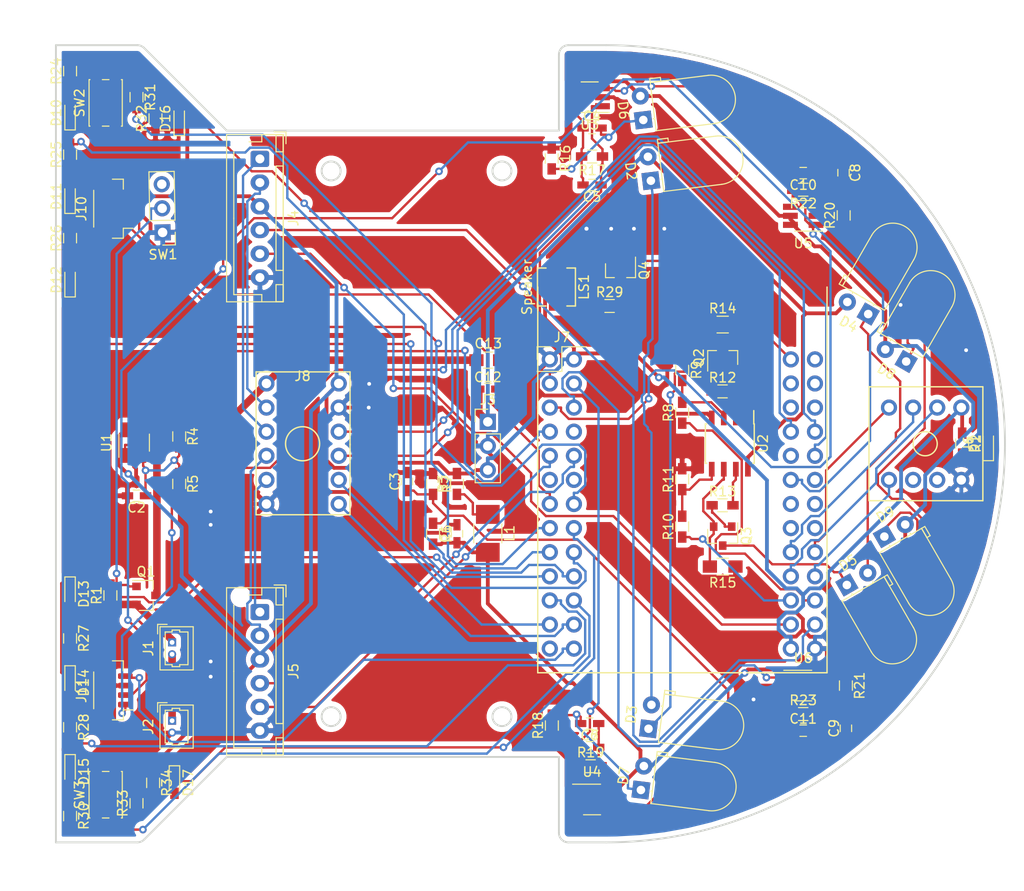
<source format=kicad_pcb>
(kicad_pcb (version 20171130) (host pcbnew 5.1.10)
  (layers (0 F.Cu signal) (31 B.Cu signal) (34 B.Paste user) (35 F.Paste user) (36 B.SilkS user) (37 F.SilkS user) (38 B.Mask user) (39 F.Mask user) (44 Edge.Cuts user))
  (net 0 "")
  (net 1 GND)
  (net 2 +3.3VA)
  (net 3 "Net-(C2-Pad1)")
  (net 4 /IRSensor/1.65V)
  (net 5 "Net-(C4-Pad2)")
  (net 6 "Net-(C4-Pad1)")
  (net 7 /IRSensor/IR_Sensor_IN1)
  (net 8 "Net-(C6-Pad1)")
  (net 9 "Net-(C6-Pad2)")
  (net 10 /IRSensor/IR_Sensor_IN2)
  (net 11 "Net-(C10-Pad2)")
  (net 12 "Net-(C8-Pad2)")
  (net 13 "Net-(C11-Pad2)")
  (net 14 "Net-(C9-Pad2)")
  (net 15 /IRSensor/IR_Sensor_IN3)
  (net 16 /IRSensor/IR_Sensor_IN4)
  (net 17 +BATT)
  (net 18 "Net-(D1-Pad2)")
  (net 19 "Net-(D2-Pad1)")
  (net 20 "Net-(D3-Pad1)")
  (net 21 "Net-(D4-Pad1)")
  (net 22 "Net-(D5-Pad1)")
  (net 23 "Net-(D10-Pad2)")
  (net 24 "Net-(D11-Pad2)")
  (net 25 "Net-(D12-Pad2)")
  (net 26 "Net-(D13-Pad2)")
  (net 27 "Net-(D14-Pad2)")
  (net 28 "Net-(D15-Pad2)")
  (net 29 "Net-(D16-Pad2)")
  (net 30 "Net-(D17-Pad2)")
  (net 31 "Net-(J1-Pad1)")
  (net 32 "Net-(J1-Pad2)")
  (net 33 +3V3)
  (net 34 /MicroController/Left_EncoderA)
  (net 35 /MicroController/Left_EncoderB)
  (net 36 /MicroController/Right_EncoderB)
  (net 37 /MicroController/Right_EncoderA)
  (net 38 /GyroSensor/IMU_MISO)
  (net 39 /GyroSensor/IMU_MOSI)
  (net 40 /GyroSensor/IMU_CLK)
  (net 41 /GyroSensor/IMU_CS)
  (net 42 /IRSensor/IR_Sensor_OUT1)
  (net 43 /IRSensor/IR_Sensor_OUT2)
  (net 44 /Communication/SWDIO)
  (net 45 /Communication/SWCLK)
  (net 46 /MicroController/Left_Motor_OUT1)
  (net 47 /MicroController/Left_Motor_OUT2)
  (net 48 /Debug/Buzzer)
  (net 49 /Communication/NRST)
  (net 50 /MicroController/Right_Motor_OUT2)
  (net 51 /MicroController/Right_Motor_OUT1)
  (net 52 /Debug/LED6)
  (net 53 /Debug/LED5)
  (net 54 /Debug/LED4)
  (net 55 /Debug/LED3)
  (net 56 /Debug/LED2)
  (net 57 /Debug/LED1)
  (net 58 /Debug/Button2)
  (net 59 /Debug/Button1)
  (net 60 /Communication/UART_RX)
  (net 61 /Communication/UART_TX)
  (net 62 /MicroController/BAT_REF)
  (net 63 "Net-(L1-Pad1)")
  (net 64 "Net-(LS1-Pad2)")
  (net 65 "Net-(Q1-Pad1)")
  (net 66 "Net-(Q2-Pad2)")
  (net 67 "Net-(Q2-Pad1)")
  (net 68 "Net-(Q3-Pad1)")
  (net 69 "Net-(Q3-Pad2)")
  (net 70 "Net-(Q4-Pad3)")
  (net 71 "Net-(R8-Pad2)")
  (net 72 "Net-(R10-Pad2)")
  (net 73 "Net-(R12-Pad2)")
  (net 74 "Net-(R13-Pad2)")
  (net 75 "Net-(J4-Pad1)")
  (net 76 "Net-(J4-Pad2)")
  (net 77 "Net-(J5-Pad2)")
  (net 78 "Net-(J5-Pad1)")
  (module Capacitors_SMD:C_0603_HandSoldering (layer F.Cu) (at 140.75 103.541 90)
    (fp_text reference C1 (at 0 -1.25 90) (layer F.SilkS))
    (fp_text value 0.1u)
    (pad 2 smd rect (at 0.95 0 90) (size 1.2 0.75) (layers F.Cu F.Paste F.Mask) (net 1 GND))
    (pad 1 smd rect (at -0.95 0 90) (size 1.2 0.75) (layers F.Cu F.Paste F.Mask) (net 2 +3.3VA))
  )
  (module Capacitors_SMD:C_0603_HandSoldering (layer F.Cu) (at 106.984 99.5415 180)
    (fp_text reference C2 (at 0 -1.25) (layer F.SilkS))
    (fp_text value 0.1u)
    (pad 2 smd rect (at 0.95 0 180) (size 1.2 0.75) (layers F.Cu F.Paste F.Mask) (net 1 GND))
    (pad 1 smd rect (at -0.95 0 180) (size 1.2 0.75) (layers F.Cu F.Paste F.Mask) (net 3 "Net-(C2-Pad1)"))
  )
  (module Capacitors_SMD:C_0603_HandSoldering (layer F.Cu) (at 135.484 98.0414 90)
    (fp_text reference C3 (at 0 -1.25 90) (layer F.SilkS))
    (fp_text value 0.1u)
    (pad 2 smd rect (at 0.95 0 90) (size 1.2 0.75) (layers F.Cu F.Paste F.Mask) (net 1 GND))
    (pad 1 smd rect (at -0.95 0 90) (size 1.2 0.75) (layers F.Cu F.Paste F.Mask) (net 4 /IRSensor/1.65V))
  )
  (module Capacitors_SMD:C_0603_HandSoldering (layer F.Cu) (at 154.984 60.7915)
    (fp_text reference C4 (at 0 -1.25) (layer F.SilkS))
    (fp_text value 0.01u)
    (pad 2 smd rect (at 0.95 0) (size 1.2 0.75) (layers F.Cu F.Paste F.Mask) (net 5 "Net-(C4-Pad2)"))
    (pad 1 smd rect (at -0.95 0) (size 1.2 0.75) (layers F.Cu F.Paste F.Mask) (net 6 "Net-(C4-Pad1)"))
  )
  (module Capacitors_SMD:C_0603_HandSoldering (layer F.Cu) (at 154.984 66.7915 180)
    (fp_text reference C5 (at 0 -1.25) (layer F.SilkS))
    (fp_text value 22p)
    (pad 1 smd rect (at -0.95 0 180) (size 1.2 0.75) (layers F.Cu F.Paste F.Mask) (net 7 /IRSensor/IR_Sensor_IN1))
    (pad 2 smd rect (at 0.95 0 180) (size 1.2 0.75) (layers F.Cu F.Paste F.Mask) (net 6 "Net-(C4-Pad1)"))
  )
  (module Capacitors_SMD:C_0603_HandSoldering (layer F.Cu) (at 154.734 123.541 180)
    (fp_text reference C6 (at 0 -1.25) (layer F.SilkS))
    (fp_text value 0.01u)
    (pad 1 smd rect (at -0.95 0 180) (size 1.2 0.75) (layers F.Cu F.Paste F.Mask) (net 8 "Net-(C6-Pad1)"))
    (pad 2 smd rect (at 0.95 0 180) (size 1.2 0.75) (layers F.Cu F.Paste F.Mask) (net 9 "Net-(C6-Pad2)"))
  )
  (module Capacitors_SMD:C_0603_HandSoldering (layer F.Cu) (at 154.734 126.041)
    (fp_text reference C7 (at 0 -1.25) (layer F.SilkS))
    (fp_text value 22p)
    (pad 2 smd rect (at 0.95 0) (size 1.2 0.75) (layers F.Cu F.Paste F.Mask) (net 8 "Net-(C6-Pad1)"))
    (pad 1 smd rect (at -0.95 0) (size 1.2 0.75) (layers F.Cu F.Paste F.Mask) (net 10 /IRSensor/IR_Sensor_IN2))
  )
  (module Capacitors_SMD:C_0603_HandSoldering (layer F.Cu) (at 181.484 65.5 270)
    (fp_text reference C8 (at 0 -1.25 90) (layer F.SilkS))
    (fp_text value 0.01u)
    (pad 1 smd rect (at -0.95 0 270) (size 1.2 0.75) (layers F.Cu F.Paste F.Mask) (net 11 "Net-(C10-Pad2)"))
    (pad 2 smd rect (at 0.95 0 270) (size 1.2 0.75) (layers F.Cu F.Paste F.Mask) (net 12 "Net-(C8-Pad2)"))
  )
  (module Capacitors_SMD:C_0603_HandSoldering (layer F.Cu) (at 181.734 124.041 90)
    (fp_text reference C9 (at 0 -1.25 90) (layer F.SilkS))
    (fp_text value 0.01u)
    (pad 1 smd rect (at -0.95 0 90) (size 1.2 0.75) (layers F.Cu F.Paste F.Mask) (net 13 "Net-(C11-Pad2)"))
    (pad 2 smd rect (at 0.95 0 90) (size 1.2 0.75) (layers F.Cu F.Paste F.Mask) (net 14 "Net-(C9-Pad2)"))
  )
  (module Capacitors_SMD:C_0603_HandSoldering (layer F.Cu) (at 177.234 65.5414 180)
    (fp_text reference C10 (at 0 -1.25) (layer F.SilkS))
    (fp_text value 22p)
    (pad 1 smd rect (at -0.95 0 180) (size 1.2 0.75) (layers F.Cu F.Paste F.Mask) (net 15 /IRSensor/IR_Sensor_IN3))
    (pad 2 smd rect (at 0.95 0 180) (size 1.2 0.75) (layers F.Cu F.Paste F.Mask) (net 11 "Net-(C10-Pad2)"))
  )
  (module Capacitors_SMD:C_0603_HandSoldering (layer F.Cu) (at 177.234 124.291)
    (fp_text reference C11 (at 0 -1.25) (layer F.SilkS))
    (fp_text value 22p)
    (pad 2 smd rect (at 0.95 0) (size 1.2 0.75) (layers F.Cu F.Paste F.Mask) (net 13 "Net-(C11-Pad2)"))
    (pad 1 smd rect (at -0.95 0) (size 1.2 0.75) (layers F.Cu F.Paste F.Mask) (net 16 /IRSensor/IR_Sensor_IN4))
  )
  (module Capacitors_SMD:C_0603_HandSoldering (layer F.Cu) (at 144 88.3)
    (fp_text reference C12 (at 0 -1.25) (layer F.SilkS))
    (fp_text value 0.1u)
    (pad 1 smd rect (at -0.95 0) (size 1.2 0.75) (layers F.Cu F.Paste F.Mask) (net 17 +BATT))
    (pad 2 smd rect (at 0.95 0) (size 1.2 0.75) (layers F.Cu F.Paste F.Mask) (net 1 GND))
  )
  (module LEDs:LED_0603_HandSoldering (layer F.Cu) (at 196.734 94.0415 90)
    (fp_text reference D1 (at 0 -1.45 90) (layer F.SilkS))
    (fp_text value PWR_LED)
    (pad 2 smd rect (at 1.1 0 90) (size 1.2 0.9) (layers F.Cu F.Paste F.Mask) (net 18 "Net-(D1-Pad2)"))
    (pad 1 smd rect (at -1.1 0 90) (size 1.2 0.9) (layers F.Cu F.Paste F.Mask) (net 1 GND))
  )
  (module LEDs:LED_D5.0mm_Horizontal_O1.27mm_Z3.0mm (layer F.Cu) (at 161.184 66.3415 97)
    (fp_text reference D2 (at 1.27 -1.96 97) (layer F.SilkS))
    (fp_text value VSLY5850)
    (pad 2 thru_hole circle (at 2.54 0 97) (size 1.8 1.8) (drill 0.9) (layers *.Cu *.Mask) (net 17 +BATT))
    (pad 1 thru_hole rect (at 0 0 97) (size 1.8 1.8) (drill 0.9) (layers *.Cu *.Mask) (net 19 "Net-(D2-Pad1)"))
  )
  (module LEDs:LED_D5.0mm_Horizontal_O1.27mm_Z3.0mm (layer F.Cu) (at 160.934 124.091 83)
    (fp_text reference D3 (at 1.27 -1.96 83) (layer F.SilkS))
    (fp_text value VSLY5850)
    (pad 1 thru_hole rect (at 0 0 83) (size 1.8 1.8) (drill 0.9) (layers *.Cu *.Mask) (net 20 "Net-(D3-Pad1)"))
    (pad 2 thru_hole circle (at 2.54 0 83) (size 1.8 1.8) (drill 0.9) (layers *.Cu *.Mask) (net 19 "Net-(D2-Pad1)"))
  )
  (module LEDs:LED_D5.0mm_Horizontal_O1.27mm_Z3.0mm (layer F.Cu) (at 184.084 80.3914 150)
    (fp_text reference D4 (at 1.27 -1.96 150) (layer F.SilkS))
    (fp_text value VSLY5850)
    (pad 1 thru_hole rect (at 0 0 150) (size 1.8 1.8) (drill 0.9) (layers *.Cu *.Mask) (net 21 "Net-(D4-Pad1)"))
    (pad 2 thru_hole circle (at 2.54 0 150) (size 1.8 1.8) (drill 0.9) (layers *.Cu *.Mask) (net 17 +BATT))
  )
  (module LEDs:LED_D5.0mm_Horizontal_O1.27mm_Z3.0mm (layer F.Cu) (at 181.834 108.941 30)
    (fp_text reference D5 (at 1.27 -1.96 30) (layer F.SilkS))
    (fp_text value VSLY5850)
    (pad 2 thru_hole circle (at 2.54 0 30) (size 1.8 1.8) (drill 0.9) (layers *.Cu *.Mask) (net 21 "Net-(D4-Pad1)"))
    (pad 1 thru_hole rect (at 0 0 30) (size 1.8 1.8) (drill 0.9) (layers *.Cu *.Mask) (net 22 "Net-(D5-Pad1)"))
  )
  (module LEDs:LED_D5.0mm_Horizontal_O1.27mm_Z3.0mm (layer F.Cu) (at 160.384 59.9414 97)
    (fp_text reference D6 (at 1.27 -1.96 97) (layer F.SilkS))
    (fp_text value SFH213FA)
    (pad 1 thru_hole rect (at 0 0 97) (size 1.8 1.8) (drill 0.9) (layers *.Cu *.Mask) (net 5 "Net-(C4-Pad2)"))
    (pad 2 thru_hole circle (at 2.54 0 97) (size 1.8 1.8) (drill 0.9) (layers *.Cu *.Mask) (net 2 +3.3VA))
  )
  (module LEDs:LED_D5.0mm_Horizontal_O1.27mm_Z3.0mm (layer F.Cu) (at 160.134 130.541 83)
    (fp_text reference D7 (at 1.27 -1.96 83) (layer F.SilkS))
    (fp_text value SFH213FA)
    (pad 2 thru_hole circle (at 2.54 0 83) (size 1.8 1.8) (drill 0.9) (layers *.Cu *.Mask) (net 2 +3.3VA))
    (pad 1 thru_hole rect (at 0 0 83) (size 1.8 1.8) (drill 0.9) (layers *.Cu *.Mask) (net 9 "Net-(C6-Pad2)"))
  )
  (module LEDs:LED_D5.0mm_Horizontal_O1.27mm_Z3.0mm (layer F.Cu) (at 188.084 85.3915 150)
    (fp_text reference D8 (at 1.27 -1.96 150) (layer F.SilkS))
    (fp_text value SFH213FA)
    (pad 1 thru_hole rect (at 0 0 150) (size 1.8 1.8) (drill 0.9) (layers *.Cu *.Mask) (net 12 "Net-(C8-Pad2)"))
    (pad 2 thru_hole circle (at 2.54 0 150) (size 1.8 1.8) (drill 0.9) (layers *.Cu *.Mask) (net 2 +3.3VA))
  )
  (module LEDs:LED_D5.0mm_Horizontal_O1.27mm_Z3.0mm (layer F.Cu) (at 185.784 103.841 30)
    (fp_text reference D9 (at 1.27 -1.96 30) (layer F.SilkS))
    (fp_text value SFH213FA)
    (pad 2 thru_hole circle (at 2.54 0 30) (size 1.8 1.8) (drill 0.9) (layers *.Cu *.Mask) (net 2 +3.3VA))
    (pad 1 thru_hole rect (at 0 0 30) (size 1.8 1.8) (drill 0.9) (layers *.Cu *.Mask) (net 14 "Net-(C9-Pad2)"))
  )
  (module LEDs:LED_0603_HandSoldering (layer F.Cu) (at 99.9835 59.1914 90)
    (fp_text reference D10 (at 0 -1.45 90) (layer F.SilkS))
    (fp_text value LED1)
    (pad 1 smd rect (at -1.1 0 90) (size 1.2 0.9) (layers F.Cu F.Paste F.Mask) (net 1 GND))
    (pad 2 smd rect (at 1.1 0 90) (size 1.2 0.9) (layers F.Cu F.Paste F.Mask) (net 23 "Net-(D10-Pad2)"))
  )
  (module LEDs:LED_0603_HandSoldering (layer F.Cu) (at 99.9835 67.9914 90)
    (fp_text reference D11 (at 0 -1.45 90) (layer F.SilkS))
    (fp_text value LED2)
    (pad 2 smd rect (at 1.1 0 90) (size 1.2 0.9) (layers F.Cu F.Paste F.Mask) (net 24 "Net-(D11-Pad2)"))
    (pad 1 smd rect (at -1.1 0 90) (size 1.2 0.9) (layers F.Cu F.Paste F.Mask) (net 1 GND))
  )
  (module LEDs:LED_0603_HandSoldering (layer F.Cu) (at 99.9835 76.7915 90)
    (fp_text reference D12 (at 0 -1.45 90) (layer F.SilkS))
    (fp_text value LED3)
    (pad 1 smd rect (at -1.1 0 90) (size 1.2 0.9) (layers F.Cu F.Paste F.Mask) (net 1 GND))
    (pad 2 smd rect (at 1.1 0 90) (size 1.2 0.9) (layers F.Cu F.Paste F.Mask) (net 25 "Net-(D12-Pad2)"))
  )
  (module LEDs:LED_0603_HandSoldering (layer F.Cu) (at 99.9835 109.891 270)
    (fp_text reference D13 (at 0 -1.45 90) (layer F.SilkS))
    (fp_text value LED4)
    (pad 2 smd rect (at 1.1 0 270) (size 1.2 0.9) (layers F.Cu F.Paste F.Mask) (net 26 "Net-(D13-Pad2)"))
    (pad 1 smd rect (at -1.1 0 270) (size 1.2 0.9) (layers F.Cu F.Paste F.Mask) (net 1 GND))
  )
  (module LEDs:LED_0603_HandSoldering (layer F.Cu) (at 99.9835 119.251 270)
    (fp_text reference D14 (at 0 -1.45 90) (layer F.SilkS))
    (fp_text value LED5)
    (pad 2 smd rect (at 1.1 0 270) (size 1.2 0.9) (layers F.Cu F.Paste F.Mask) (net 27 "Net-(D14-Pad2)"))
    (pad 1 smd rect (at -1.1 0 270) (size 1.2 0.9) (layers F.Cu F.Paste F.Mask) (net 1 GND))
  )
  (module LEDs:LED_0603_HandSoldering (layer F.Cu) (at 99.9835 128.611 270)
    (fp_text reference D15 (at 0 -1.45 90) (layer F.SilkS))
    (fp_text value LED6)
    (pad 2 smd rect (at 1.1 0 270) (size 1.2 0.9) (layers F.Cu F.Paste F.Mask) (net 28 "Net-(D15-Pad2)"))
    (pad 1 smd rect (at -1.1 0 270) (size 1.2 0.9) (layers F.Cu F.Paste F.Mask) (net 1 GND))
  )
  (module LEDs:LED_0603_HandSoldering (layer F.Cu) (at 111.484 59.7915 90)
    (fp_text reference D16 (at 0 -1.45 90) (layer F.SilkS))
    (fp_text value ButtonLED1)
    (pad 1 smd rect (at -1.1 0 90) (size 1.2 0.9) (layers F.Cu F.Paste F.Mask) (net 1 GND))
    (pad 2 smd rect (at 1.1 0 90) (size 1.2 0.9) (layers F.Cu F.Paste F.Mask) (net 29 "Net-(D16-Pad2)"))
  )
  (module LEDs:LED_0603_HandSoldering (layer F.Cu) (at 110.984 129.791 270)
    (fp_text reference D17 (at 0 -1.45 90) (layer F.SilkS))
    (fp_text value ButtonLED2)
    (pad 1 smd rect (at -1.1 0 270) (size 1.2 0.9) (layers F.Cu F.Paste F.Mask) (net 1 GND))
    (pad 2 smd rect (at 1.1 0 270) (size 1.2 0.9) (layers F.Cu F.Paste F.Mask) (net 30 "Net-(D17-Pad2)"))
  )
  (module Connectors_Molex:Molex_PicoBlade_53047-0210_02x1.25mm_Straight (layer F.Cu) (at 110.734 114.991 270)
    (fp_text reference J1 (at 0.625 2.5 90) (layer F.SilkS))
    (fp_text value BATTERY1)
    (pad 1 thru_hole rect (at 0 0 270) (size 0.85 0.85) (drill 0.5) (layers *.Cu *.Mask) (net 31 "Net-(J1-Pad1)"))
    (pad 2 thru_hole circle (at 1.25 0 270) (size 0.85 0.85) (drill 0.5) (layers *.Cu *.Mask) (net 32 "Net-(J1-Pad2)"))
  )
  (module Connectors_Molex:Molex_PicoBlade_53047-0210_02x1.25mm_Straight (layer F.Cu) (at 110.734 123.241 270)
    (fp_text reference J2 (at 0.625 2.5 90) (layer F.SilkS))
    (fp_text value BATTERY2)
    (pad 2 thru_hole circle (at 1.25 0 270) (size 0.85 0.85) (drill 0.5) (layers *.Cu *.Mask) (net 1 GND))
    (pad 1 thru_hole rect (at 0 0 270) (size 0.85 0.85) (drill 0.5) (layers *.Cu *.Mask) (net 32 "Net-(J1-Pad2)"))
  )
  (module Pin_Headers:Pin_Header_Straight_1x03_Pitch2.54mm (layer F.Cu) (at 144 91.75)
    (fp_text reference J3 (at 0 -2.33) (layer F.SilkS))
    (fp_text value VX07803-500)
    (pad 1 thru_hole rect (at 0 0) (size 1.7 1.7) (drill 1) (layers *.Cu *.Mask) (net 17 +BATT))
    (pad 2 thru_hole oval (at 0 2.54) (size 1.7 1.7) (drill 1) (layers *.Cu *.Mask) (net 1 GND))
    (pad 3 thru_hole oval (at 0 5.08) (size 1.7 1.7) (drill 1) (layers *.Cu *.Mask) (net 33 +3V3))
  )
  (module Connector_JST:JST_XH_B6B-XH-AM_1x06_P2.50mm_Vertical (layer F.Cu) (at 119.984 64.0415 270)
    (fp_text reference J4 (at 6.25 -3.55 90) (layer F.SilkS))
    (fp_text value Left_Motor)
    (pad "" np_thru_hole circle (at -1.6 2 270) (size 1.2 1.2) (drill 1.2) (layers *.Cu *.Mask))
    (pad 6 thru_hole oval (at 12.5 0 270) (size 1.7 1.95) (drill 0.95) (layers *.Cu *.Mask) (net 1 GND))
    (pad 5 thru_hole oval (at 10 0 270) (size 1.7 1.95) (drill 0.95) (layers *.Cu *.Mask) (net 35 /MicroController/Left_EncoderB))
    (pad 4 thru_hole oval (at 7.5 0 270) (size 1.7 1.95) (drill 0.95) (layers *.Cu *.Mask) (net 34 /MicroController/Left_EncoderA))
    (pad 3 thru_hole oval (at 5 0 270) (size 1.7 1.95) (drill 0.95) (layers *.Cu *.Mask) (net 33 +3V3))
    (pad 2 thru_hole oval (at 2.5 0 270) (size 1.7 1.95) (drill 0.95) (layers *.Cu *.Mask) (net 76 "Net-(J4-Pad2)"))
    (pad 1 thru_hole roundrect (at 0 0 270) (size 1.7 1.95) (drill 0.95) (layers *.Cu *.Mask) (roundrect_rratio 0.147059) (net 75 "Net-(J4-Pad1)"))
  )
  (module Connector_JST:JST_XH_B6B-XH-AM_1x06_P2.50mm_Vertical (layer F.Cu) (at 119.984 111.791 270)
    (fp_text reference J5 (at 6.25 -3.55 90) (layer F.SilkS))
    (fp_text value Right_Motor)
    (pad 1 thru_hole roundrect (at 0 0 270) (size 1.7 1.95) (drill 0.95) (layers *.Cu *.Mask) (roundrect_rratio 0.147059) (net 78 "Net-(J5-Pad1)"))
    (pad 2 thru_hole oval (at 2.5 0 270) (size 1.7 1.95) (drill 0.95) (layers *.Cu *.Mask) (net 77 "Net-(J5-Pad2)"))
    (pad 3 thru_hole oval (at 5 0 270) (size 1.7 1.95) (drill 0.95) (layers *.Cu *.Mask) (net 33 +3V3))
    (pad 4 thru_hole oval (at 7.5 0 270) (size 1.7 1.95) (drill 0.95) (layers *.Cu *.Mask) (net 37 /MicroController/Right_EncoderA))
    (pad 5 thru_hole oval (at 10 0 270) (size 1.7 1.95) (drill 0.95) (layers *.Cu *.Mask) (net 36 /MicroController/Right_EncoderB))
    (pad 6 thru_hole oval (at 12.5 0 270) (size 1.7 1.95) (drill 0.95) (layers *.Cu *.Mask) (net 1 GND))
    (pad "" np_thru_hole circle (at -1.6 2 270) (size 1.2 1.2) (drill 1.2) (layers *.Cu *.Mask))
  )
  (module Connector_JST:JST_SH_BM04B-SRSS-TB_1x04-1MP_P1.00mm_Vertical (layer F.Cu) (at 104.484 69.2914 90)
    (fp_text reference J10 (at 0 -3.3 90) (layer F.SilkS))
    (fp_text value UART)
    (pad MP smd roundrect (at 2.8 -1.2 90) (size 1.2 1.8) (layers F.Cu F.Paste F.Mask) (roundrect_rratio 0.208333))
    (pad MP smd roundrect (at -2.8 -1.2 90) (size 1.2 1.8) (layers F.Cu F.Paste F.Mask) (roundrect_rratio 0.208333))
    (pad 4 smd roundrect (at 1.5 1.325 90) (size 0.6 1.55) (layers F.Cu F.Paste F.Mask) (net 33 +3V3))
    (pad 3 smd roundrect (at 0.5 1.325 90) (size 0.6 1.55) (layers F.Cu F.Paste F.Mask) (net 1 GND))
    (pad 2 smd roundrect (at -0.5 1.325 90) (size 0.6 1.55) (layers F.Cu F.Paste F.Mask) (net 61 /Communication/UART_TX))
    (pad 1 smd roundrect (at -1.5 1.325 90) (size 0.6 1.55) (layers F.Cu F.Paste F.Mask) (net 60 /Communication/UART_RX))
  )
  (module Connector_JST:JST_SH_BM04B-SRSS-TB_1x04-1MP_P1.00mm_Vertical (layer F.Cu) (at 104.484 120.041 90)
    (fp_text reference J11 (at 0 -3.3 90) (layer F.SilkS))
    (fp_text value ST_LINK)
    (pad 1 smd roundrect (at -1.5 1.325 90) (size 0.6 1.55) (layers F.Cu F.Paste F.Mask) (net 45 /Communication/SWCLK))
    (pad 2 smd roundrect (at -0.5 1.325 90) (size 0.6 1.55) (layers F.Cu F.Paste F.Mask) (net 44 /Communication/SWDIO))
    (pad 3 smd roundrect (at 0.5 1.325 90) (size 0.6 1.55) (layers F.Cu F.Paste F.Mask) (net 1 GND))
    (pad 4 smd roundrect (at 1.5 1.325 90) (size 0.6 1.55) (layers F.Cu F.Paste F.Mask) (net 49 /Communication/NRST))
    (pad MP smd roundrect (at -2.8 -1.2 90) (size 1.2 1.8) (layers F.Cu F.Paste F.Mask) (roundrect_rratio 0.208333))
    (pad MP smd roundrect (at 2.8 -1.2 90) (size 1.2 1.8) (layers F.Cu F.Paste F.Mask) (roundrect_rratio 0.208333))
  )
  (module Resistors_SMD:R_1210_HandSoldering (layer F.Cu) (at 144 103.5 270)
    (fp_text reference L1 (at 0 -2.3 90) (layer F.SilkS))
    (fp_text value 10u)
    (pad 2 smd rect (at 2 0 270) (size 2 2.5) (layers F.Cu F.Paste F.Mask) (net 2 +3.3VA))
    (pad 1 smd rect (at -2 0 270) (size 2 2.5) (layers F.Cu F.Paste F.Mask) (net 63 "Net-(L1-Pad1)"))
  )
  (module PUI_Audio:SMT-0440-S-R (layer F.Cu) (at 151.234 77.5414 270)
    (fp_text reference LS1 (at 0 -2.9 90) (layer F.SilkS))
    (fp_text value Speaker (at 0 3.1 90) (layer F.SilkS))
    (pad 2 smd rect (at 2 0 270) (size 1 1.6) (layers F.Cu F.Paste F.Mask) (net 64 "Net-(LS1-Pad2)"))
    (pad 1 smd rect (at -2 0 270) (size 1 1.6) (layers F.Cu F.Paste F.Mask) (net 33 +3V3))
  )
  (module TO_SOT_Packages_SMD:SOT-23 (layer F.Cu) (at 107.984 110.041)
    (fp_text reference Q1 (at 0 -2.5) (layer F.SilkS))
    (fp_text value IRLML6402)
    (pad 1 smd rect (at -1 -0.95) (size 0.9 0.8) (layers F.Cu F.Paste F.Mask) (net 65 "Net-(Q1-Pad1)"))
    (pad 2 smd rect (at -1 0.95) (size 0.9 0.8) (layers F.Cu F.Paste F.Mask) (net 31 "Net-(J1-Pad1)"))
    (pad 3 smd rect (at 1 0) (size 0.9 0.8) (layers F.Cu F.Paste F.Mask) (net 17 +BATT))
  )
  (module TO_SOT_Packages_SMD:SOT-23 (layer F.Cu) (at 168.75 85 90)
    (fp_text reference Q2 (at 0 -2.5 90) (layer F.SilkS))
    (fp_text value IRFML8244)
    (pad 3 smd rect (at 1 0 90) (size 0.9 0.8) (layers F.Cu F.Paste F.Mask) (net 20 "Net-(D3-Pad1)"))
    (pad 2 smd rect (at -1 0.95 90) (size 0.9 0.8) (layers F.Cu F.Paste F.Mask) (net 66 "Net-(Q2-Pad2)"))
    (pad 1 smd rect (at -1 -0.95 90) (size 0.9 0.8) (layers F.Cu F.Paste F.Mask) (net 67 "Net-(Q2-Pad1)"))
  )
  (module TO_SOT_Packages_SMD:SOT-23 (layer F.Cu) (at 168.75 103.791 270)
    (fp_text reference Q3 (at 0 -2.5 90) (layer F.SilkS))
    (fp_text value IRFML8244)
    (pad 1 smd rect (at -1 -0.95 270) (size 0.9 0.8) (layers F.Cu F.Paste F.Mask) (net 68 "Net-(Q3-Pad1)"))
    (pad 2 smd rect (at -1 0.95 270) (size 0.9 0.8) (layers F.Cu F.Paste F.Mask) (net 69 "Net-(Q3-Pad2)"))
    (pad 3 smd rect (at 1 0 270) (size 0.9 0.8) (layers F.Cu F.Paste F.Mask) (net 22 "Net-(D5-Pad1)"))
  )
  (module TO_SOT_Packages_SMD:SOT-23 (layer F.Cu) (at 157.984 75.7915 270)
    (fp_text reference Q4 (at 0 -2.5 90) (layer F.SilkS))
    (fp_text value IRFML8244)
    (pad 3 smd rect (at 1 0 270) (size 0.9 0.8) (layers F.Cu F.Paste F.Mask) (net 70 "Net-(Q4-Pad3)"))
    (pad 2 smd rect (at -1 0.95 270) (size 0.9 0.8) (layers F.Cu F.Paste F.Mask) (net 1 GND))
    (pad 1 smd rect (at -1 -0.95 270) (size 0.9 0.8) (layers F.Cu F.Paste F.Mask) (net 48 /Debug/Buzzer))
  )
  (module Resistors_SMD:R_0603_HandSoldering (layer F.Cu) (at 104.234 110.041 90)
    (fp_text reference R1 (at 0 -1.45 90) (layer F.SilkS))
    (fp_text value 10k)
    (pad 2 smd rect (at 1.1 0 90) (size 1.2 0.9) (layers F.Cu F.Paste F.Mask) (net 65 "Net-(Q1-Pad1)"))
    (pad 1 smd rect (at -1.1 0 90) (size 1.2 0.9) (layers F.Cu F.Paste F.Mask) (net 31 "Net-(J1-Pad1)"))
  )
  (module Resistors_SMD:R_0603_HandSoldering (layer F.Cu) (at 193.984 94.0415 270)
    (fp_text reference R2 (at 0 -1.45 90) (layer F.SilkS))
    (fp_text value 1k)
    (pad 2 smd rect (at 1.1 0 270) (size 1.2 0.9) (layers F.Cu F.Paste F.Mask) (net 18 "Net-(D1-Pad2)"))
    (pad 1 smd rect (at -1.1 0 270) (size 1.2 0.9) (layers F.Cu F.Paste F.Mask) (net 33 +3V3))
  )
  (module Resistors_SMD:R_0603_HandSoldering (layer F.Cu) (at 140.75 98.2914 90)
    (fp_text reference R3 (at 0 -1.45 90) (layer F.SilkS))
    (fp_text value 10)
    (pad 2 smd rect (at 1.1 0 90) (size 1.2 0.9) (layers F.Cu F.Paste F.Mask) (net 33 +3V3))
    (pad 1 smd rect (at -1.1 0 90) (size 1.2 0.9) (layers F.Cu F.Paste F.Mask) (net 63 "Net-(L1-Pad1)"))
  )
  (module Resistors_SMD:R_0603_HandSoldering (layer F.Cu) (at 111.484 93.2914 270)
    (fp_text reference R4 (at 0 -1.45 90) (layer F.SilkS))
    (fp_text value 20k)
    (pad 2 smd rect (at 1.1 0 270) (size 1.2 0.9) (layers F.Cu F.Paste F.Mask) (net 3 "Net-(C2-Pad1)"))
    (pad 1 smd rect (at -1.1 0 270) (size 1.2 0.9) (layers F.Cu F.Paste F.Mask) (net 17 +BATT))
  )
  (module Resistors_SMD:R_0603_HandSoldering (layer F.Cu) (at 111.484 98.2915 270)
    (fp_text reference R5 (at 0 -1.45 90) (layer F.SilkS))
    (fp_text value 10k)
    (pad 1 smd rect (at -1.1 0 270) (size 1.2 0.9) (layers F.Cu F.Paste F.Mask) (net 3 "Net-(C2-Pad1)"))
    (pad 2 smd rect (at 1.1 0 270) (size 1.2 0.9) (layers F.Cu F.Paste F.Mask) (net 1 GND))
  )
  (module Resistors_SMD:R_0603_HandSoldering (layer F.Cu) (at 138.234 103.541 270)
    (fp_text reference R6 (at 0 -1.45 90) (layer F.SilkS))
    (fp_text value 1k)
    (pad 1 smd rect (at -1.1 0 270) (size 1.2 0.9) (layers F.Cu F.Paste F.Mask) (net 4 /IRSensor/1.65V))
    (pad 2 smd rect (at 1.1 0 270) (size 1.2 0.9) (layers F.Cu F.Paste F.Mask) (net 2 +3.3VA))
  )
  (module Resistors_SMD:R_0603_HandSoldering (layer F.Cu) (at 138.234 98.2915 270)
    (fp_text reference R7 (at 0 -1.45 90) (layer F.SilkS))
    (fp_text value 1k)
    (pad 2 smd rect (at 1.1 0 270) (size 1.2 0.9) (layers F.Cu F.Paste F.Mask) (net 4 /IRSensor/1.65V))
    (pad 1 smd rect (at -1.1 0 270) (size 1.2 0.9) (layers F.Cu F.Paste F.Mask) (net 1 GND))
  )
  (module Resistors_SMD:R_0603_HandSoldering (layer F.Cu) (at 164.484 90.7914 90)
    (fp_text reference R8 (at 0 -1.45 90) (layer F.SilkS))
    (fp_text value 10k)
    (pad 2 smd rect (at 1.1 0 90) (size 1.2 0.9) (layers F.Cu F.Paste F.Mask) (net 71 "Net-(R8-Pad2)"))
    (pad 1 smd rect (at -1.1 0 90) (size 1.2 0.9) (layers F.Cu F.Paste F.Mask) (net 42 /IRSensor/IR_Sensor_OUT1))
  )
  (module Resistors_SMD:R_0603_HandSoldering (layer F.Cu) (at 164.484 86.2914 90)
    (fp_text reference R9 (at 0 1.5 90) (layer F.SilkS))
    (fp_text value 10k)
    (pad 2 smd rect (at 1.1 0 90) (size 1.2 0.9) (layers F.Cu F.Paste F.Mask) (net 1 GND))
    (pad 1 smd rect (at -1.1 0 90) (size 1.2 0.9) (layers F.Cu F.Paste F.Mask) (net 71 "Net-(R8-Pad2)"))
  )
  (module Resistors_SMD:R_0603_HandSoldering (layer F.Cu) (at 164.484 102.791 90)
    (fp_text reference R10 (at 0 -1.45 90) (layer F.SilkS))
    (fp_text value 10k)
    (pad 1 smd rect (at -1.1 0 90) (size 1.2 0.9) (layers F.Cu F.Paste F.Mask) (net 43 /IRSensor/IR_Sensor_OUT2))
    (pad 2 smd rect (at 1.1 0 90) (size 1.2 0.9) (layers F.Cu F.Paste F.Mask) (net 72 "Net-(R10-Pad2)"))
  )
  (module Resistors_SMD:R_0603_HandSoldering (layer F.Cu) (at 164.484 97.7915 90)
    (fp_text reference R11 (at 0 -1.45 90) (layer F.SilkS))
    (fp_text value 10k)
    (pad 1 smd rect (at -1.1 0 90) (size 1.2 0.9) (layers F.Cu F.Paste F.Mask) (net 72 "Net-(R10-Pad2)"))
    (pad 2 smd rect (at 1.1 0 90) (size 1.2 0.9) (layers F.Cu F.Paste F.Mask) (net 1 GND))
  )
  (module Resistors_SMD:R_0603_HandSoldering (layer F.Cu) (at 168.734 88.5414)
    (fp_text reference R12 (at 0 -1.45) (layer F.SilkS))
    (fp_text value 10)
    (pad 2 smd rect (at 1.1 0) (size 1.2 0.9) (layers F.Cu F.Paste F.Mask) (net 73 "Net-(R12-Pad2)"))
    (pad 1 smd rect (at -1.1 0) (size 1.2 0.9) (layers F.Cu F.Paste F.Mask) (net 67 "Net-(Q2-Pad1)"))
  )
  (module Resistors_SMD:R_0603_HandSoldering (layer F.Cu) (at 168.734 100.541)
    (fp_text reference R13 (at 0 -1.45) (layer F.SilkS))
    (fp_text value 10)
    (pad 1 smd rect (at -1.1 0) (size 1.2 0.9) (layers F.Cu F.Paste F.Mask) (net 68 "Net-(Q3-Pad1)"))
    (pad 2 smd rect (at 1.1 0) (size 1.2 0.9) (layers F.Cu F.Paste F.Mask) (net 74 "Net-(R13-Pad2)"))
  )
  (module Resistors_SMD:R_0805_HandSoldering (layer F.Cu) (at 168.75 81.5)
    (fp_text reference R14 (at 0 -1.7) (layer F.SilkS))
    (fp_text value "15 1/4W")
    (pad 1 smd rect (at -1.35 0) (size 1.5 1.3) (layers F.Cu F.Paste F.Mask) (net 1 GND))
    (pad 2 smd rect (at 1.35 0) (size 1.5 1.3) (layers F.Cu F.Paste F.Mask) (net 66 "Net-(Q2-Pad2)"))
  )
  (module Resistors_SMD:R_0805_HandSoldering (layer F.Cu) (at 168.75 107 180)
    (fp_text reference R15 (at 0 -1.7) (layer F.SilkS))
    (fp_text value "15 1/4W")
    (pad 2 smd rect (at 1.35 0 180) (size 1.5 1.3) (layers F.Cu F.Paste F.Mask) (net 69 "Net-(Q3-Pad2)"))
    (pad 1 smd rect (at -1.35 0 180) (size 1.5 1.3) (layers F.Cu F.Paste F.Mask) (net 1 GND))
  )
  (module Resistors_SMD:R_0603_HandSoldering (layer F.Cu) (at 150.734 64 270)
    (fp_text reference R16 (at 0 -1.45 90) (layer F.SilkS))
    (fp_text value 100k)
    (pad 1 smd rect (at -1.1 0 270) (size 1.2 0.9) (layers F.Cu F.Paste F.Mask) (net 1 GND))
    (pad 2 smd rect (at 1.1 0 270) (size 1.2 0.9) (layers F.Cu F.Paste F.Mask) (net 5 "Net-(C4-Pad2)"))
  )
  (module Resistors_SMD:R_0603_HandSoldering (layer F.Cu) (at 154.984 63.7915 180)
    (fp_text reference R17 (at 0 -1.45) (layer F.SilkS))
    (fp_text value 220k)
    (pad 2 smd rect (at 1.1 0 180) (size 1.2 0.9) (layers F.Cu F.Paste F.Mask) (net 6 "Net-(C4-Pad1)"))
    (pad 1 smd rect (at -1.1 0 180) (size 1.2 0.9) (layers F.Cu F.Paste F.Mask) (net 7 /IRSensor/IR_Sensor_IN1))
  )
  (module Resistors_SMD:R_0603_HandSoldering (layer F.Cu) (at 150.75 123.75 90)
    (fp_text reference R18 (at 0 -1.45 90) (layer F.SilkS))
    (fp_text value 100k)
    (pad 1 smd rect (at -1.1 0 90) (size 1.2 0.9) (layers F.Cu F.Paste F.Mask) (net 1 GND))
    (pad 2 smd rect (at 1.1 0 90) (size 1.2 0.9) (layers F.Cu F.Paste F.Mask) (net 9 "Net-(C6-Pad2)"))
  )
  (module Resistors_SMD:R_0603_HandSoldering (layer F.Cu) (at 154.834 128.041)
    (fp_text reference R19 (at 0 -1.45) (layer F.SilkS))
    (fp_text value 220k)
    (pad 2 smd rect (at 1.1 0) (size 1.2 0.9) (layers F.Cu F.Paste F.Mask) (net 8 "Net-(C6-Pad1)"))
    (pad 1 smd rect (at -1.1 0) (size 1.2 0.9) (layers F.Cu F.Paste F.Mask) (net 10 /IRSensor/IR_Sensor_IN2))
  )
  (module Resistors_SMD:R_0603_HandSoldering (layer F.Cu) (at 181.5 70 90)
    (fp_text reference R20 (at 0 -1.45 90) (layer F.SilkS))
    (fp_text value 100k)
    (pad 1 smd rect (at -1.1 0 90) (size 1.2 0.9) (layers F.Cu F.Paste F.Mask) (net 1 GND))
    (pad 2 smd rect (at 1.1 0 90) (size 1.2 0.9) (layers F.Cu F.Paste F.Mask) (net 12 "Net-(C8-Pad2)"))
  )
  (module Resistors_SMD:R_0603_HandSoldering (layer F.Cu) (at 181.734 119.541 270)
    (fp_text reference R21 (at 0 -1.45 90) (layer F.SilkS))
    (fp_text value 100k)
    (pad 2 smd rect (at 1.1 0 270) (size 1.2 0.9) (layers F.Cu F.Paste F.Mask) (net 14 "Net-(C9-Pad2)"))
    (pad 1 smd rect (at -1.1 0 270) (size 1.2 0.9) (layers F.Cu F.Paste F.Mask) (net 1 GND))
  )
  (module Resistors_SMD:R_0603_HandSoldering (layer F.Cu) (at 177.234 67.2914 180)
    (fp_text reference R22 (at 0 -1.45) (layer F.SilkS))
    (fp_text value 220k)
    (pad 1 smd rect (at -1.1 0 180) (size 1.2 0.9) (layers F.Cu F.Paste F.Mask) (net 15 /IRSensor/IR_Sensor_IN3))
    (pad 2 smd rect (at 1.1 0 180) (size 1.2 0.9) (layers F.Cu F.Paste F.Mask) (net 11 "Net-(C10-Pad2)"))
  )
  (module Resistors_SMD:R_0603_HandSoldering (layer F.Cu) (at 177.234 122.541)
    (fp_text reference R23 (at 0 -1.45) (layer F.SilkS))
    (fp_text value 220k)
    (pad 1 smd rect (at -1.1 0) (size 1.2 0.9) (layers F.Cu F.Paste F.Mask) (net 16 /IRSensor/IR_Sensor_IN4))
    (pad 2 smd rect (at 1.1 0) (size 1.2 0.9) (layers F.Cu F.Paste F.Mask) (net 13 "Net-(C11-Pad2)"))
  )
  (module Resistors_SMD:R_0603_HandSoldering (layer F.Cu) (at 99.9835 54.7914 90)
    (fp_text reference R24 (at 0 -1.45 90) (layer F.SilkS))
    (fp_text value 1k)
    (pad 1 smd rect (at -1.1 0 90) (size 1.2 0.9) (layers F.Cu F.Paste F.Mask) (net 23 "Net-(D10-Pad2)"))
    (pad 2 smd rect (at 1.1 0 90) (size 1.2 0.9) (layers F.Cu F.Paste F.Mask) (net 57 /Debug/LED1))
  )
  (module Resistors_SMD:R_0603_HandSoldering (layer F.Cu) (at 99.9835 63.5915 90)
    (fp_text reference R25 (at 0 -1.45 90) (layer F.SilkS))
    (fp_text value 1k)
    (pad 2 smd rect (at 1.1 0 90) (size 1.2 0.9) (layers F.Cu F.Paste F.Mask) (net 56 /Debug/LED2))
    (pad 1 smd rect (at -1.1 0 90) (size 1.2 0.9) (layers F.Cu F.Paste F.Mask) (net 24 "Net-(D11-Pad2)"))
  )
  (module Resistors_SMD:R_0603_HandSoldering (layer F.Cu) (at 99.9835 72.3914 90)
    (fp_text reference R26 (at 0 -1.45 90) (layer F.SilkS))
    (fp_text value 1k)
    (pad 2 smd rect (at 1.1 0 90) (size 1.2 0.9) (layers F.Cu F.Paste F.Mask) (net 55 /Debug/LED3))
    (pad 1 smd rect (at -1.1 0 90) (size 1.2 0.9) (layers F.Cu F.Paste F.Mask) (net 25 "Net-(D12-Pad2)"))
  )
  (module Resistors_SMD:R_0603_HandSoldering (layer F.Cu) (at 99.9835 114.571 270)
    (fp_text reference R27 (at 0 -1.45 90) (layer F.SilkS))
    (fp_text value 1k)
    (pad 1 smd rect (at -1.1 0 270) (size 1.2 0.9) (layers F.Cu F.Paste F.Mask) (net 26 "Net-(D13-Pad2)"))
    (pad 2 smd rect (at 1.1 0 270) (size 1.2 0.9) (layers F.Cu F.Paste F.Mask) (net 54 /Debug/LED4))
  )
  (module Resistors_SMD:R_0603_HandSoldering (layer F.Cu) (at 99.9835 123.931 270)
    (fp_text reference R28 (at 0 -1.45 90) (layer F.SilkS))
    (fp_text value 1k)
    (pad 2 smd rect (at 1.1 0 270) (size 1.2 0.9) (layers F.Cu F.Paste F.Mask) (net 53 /Debug/LED5))
    (pad 1 smd rect (at -1.1 0 270) (size 1.2 0.9) (layers F.Cu F.Paste F.Mask) (net 27 "Net-(D14-Pad2)"))
  )
  (module Resistors_SMD:R_0603_HandSoldering (layer F.Cu) (at 156.834 79.5415)
    (fp_text reference R29 (at 0 -1.45) (layer F.SilkS))
    (fp_text value 1k)
    (pad 1 smd rect (at -1.1 0) (size 1.2 0.9) (layers F.Cu F.Paste F.Mask) (net 64 "Net-(LS1-Pad2)"))
    (pad 2 smd rect (at 1.1 0) (size 1.2 0.9) (layers F.Cu F.Paste F.Mask) (net 70 "Net-(Q4-Pad3)"))
  )
  (module Resistors_SMD:R_0603_HandSoldering (layer F.Cu) (at 99.9835 133.291 270)
    (fp_text reference R30 (at 0 -1.45 90) (layer F.SilkS))
    (fp_text value 1k)
    (pad 2 smd rect (at 1.1 0 270) (size 1.2 0.9) (layers F.Cu F.Paste F.Mask) (net 52 /Debug/LED6))
    (pad 1 smd rect (at -1.1 0 270) (size 1.2 0.9) (layers F.Cu F.Paste F.Mask) (net 28 "Net-(D15-Pad2)"))
  )
  (module Resistors_SMD:R_0603_HandSoldering (layer F.Cu) (at 106.984 57.5415 270)
    (fp_text reference R31 (at 0 -1.45 90) (layer F.SilkS))
    (fp_text value 1k)
    (pad 2 smd rect (at 1.1 0 270) (size 1.2 0.9) (layers F.Cu F.Paste F.Mask) (net 59 /Debug/Button1))
    (pad 1 smd rect (at -1.1 0 270) (size 1.2 0.9) (layers F.Cu F.Paste F.Mask) (net 29 "Net-(D16-Pad2)"))
  )
  (module Resistors_SMD:R_0603_HandSoldering (layer F.Cu) (at 108.984 59.7915 90)
    (fp_text reference R32 (at 0 -1.45 90) (layer F.SilkS))
    (fp_text value 10k)
    (pad 1 smd rect (at -1.1 0 90) (size 1.2 0.9) (layers F.Cu F.Paste F.Mask) (net 1 GND))
    (pad 2 smd rect (at 1.1 0 90) (size 1.2 0.9) (layers F.Cu F.Paste F.Mask) (net 59 /Debug/Button1))
  )
  (module Resistors_SMD:R_0603_HandSoldering (layer F.Cu) (at 106.984 131.941 90)
    (fp_text reference R33 (at 0 -1.45 90) (layer F.SilkS))
    (fp_text value 1k)
    (pad 1 smd rect (at -1.1 0 90) (size 1.2 0.9) (layers F.Cu F.Paste F.Mask) (net 30 "Net-(D17-Pad2)"))
    (pad 2 smd rect (at 1.1 0 90) (size 1.2 0.9) (layers F.Cu F.Paste F.Mask) (net 58 /Debug/Button2))
  )
  (module Resistors_SMD:R_0603_HandSoldering (layer F.Cu) (at 108.734 129.791 270)
    (fp_text reference R34 (at 0 -1.45 90) (layer F.SilkS))
    (fp_text value 10k)
    (pad 1 smd rect (at -1.1 0 270) (size 1.2 0.9) (layers F.Cu F.Paste F.Mask) (net 1 GND))
    (pad 2 smd rect (at 1.1 0 270) (size 1.2 0.9) (layers F.Cu F.Paste F.Mask) (net 58 /Debug/Button2))
  )
  (module Pin_Headers:Pin_Header_Straight_1x03_Pitch2.54mm (layer F.Cu) (at 109.734 71.7915 181)
    (fp_text reference SW1 (at 0 -2.33 1) (layer F.SilkS))
    (fp_text value POWER_SWITCH)
    (pad 1 thru_hole rect (at 0 0 181) (size 1.7 1.7) (drill 1) (layers *.Cu *.Mask) (net 1 GND))
    (pad 2 thru_hole oval (at 0 2.54 181) (size 1.7 1.7) (drill 1) (layers *.Cu *.Mask) (net 65 "Net-(Q1-Pad1)"))
    (pad 3 thru_hole oval (at 0 5.08 181) (size 1.7 1.7) (drill 1) (layers *.Cu *.Mask))
  )
  (module Buttons_Switches_SMD:SW_SPST_EVQP2 (layer F.Cu) (at 103.734 58.1415 90)
    (fp_text reference SW2 (at 0 -2.75 90) (layer F.SilkS))
    (fp_text value Button1)
    (pad 2 smd rect (at 2.58 1 90) (size 1.45 0.7) (layers F.Cu F.Paste F.Mask) (net 59 /Debug/Button1))
    (pad 2 smd rect (at -2.58 1 90) (size 1.45 0.7) (layers F.Cu F.Paste F.Mask) (net 59 /Debug/Button1))
    (pad 1 smd rect (at -2.58 -1 90) (size 1.45 0.7) (layers F.Cu F.Paste F.Mask) (net 33 +3V3))
    (pad 1 smd rect (at 2.58 -1 90) (size 1.45 0.7) (layers F.Cu F.Paste F.Mask) (net 33 +3V3))
  )
  (module Buttons_Switches_SMD:SW_SPST_EVQP2 (layer F.Cu) (at 103.734 131.041 90)
    (fp_text reference SW3 (at 0 -2.75 90) (layer F.SilkS))
    (fp_text value Button2)
    (pad 1 smd rect (at 2.58 -1 90) (size 1.45 0.7) (layers F.Cu F.Paste F.Mask) (net 33 +3V3))
    (pad 1 smd rect (at -2.58 -1 90) (size 1.45 0.7) (layers F.Cu F.Paste F.Mask) (net 33 +3V3))
    (pad 2 smd rect (at -2.58 1 90) (size 1.45 0.7) (layers F.Cu F.Paste F.Mask) (net 58 /Debug/Button2))
    (pad 2 smd rect (at 2.58 1 90) (size 1.45 0.7) (layers F.Cu F.Paste F.Mask) (net 58 /Debug/Button2))
  )
  (module TO_SOT_Packages_SMD:SOT-23-5_HandSoldering (layer F.Cu) (at 106.734 93.9415 90)
    (fp_text reference U1 (at 0 -2.9 90) (layer F.SilkS))
    (fp_text value NJU77701F)
    (pad 5 smd rect (at 1.35 -0.95 90) (size 1.56 0.65) (layers F.Cu F.Paste F.Mask) (net 33 +3V3))
    (pad 4 smd rect (at 1.35 0.95 90) (size 1.56 0.65) (layers F.Cu F.Paste F.Mask) (net 62 /MicroController/BAT_REF))
    (pad 3 smd rect (at -1.35 0.95 90) (size 1.56 0.65) (layers F.Cu F.Paste F.Mask) (net 3 "Net-(C2-Pad1)"))
    (pad 2 smd rect (at -1.35 0 90) (size 1.56 0.65) (layers F.Cu F.Paste F.Mask) (net 1 GND))
    (pad 1 smd rect (at -1.35 -0.95 90) (size 1.56 0.65) (layers F.Cu F.Paste F.Mask) (net 62 /MicroController/BAT_REF))
  )
  (module Housings_SOIC:SOIC-8_3.9x4.9mm_Pitch1.27mm (layer F.Cu) (at 169.5 94.0414 270)
    (fp_text reference U2 (at 0 -3.5 90) (layer F.SilkS))
    (fp_text value NJM2746)
    (pad 8 smd rect (at 2.7 -1.905 270) (size 1.55 0.6) (layers F.Cu F.Paste F.Mask) (net 17 +BATT))
    (pad 7 smd rect (at 2.7 -0.635 270) (size 1.55 0.6) (layers F.Cu F.Paste F.Mask) (net 74 "Net-(R13-Pad2)"))
    (pad 6 smd rect (at 2.7 0.635 270) (size 1.55 0.6) (layers F.Cu F.Paste F.Mask) (net 69 "Net-(Q3-Pad2)"))
    (pad 5 smd rect (at 2.7 1.905 270) (size 1.55 0.6) (layers F.Cu F.Paste F.Mask) (net 72 "Net-(R10-Pad2)"))
    (pad 4 smd rect (at -2.7 1.905 270) (size 1.55 0.6) (layers F.Cu F.Paste F.Mask) (net 1 GND))
    (pad 3 smd rect (at -2.7 0.635 270) (size 1.55 0.6) (layers F.Cu F.Paste F.Mask) (net 71 "Net-(R8-Pad2)"))
    (pad 2 smd rect (at -2.7 -0.635 270) (size 1.55 0.6) (layers F.Cu F.Paste F.Mask) (net 66 "Net-(Q2-Pad2)"))
    (pad 1 smd rect (at -2.7 -1.905 270) (size 1.55 0.6) (layers F.Cu F.Paste F.Mask) (net 73 "Net-(R12-Pad2)"))
  )
  (module TO_SOT_Packages_SMD:SOT-23-6_Handsoldering (layer F.Cu) (at 154.734 57.5415 180)
    (fp_text reference U3 (at 0 -2.9) (layer F.SilkS))
    (fp_text value NJU7098)
    (pad 5 smd rect (at 1.35 0 180) (size 1.56 0.65) (layers F.Cu F.Paste F.Mask) (net 2 +3.3VA))
    (pad 6 smd rect (at 1.35 -0.95 180) (size 1.56 0.65) (layers F.Cu F.Paste F.Mask) (net 2 +3.3VA))
    (pad 4 smd rect (at 1.35 0.95 180) (size 1.56 0.65) (layers F.Cu F.Paste F.Mask) (net 6 "Net-(C4-Pad1)"))
    (pad 3 smd rect (at -1.35 0.95 180) (size 1.56 0.65) (layers F.Cu F.Paste F.Mask) (net 4 /IRSensor/1.65V))
    (pad 2 smd rect (at -1.35 0 180) (size 1.56 0.65) (layers F.Cu F.Paste F.Mask) (net 1 GND))
    (pad 1 smd rect (at -1.35 -0.95 180) (size 1.56 0.65) (layers F.Cu F.Paste F.Mask) (net 7 /IRSensor/IR_Sensor_IN1))
  )
  (module TO_SOT_Packages_SMD:SOT-23-6_Handsoldering (layer F.Cu) (at 154.984 131.541)
    (fp_text reference U4 (at 0 -2.9) (layer F.SilkS))
    (fp_text value NJU7098)
    (pad 5 smd rect (at 1.35 0) (size 1.56 0.65) (layers F.Cu F.Paste F.Mask) (net 2 +3.3VA))
    (pad 6 smd rect (at 1.35 -0.95) (size 1.56 0.65) (layers F.Cu F.Paste F.Mask) (net 2 +3.3VA))
    (pad 4 smd rect (at 1.35 0.95) (size 1.56 0.65) (layers F.Cu F.Paste F.Mask) (net 8 "Net-(C6-Pad1)"))
    (pad 3 smd rect (at -1.35 0.95) (size 1.56 0.65) (layers F.Cu F.Paste F.Mask) (net 4 /IRSensor/1.65V))
    (pad 2 smd rect (at -1.35 0) (size 1.56 0.65) (layers F.Cu F.Paste F.Mask) (net 1 GND))
    (pad 1 smd rect (at -1.35 -0.95) (size 1.56 0.65) (layers F.Cu F.Paste F.Mask) (net 10 /IRSensor/IR_Sensor_IN2))
  )
  (module TO_SOT_Packages_SMD:SOT-23-6_Handsoldering (layer F.Cu) (at 177.234 70.0415 180)
    (fp_text reference U5 (at 0 -2.9) (layer F.SilkS))
    (fp_text value NJU7098)
    (pad 1 smd rect (at -1.35 -0.95 180) (size 1.56 0.65) (layers F.Cu F.Paste F.Mask) (net 15 /IRSensor/IR_Sensor_IN3))
    (pad 2 smd rect (at -1.35 0 180) (size 1.56 0.65) (layers F.Cu F.Paste F.Mask) (net 1 GND))
    (pad 3 smd rect (at -1.35 0.95 180) (size 1.56 0.65) (layers F.Cu F.Paste F.Mask) (net 4 /IRSensor/1.65V))
    (pad 4 smd rect (at 1.35 0.95 180) (size 1.56 0.65) (layers F.Cu F.Paste F.Mask) (net 11 "Net-(C10-Pad2)"))
    (pad 6 smd rect (at 1.35 -0.95 180) (size 1.56 0.65) (layers F.Cu F.Paste F.Mask) (net 2 +3.3VA))
    (pad 5 smd rect (at 1.35 0 180) (size 1.56 0.65) (layers F.Cu F.Paste F.Mask) (net 2 +3.3VA))
  )
  (module TO_SOT_Packages_SMD:SOT-23-6_Handsoldering (layer F.Cu) (at 177.234 119.541)
    (fp_text reference U6 (at 0 -2.9) (layer F.SilkS))
    (fp_text value NJU7098)
    (pad 1 smd rect (at -1.35 -0.95) (size 1.56 0.65) (layers F.Cu F.Paste F.Mask) (net 16 /IRSensor/IR_Sensor_IN4))
    (pad 2 smd rect (at -1.35 0) (size 1.56 0.65) (layers F.Cu F.Paste F.Mask) (net 1 GND))
    (pad 3 smd rect (at -1.35 0.95) (size 1.56 0.65) (layers F.Cu F.Paste F.Mask) (net 4 /IRSensor/1.65V))
    (pad 4 smd rect (at 1.35 0.95) (size 1.56 0.65) (layers F.Cu F.Paste F.Mask) (net 13 "Net-(C11-Pad2)"))
    (pad 6 smd rect (at 1.35 -0.95) (size 1.56 0.65) (layers F.Cu F.Paste F.Mask) (net 2 +3.3VA))
    (pad 5 smd rect (at 1.35 0) (size 1.56 0.65) (layers F.Cu F.Paste F.Mask) (net 2 +3.3VA))
  )
  (module Zero_Module:L3GD20HBoard (layer F.Cu) (at 195.165 94.0575 270)
    (fp_text reference J6 (at 0 0.5 90) (layer F.SilkS))
    (fp_text value L3GD20H)
    (pad 8 thru_hole circle (at 3.81 1.27 270) (size 1.7 1.7) (drill 1) (layers *.Cu *.Mask) (net 1 GND))
    (pad 7 thru_hole circle (at 3.81 3.81 270) (size 1.7 1.7) (drill 1) (layers *.Cu *.Mask))
    (pad 6 thru_hole circle (at 3.81 6.35 270) (size 1.7 1.7) (drill 1) (layers *.Cu *.Mask))
    (pad 5 thru_hole circle (at 3.81 8.89 270) (size 1.7 1.7) (drill 1) (layers *.Cu *.Mask) (net 41 /GyroSensor/IMU_CS))
    (pad 4 thru_hole circle (at -3.81 8.89 270) (size 1.7 1.7) (drill 1) (layers *.Cu *.Mask) (net 38 /GyroSensor/IMU_MISO))
    (pad 3 thru_hole circle (at -3.81 6.35 270) (size 1.7 1.7) (drill 1) (layers *.Cu *.Mask) (net 39 /GyroSensor/IMU_MOSI))
    (pad 2 thru_hole circle (at -3.81 3.81 270) (size 1.7 1.7) (drill 1) (layers *.Cu *.Mask) (net 40 /GyroSensor/IMU_CLK))
    (pad 1 thru_hole circle (at -3.81 1.27 270) (size 1.7 1.7) (drill 1) (layers *.Cu *.Mask) (net 33 +3V3))
  )
  (module Zero_Module:DRV8835Board (layer F.Cu) (at 124.484 86.4375)
    (fp_text reference J8 (at 0 0.5) (layer F.SilkS))
    (fp_text value DRV8835)
    (pad 1 thru_hole circle (at -3.81 1.27) (size 1.7 1.7) (drill 1) (layers *.Cu *.Mask) (net 17 +BATT))
    (pad 2 thru_hole circle (at -3.81 3.81) (size 1.7 1.7) (drill 1) (layers *.Cu *.Mask) (net 76 "Net-(J4-Pad2)"))
    (pad 3 thru_hole circle (at -3.81 6.35) (size 1.7 1.7) (drill 1) (layers *.Cu *.Mask) (net 75 "Net-(J4-Pad1)"))
    (pad 4 thru_hole circle (at -3.81 8.89) (size 1.7 1.7) (drill 1) (layers *.Cu *.Mask) (net 77 "Net-(J5-Pad2)"))
    (pad 5 thru_hole circle (at -3.81 11.43) (size 1.7 1.7) (drill 1) (layers *.Cu *.Mask) (net 78 "Net-(J5-Pad1)"))
    (pad 6 thru_hole circle (at -3.81 13.97) (size 1.7 1.7) (drill 1) (layers *.Cu *.Mask) (net 1 GND))
    (pad 7 thru_hole circle (at 3.81 13.97) (size 1.7 1.7) (drill 1) (layers *.Cu *.Mask) (net 50 /MicroController/Right_Motor_OUT2))
    (pad 8 thru_hole circle (at 3.81 11.43) (size 1.7 1.7) (drill 1) (layers *.Cu *.Mask) (net 51 /MicroController/Right_Motor_OUT1))
    (pad 9 thru_hole circle (at 3.81 8.89) (size 1.7 1.7) (drill 1) (layers *.Cu *.Mask) (net 47 /MicroController/Left_Motor_OUT2))
    (pad 10 thru_hole circle (at 3.81 6.35) (size 1.7 1.7) (drill 1) (layers *.Cu *.Mask) (net 46 /MicroController/Left_Motor_OUT1))
    (pad 11 thru_hole circle (at 3.81 3.81) (size 1.7 1.7) (drill 1) (layers *.Cu *.Mask) (net 1 GND))
    (pad 12 thru_hole circle (at 3.81 1.27) (size 1.7 1.7) (drill 1) (layers *.Cu *.Mask) (net 33 +3V3))
  )
  (module Capacitors_SMD:C_0805_HandSoldering (layer F.Cu) (at 144.05 85.25)
    (fp_text reference C13 (at 0 -1.75) (layer F.SilkS))
    (fp_text value 22u)
    (pad 2 smd rect (at 1.25 0) (size 1.5 1.25) (layers F.Cu F.Paste F.Mask) (net 1 GND))
    (pad 1 smd rect (at -1.25 0) (size 1.5 1.25) (layers F.Cu F.Paste F.Mask) (net 17 +BATT))
  )
  (module Zero_Module:STM32F405Board (layer F.Cu) (at 150.534 85.1674)
    (fp_text reference J7 (at 1.27 -2.33) (layer F.SilkS))
    (fp_text value STM32F405Board)
    (pad 46 thru_hole oval (at 25.4 7.62 180) (size 1.7 1.7) (drill 1) (layers *.Cu *.Mask) (net 47 /MicroController/Left_Motor_OUT2))
    (pad 45 thru_hole oval (at 27.94 7.62 180) (size 1.7 1.7) (drill 1) (layers *.Cu *.Mask) (net 46 /MicroController/Left_Motor_OUT1))
    (pad 44 thru_hole oval (at 25.4 10.16 180) (size 1.7 1.7) (drill 1) (layers *.Cu *.Mask))
    (pad 43 thru_hole oval (at 27.94 10.16 180) (size 1.7 1.7) (drill 1) (layers *.Cu *.Mask) (net 45 /Communication/SWCLK))
    (pad 42 thru_hole oval (at 25.4 12.7 180) (size 1.7 1.7) (drill 1) (layers *.Cu *.Mask) (net 44 /Communication/SWDIO))
    (pad 41 thru_hole oval (at 27.94 12.7 180) (size 1.7 1.7) (drill 1) (layers *.Cu *.Mask))
    (pad 40 thru_hole oval (at 25.4 15.24 180) (size 1.7 1.7) (drill 1) (layers *.Cu *.Mask))
    (pad 39 thru_hole oval (at 27.94 15.24 180) (size 1.7 1.7) (drill 1) (layers *.Cu *.Mask))
    (pad 38 thru_hole oval (at 25.4 17.78 180) (size 1.7 1.7) (drill 1) (layers *.Cu *.Mask))
    (pad 37 thru_hole oval (at 27.94 17.78 180) (size 1.7 1.7) (drill 1) (layers *.Cu *.Mask))
    (pad 36 thru_hole oval (at 25.4 20.32 180) (size 1.7 1.7) (drill 1) (layers *.Cu *.Mask) (net 39 /GyroSensor/IMU_MOSI))
    (pad 35 thru_hole oval (at 27.94 20.32 180) (size 1.7 1.7) (drill 1) (layers *.Cu *.Mask) (net 38 /GyroSensor/IMU_MISO))
    (pad 34 thru_hole oval (at 25.4 22.86 180) (size 1.7 1.7) (drill 1) (layers *.Cu *.Mask) (net 40 /GyroSensor/IMU_CLK))
    (pad 33 thru_hole oval (at 27.94 22.86 180) (size 1.7 1.7) (drill 1) (layers *.Cu *.Mask) (net 41 /GyroSensor/IMU_CS))
    (pad 32 thru_hole oval (at 25.4 25.4 180) (size 1.7 1.7) (drill 1) (layers *.Cu *.Mask) (net 43 /IRSensor/IR_Sensor_OUT2))
    (pad 31 thru_hole oval (at 27.94 25.4 180) (size 1.7 1.7) (drill 1) (layers *.Cu *.Mask) (net 42 /IRSensor/IR_Sensor_OUT1))
    (pad 30 thru_hole oval (at 25.4 27.94 180) (size 1.7 1.7) (drill 1) (layers *.Cu *.Mask) (net 35 /MicroController/Left_EncoderB))
    (pad 29 thru_hole oval (at 27.94 27.94 180) (size 1.7 1.7) (drill 1) (layers *.Cu *.Mask) (net 34 /MicroController/Left_EncoderA))
    (pad 28 thru_hole oval (at 25.4 30.48 180) (size 1.7 1.7) (drill 1) (layers *.Cu *.Mask) (net 33 +3V3))
    (pad 27 thru_hole oval (at 27.94 30.48 180) (size 1.7 1.7) (drill 1) (layers *.Cu *.Mask) (net 1 GND))
    (pad 26 thru_hole oval (at 2.54 30.48) (size 1.7 1.7) (drill 1) (layers *.Cu *.Mask) (net 49 /Communication/NRST))
    (pad 25 thru_hole oval (at 0 30.48) (size 1.7 1.7) (drill 1) (layers *.Cu *.Mask))
    (pad 24 thru_hole oval (at 2.54 27.94) (size 1.7 1.7) (drill 1) (layers *.Cu *.Mask) (net 50 /MicroController/Right_Motor_OUT2))
    (pad 23 thru_hole oval (at 0 27.94) (size 1.7 1.7) (drill 1) (layers *.Cu *.Mask) (net 51 /MicroController/Right_Motor_OUT1))
    (pad 22 thru_hole oval (at 2.54 25.4) (size 1.7 1.7) (drill 1) (layers *.Cu *.Mask) (net 52 /Debug/LED6))
    (pad 21 thru_hole oval (at 0 25.4) (size 1.7 1.7) (drill 1) (layers *.Cu *.Mask) (net 53 /Debug/LED5))
    (pad 20 thru_hole oval (at 2.54 22.86) (size 1.7 1.7) (drill 1) (layers *.Cu *.Mask) (net 54 /Debug/LED4))
    (pad 19 thru_hole oval (at 0 22.86) (size 1.7 1.7) (drill 1) (layers *.Cu *.Mask) (net 55 /Debug/LED3))
    (pad 18 thru_hole oval (at 2.54 20.32) (size 1.7 1.7) (drill 1) (layers *.Cu *.Mask) (net 56 /Debug/LED2))
    (pad 17 thru_hole oval (at 0 20.32) (size 1.7 1.7) (drill 1) (layers *.Cu *.Mask) (net 57 /Debug/LED1))
    (pad 16 thru_hole oval (at 2.54 17.78) (size 1.7 1.7) (drill 1) (layers *.Cu *.Mask) (net 58 /Debug/Button2))
    (pad 15 thru_hole oval (at 0 17.78) (size 1.7 1.7) (drill 1) (layers *.Cu *.Mask) (net 59 /Debug/Button1))
    (pad 14 thru_hole oval (at 2.54 15.24) (size 1.7 1.7) (drill 1) (layers *.Cu *.Mask) (net 60 /Communication/UART_RX))
    (pad 13 thru_hole oval (at 0 15.24) (size 1.7 1.7) (drill 1) (layers *.Cu *.Mask) (net 61 /Communication/UART_TX))
    (pad 12 thru_hole oval (at 2.54 12.7) (size 1.7 1.7) (drill 1) (layers *.Cu *.Mask))
    (pad 11 thru_hole oval (at 0 12.7) (size 1.7 1.7) (drill 1) (layers *.Cu *.Mask))
    (pad 10 thru_hole oval (at 2.54 10.16) (size 1.7 1.7) (drill 1) (layers *.Cu *.Mask) (net 36 /MicroController/Right_EncoderB))
    (pad 9 thru_hole oval (at 0 10.16) (size 1.7 1.7) (drill 1) (layers *.Cu *.Mask) (net 37 /MicroController/Right_EncoderA))
    (pad 8 thru_hole oval (at 2.54 7.62) (size 1.7 1.7) (drill 1) (layers *.Cu *.Mask))
    (pad 7 thru_hole oval (at 0 7.62) (size 1.7 1.7) (drill 1) (layers *.Cu *.Mask) (net 62 /MicroController/BAT_REF))
    (pad 6 thru_hole oval (at 2.54 5.08) (size 1.7 1.7) (drill 1) (layers *.Cu *.Mask) (net 16 /IRSensor/IR_Sensor_IN4))
    (pad 5 thru_hole oval (at 0 5.08) (size 1.7 1.7) (drill 1) (layers *.Cu *.Mask) (net 15 /IRSensor/IR_Sensor_IN3))
    (pad 4 thru_hole oval (at 2.54 2.54) (size 1.7 1.7) (drill 1) (layers *.Cu *.Mask) (net 10 /IRSensor/IR_Sensor_IN2))
    (pad 3 thru_hole oval (at 0 2.54) (size 1.7 1.7) (drill 1) (layers *.Cu *.Mask) (net 7 /IRSensor/IR_Sensor_IN1))
    (pad 2 thru_hole oval (at 2.54 0) (size 1.7 1.7) (drill 1) (layers *.Cu *.Mask) (net 33 +3V3))
    (pad 1 thru_hole circle (at 0 0) (size 1.7 1.7) (drill 1) (layers *.Cu *.Mask) (net 1 GND))
    (pad 47 thru_hole circle (at 27.94 5.08 180) (size 1.7 1.7) (drill 1) (layers *.Cu *.Mask))
    (pad 48 thru_hole circle (at 25.4 5.08 180) (size 1.7 1.7) (drill 1) (layers *.Cu *.Mask))
    (pad 49 thru_hole circle (at 27.94 2.54 180) (size 1.7 1.7) (drill 1) (layers *.Cu *.Mask))
    (pad 50 thru_hole circle (at 25.4 2.54 180) (size 1.7 1.7) (drill 1) (layers *.Cu *.Mask))
    (pad 51 thru_hole circle (at 27.94 0 180) (size 1.7 1.7) (drill 1) (layers *.Cu *.Mask))
    (pad 52 thru_hole circle (at 25.4 0 180) (size 1.7 1.7) (drill 1) (layers *.Cu *.Mask) (net 48 /Debug/Buzzer))
  )
  (gr_line (start 107.0777 136.061438) (end 98.491921 136.061435) (layer Edge.Cuts) (width 0.2))
  (gr_line (start 152.491918 52.06143) (end 156.491916 52.061441) (layer Edge.Cuts) (width 0.2))
  (gr_line (start 98.491923 52.061438) (end 98.491921 136.061435) (layer Edge.Cuts) (width 0.2))
  (gr_line (start 151.491922 61.061431) (end 151.491917 53.061434) (layer Edge.Cuts) (width 0.2))
  (gr_line (start 152.491918 136.061434) (end 156.491922 136.061436) (layer Edge.Cuts) (width 0.2))
  (gr_circle (center 127.49192 122.811439) (end 128.49191 122.811431) (layer Edge.Cuts) (width 0.2))
  (gr_arc (start 107.077708 53.061435) (end 107.784817 52.35433) (angle -45) (layer Edge.Cuts) (width 0.2))
  (gr_arc (start 152.491912 135.061429) (end 151.491921 135.061432) (angle -90) (layer Edge.Cuts) (width 0.2))
  (gr_arc (start 152.491929 53.061439) (end 152.491918 52.06143) (angle -90) (layer Edge.Cuts) (width 0.2))
  (gr_arc (start 107.077711 135.061439) (end 107.0777 136.061438) (angle -45) (layer Edge.Cuts) (width 0.2))
  (gr_line (start 151.491916 127.061439) (end 151.491921 135.061432) (layer Edge.Cuts) (width 0.2))
  (gr_arc (start 156.491927 94.061439) (end 156.491922 136.061433) (angle -180) (layer Edge.Cuts) (width 0.2))
  (gr_line (start 116.491923 61.061431) (end 151.491922 61.061431) (layer Edge.Cuts) (width 0.2))
  (gr_line (start 107.077713 52.061431) (end 98.491923 52.061438) (layer Edge.Cuts) (width 0.2))
  (gr_line (start 116.491922 127.061432) (end 107.784806 135.768545) (layer Edge.Cuts) (width 0.2))
  (gr_circle (center 145.491914 65.311435) (end 146.491918 65.311442) (layer Edge.Cuts) (width 0.2))
  (gr_line (start 151.491916 127.061439) (end 116.491922 127.061432) (layer Edge.Cuts) (width 0.2))
  (gr_line (start 116.491923 61.061431) (end 107.784817 52.35433) (layer Edge.Cuts) (width 0.2))
  (gr_circle (center 145.491917 122.811432) (end 146.491914 122.811437) (layer Edge.Cuts) (width 0.2))
  (gr_circle (center 127.49192 65.311434) (end 128.491928 65.311433) (layer Edge.Cuts) (width 0.2))
  (segment (start 106.034 98.7662) (end 106.9397 97.8605) (width 0.4) (layer F.Cu) (net 1))
  (segment (start 106.9397 97.8605) (end 106.9397 96.6775) (width 0.4) (layer F.Cu) (net 1))
  (segment (start 106.9397 96.6775) (end 106.734 96.4718) (width 0.4) (layer F.Cu) (net 1))
  (segment (start 106.034 99.5415) (end 106.034 98.7662) (width 0.4) (layer F.Cu) (net 1))
  (segment (start 99.9835 108.791) (end 99.1332 108.791) (width 0.4) (layer F.Cu) (net 1))
  (segment (start 99.1332 108.791) (end 99.1332 118.151) (width 0.4) (layer F.Cu) (net 1))
  (segment (start 106.034 100.3168) (end 99.9835 106.3673) (width 0.4) (layer F.Cu) (net 1))
  (segment (start 99.9835 106.3673) (end 99.9835 108.791) (width 0.4) (layer F.Cu) (net 1))
  (segment (start 99.9835 118.151) (end 99.1332 118.151) (width 0.4) (layer F.Cu) (net 1))
  (segment (start 99.9835 118.151) (end 100.8338 118.151) (width 0.4) (layer F.Cu) (net 1))
  (segment (start 104.6271 119.541) (end 104.6271 124.491) (width 0.4) (layer F.Cu) (net 1))
  (segment (start 105.809 119.541) (end 104.6271 119.541) (width 0.4) (layer F.Cu) (net 1))
  (segment (start 104.6271 119.541) (end 102.2238 119.541) (width 0.4) (layer F.Cu) (net 1))
  (segment (start 102.2238 119.541) (end 100.8338 118.151) (width 0.4) (layer F.Cu) (net 1))
  (segment (start 106.034 99.5415) (end 106.034 100.3168) (width 0.4) (layer F.Cu) (net 1))
  (segment (start 161.5876 88.6821) (end 163.8026 90.897) (width 0.4) (layer F.Cu) (net 1))
  (segment (start 149.2836 88.3) (end 149.961 88.9774) (width 0.4) (layer F.Cu) (net 1))
  (segment (start 149.961 88.9774) (end 160.1572 88.9774) (width 0.4) (layer F.Cu) (net 1))
  (segment (start 160.1572 88.9774) (end 160.6237 88.5109) (width 0.4) (layer F.Cu) (net 1))
  (segment (start 160.6237 88.5109) (end 161.4164 88.5109) (width 0.4) (layer F.Cu) (net 1))
  (segment (start 161.4164 88.5109) (end 161.5876 88.6821) (width 0.4) (layer F.Cu) (net 1))
  (segment (start 161.5876 88.6821) (end 162.9152 87.3545) (width 0.4) (layer F.Cu) (net 1))
  (segment (start 162.9152 87.3545) (end 162.9152 85.9099) (width 0.4) (layer F.Cu) (net 1))
  (segment (start 162.9152 85.9099) (end 163.6337 85.1914) (width 0.4) (layer F.Cu) (net 1))
  (segment (start 163.8026 90.897) (end 163.8086 90.891) (width 0.4) (layer F.Cu) (net 1))
  (segment (start 163.8086 90.891) (end 167.1446 90.891) (width 0.4) (layer F.Cu) (net 1))
  (segment (start 167.1446 90.891) (end 167.595 91.3414) (width 0.4) (layer F.Cu) (net 1))
  (segment (start 163.6337 96.6915) (end 163.6337 91.0659) (width 0.4) (layer F.Cu) (net 1))
  (segment (start 163.6337 91.0659) (end 163.8026 90.897) (width 0.4) (layer F.Cu) (net 1))
  (segment (start 119.984 76.5415) (end 119.984 77.7918) (width 0.4) (layer B.Cu) (net 1))
  (segment (start 120.674 100.4075) (end 121.9508 99.1307) (width 0.4) (layer B.Cu) (net 1))
  (segment (start 121.9508 99.1307) (end 121.9508 79.7586) (width 0.4) (layer B.Cu) (net 1))
  (segment (start 121.9508 79.7586) (end 119.984 77.7918) (width 0.4) (layer B.Cu) (net 1))
  (segment (start 106.734 95.2915) (end 106.734 96.4718) (width 0.4) (layer F.Cu) (net 1))
  (segment (start 187.4953 79.4272) (end 181.5 73.4319) (width 0.4) (layer F.Cu) (net 1))
  (segment (start 181.5 73.4319) (end 181.5 71.1) (width 0.4) (layer F.Cu) (net 1))
  (segment (start 193.895 97.8675) (end 195.7542 96.0083) (width 0.4) (layer B.Cu) (net 1))
  (segment (start 195.7542 96.0083) (end 195.7542 87.6861) (width 0.4) (layer B.Cu) (net 1))
  (segment (start 195.7542 87.6861) (end 187.4953 79.4272) (width 0.4) (layer B.Cu) (net 1))
  (segment (start 178.474 114.3971) (end 179.1751 114.3971) (width 0.4) (layer B.Cu) (net 1))
  (segment (start 179.1751 114.3971) (end 193.895 99.6772) (width 0.4) (layer B.Cu) (net 1))
  (segment (start 193.895 99.6772) (end 193.895 97.8675) (width 0.4) (layer B.Cu) (net 1))
  (segment (start 177.204 113.6452) (end 177.9559 114.3971) (width 0.4) (layer F.Cu) (net 1))
  (segment (start 177.9559 114.3971) (end 178.474 114.3971) (width 0.4) (layer F.Cu) (net 1))
  (segment (start 170.1 107.9002) (end 174.0568 111.857) (width 0.4) (layer F.Cu) (net 1))
  (segment (start 174.0568 111.857) (end 176.5198 111.857) (width 0.4) (layer F.Cu) (net 1))
  (segment (start 176.5198 111.857) (end 177.204 112.5412) (width 0.4) (layer F.Cu) (net 1))
  (segment (start 177.204 112.5412) (end 177.204 113.6452) (width 0.4) (layer F.Cu) (net 1))
  (segment (start 177.204 113.6452) (end 176.4718 114.3774) (width 0.4) (layer F.Cu) (net 1))
  (segment (start 176.4718 114.3774) (end 173.6866 114.3774) (width 0.4) (layer F.Cu) (net 1))
  (segment (start 173.6866 114.3774) (end 170.2232 117.8408) (width 0.4) (layer F.Cu) (net 1))
  (segment (start 170.2232 117.8408) (end 170.2232 118.5012) (width 0.4) (layer F.Cu) (net 1))
  (segment (start 170.2232 118.5012) (end 171.263 119.541) (width 0.4) (layer F.Cu) (net 1))
  (segment (start 171.263 119.541) (end 175.884 119.541) (width 0.4) (layer F.Cu) (net 1))
  (segment (start 178.474 115.6474) (end 178.474 114.3971) (width 0.4) (layer F.Cu) (net 1))
  (segment (start 170.1 107.9002) (end 169.9499 108.0503) (width 0.4) (layer F.Cu) (net 1))
  (segment (start 169.9499 108.0503) (end 166.4612 108.0503) (width 0.4) (layer F.Cu) (net 1))
  (segment (start 166.4612 108.0503) (end 163.6337 105.2228) (width 0.4) (layer F.Cu) (net 1))
  (segment (start 163.6337 105.2228) (end 163.6337 96.6915) (width 0.4) (layer F.Cu) (net 1))
  (segment (start 156.084 57.5415) (end 157.2643 57.5415) (width 0.4) (layer F.Cu) (net 1))
  (segment (start 157.8343 74.7915) (end 157.8343 58.1115) (width 0.4) (layer F.Cu) (net 1))
  (segment (start 157.8343 58.1115) (end 157.2643 57.5415) (width 0.4) (layer F.Cu) (net 1))
  (segment (start 165.3343 81.5) (end 164.1426 81.5) (width 0.4) (layer F.Cu) (net 1))
  (segment (start 164.1426 81.5) (end 157.8343 75.1917) (width 0.4) (layer F.Cu) (net 1))
  (segment (start 157.8343 75.1917) (end 157.8343 74.7915) (width 0.4) (layer F.Cu) (net 1))
  (segment (start 167.4 81.5) (end 165.3343 81.5) (width 0.4) (layer F.Cu) (net 1))
  (segment (start 165.3343 81.5) (end 165.3343 85.1914) (width 0.4) (layer F.Cu) (net 1))
  (segment (start 157.034 74.7915) (end 157.8343 74.7915) (width 0.4) (layer F.Cu) (net 1))
  (segment (start 138.234 97.1915) (end 136.3594 97.1915) (width 0.4) (layer F.Cu) (net 1))
  (segment (start 136.3594 97.1915) (end 136.2593 97.0914) (width 0.4) (layer F.Cu) (net 1))
  (segment (start 143.375 94.29) (end 145.2787 96.1937) (width 0.4) (layer F.Cu) (net 1))
  (segment (start 145.2787 96.1937) (end 145.2787 97.3385) (width 0.4) (layer F.Cu) (net 1))
  (segment (start 145.2787 97.3385) (end 144.4012 98.216) (width 0.4) (layer F.Cu) (net 1))
  (segment (start 144.4012 98.216) (end 139.2585 98.216) (width 0.4) (layer F.Cu) (net 1))
  (segment (start 139.2585 98.216) (end 138.234 97.1915) (width 0.4) (layer F.Cu) (net 1))
  (segment (start 135.484 97.0914) (end 136.2593 97.0914) (width 0.4) (layer F.Cu) (net 1))
  (segment (start 181.5 71.1) (end 180.6497 71.1) (width 0.4) (layer F.Cu) (net 1))
  (segment (start 180.6497 71.1) (end 180.6497 70.9269) (width 0.4) (layer F.Cu) (net 1))
  (segment (start 180.6497 70.9269) (end 179.7643 70.0415) (width 0.4) (layer F.Cu) (net 1))
  (segment (start 178.584 70.0415) (end 179.7643 70.0415) (width 0.4) (layer F.Cu) (net 1))
  (segment (start 119.984 124.291) (end 118.6087 124.291) (width 0.4) (layer B.Cu) (net 1))
  (segment (start 118.6087 124.291) (end 118.4087 124.491) (width 0.4) (layer B.Cu) (net 1))
  (segment (start 118.4087 124.491) (end 110.734 124.491) (width 0.4) (layer B.Cu) (net 1))
  (segment (start 128.294 90.2475) (end 127.0044 91.5371) (width 0.4) (layer B.Cu) (net 1))
  (segment (start 127.0044 91.5371) (end 127.0044 117.2706) (width 0.4) (layer B.Cu) (net 1))
  (segment (start 127.0044 117.2706) (end 119.984 124.291) (width 0.4) (layer B.Cu) (net 1))
  (segment (start 164.484 85.1914) (end 163.6337 85.1914) (width 0.4) (layer F.Cu) (net 1))
  (segment (start 149.2836 86.4178) (end 149.2836 88.3) (width 0.4) (layer F.Cu) (net 1))
  (segment (start 149.2836 88.3) (end 145.9503 88.3) (width 0.4) (layer F.Cu) (net 1))
  (segment (start 150.534 85.1674) (end 148.9633 83.5967) (width 0.4) (layer F.Cu) (net 1))
  (segment (start 148.9633 83.5967) (end 148.9633 63.8204) (width 0.4) (layer F.Cu) (net 1))
  (segment (start 148.9633 63.8204) (end 149.8837 62.9) (width 0.4) (layer F.Cu) (net 1))
  (segment (start 150.734 62.9) (end 149.8837 62.9) (width 0.4) (layer F.Cu) (net 1))
  (segment (start 142.7497 94.29) (end 142.7497 93.8538) (width 0.4) (layer F.Cu) (net 1))
  (segment (start 142.7497 93.8538) (end 139.1434 90.2475) (width 0.4) (layer F.Cu) (net 1))
  (segment (start 139.1434 90.2475) (end 131.4525 90.2475) (width 0.4) (layer F.Cu) (net 1))
  (segment (start 99.9835 77.8915) (end 100.8338 77.8915) (width 0.4) (layer F.Cu) (net 1))
  (segment (start 100.8338 77.8915) (end 100.8338 69.0914) (width 0.4) (layer F.Cu) (net 1))
  (segment (start 99.9835 69.0914) (end 100.8338 69.0914) (width 0.4) (layer F.Cu) (net 1))
  (segment (start 104.6216 68.1914) (end 101.7338 68.1914) (width 0.4) (layer F.Cu) (net 1))
  (segment (start 101.7338 68.1914) (end 100.8338 69.0914) (width 0.4) (layer F.Cu) (net 1))
  (segment (start 104.6216 68.1914) (end 105.2216 68.7914) (width 0.4) (layer F.Cu) (net 1))
  (segment (start 105.2216 68.7914) (end 105.809 68.7914) (width 0.4) (layer F.Cu) (net 1))
  (segment (start 104.6216 63.8181) (end 104.6216 68.1914) (width 0.4) (layer F.Cu) (net 1))
  (segment (start 164.484 85.1914) (end 165.3343 85.1914) (width 0.4) (layer F.Cu) (net 1))
  (segment (start 150.75 124.85) (end 150.75 125.8503) (width 0.4) (layer F.Cu) (net 1))
  (segment (start 150.75 125.8503) (end 150.9218 125.8503) (width 0.4) (layer F.Cu) (net 1))
  (segment (start 150.9218 125.8503) (end 152.4537 127.3822) (width 0.4) (layer F.Cu) (net 1))
  (segment (start 152.4537 127.3822) (end 152.4537 131.541) (width 0.4) (layer F.Cu) (net 1))
  (segment (start 150.75 124.85) (end 121.9183 124.85) (width 0.4) (layer F.Cu) (net 1))
  (segment (start 121.9183 124.85) (end 121.3593 124.291) (width 0.4) (layer F.Cu) (net 1))
  (segment (start 153.634 131.541) (end 152.4537 131.541) (width 0.4) (layer F.Cu) (net 1))
  (segment (start 144 94.29) (end 144 93.0397) (width 0.4) (layer B.Cu) (net 1))
  (segment (start 145.2896 90.2911) (end 145.2896 92.8174) (width 0.4) (layer B.Cu) (net 1))
  (segment (start 145.2896 92.8174) (end 145.0673 93.0397) (width 0.4) (layer B.Cu) (net 1))
  (segment (start 145.0673 93.0397) (end 144 93.0397) (width 0.4) (layer B.Cu) (net 1))
  (segment (start 145.4502 88.3) (end 145.9503 88.3) (width 0.4) (layer F.Cu) (net 1))
  (segment (start 144.95 88.3) (end 145.4502 88.3) (width 0.4) (layer F.Cu) (net 1))
  (segment (start 145.3 85.25) (end 145.4502 85.25) (width 0.4) (layer F.Cu) (net 1))
  (segment (start 145.4502 88.3) (end 145.4502 85.25) (width 0.4) (layer F.Cu) (net 1))
  (segment (start 109.734 71.7915) (end 109.7563 73.0635) (width 0.4) (layer F.Cu) (net 1))
  (segment (start 119.984 76.5415) (end 114.484 76.5415) (width 0.4) (layer F.Cu) (net 1))
  (segment (start 114.484 76.5415) (end 111.006 73.0635) (width 0.4) (layer F.Cu) (net 1))
  (segment (start 111.006 73.0635) (end 109.7563 73.0635) (width 0.4) (layer F.Cu) (net 1))
  (segment (start 108.734 128.691) (end 110.984 128.691) (width 0.4) (layer F.Cu) (net 1))
  (segment (start 110.984 128.691) (end 111.8343 128.691) (width 0.4) (layer F.Cu) (net 1))
  (segment (start 119.984 124.291) (end 116.2343 124.291) (width 0.4) (layer F.Cu) (net 1))
  (segment (start 116.2343 124.291) (end 111.8343 128.691) (width 0.4) (layer F.Cu) (net 1))
  (segment (start 120.6717 124.291) (end 119.984 124.291) (width 0.4) (layer F.Cu) (net 1))
  (segment (start 108.984 60.8915) (end 108.1337 60.8915) (width 0.4) (layer F.Cu) (net 1))
  (segment (start 104.6216 63.8181) (end 104.1377 63.8181) (width 0.4) (layer F.Cu) (net 1))
  (segment (start 104.1377 63.8181) (end 100.8338 60.5142) (width 0.4) (layer F.Cu) (net 1))
  (segment (start 100.8338 60.5142) (end 100.8338 60.2914) (width 0.4) (layer F.Cu) (net 1))
  (segment (start 108.1337 60.8915) (end 105.2071 63.8181) (width 0.4) (layer F.Cu) (net 1))
  (segment (start 105.2071 63.8181) (end 104.6216 63.8181) (width 0.4) (layer F.Cu) (net 1))
  (segment (start 99.9835 60.2914) (end 100.8338 60.2914) (width 0.4) (layer F.Cu) (net 1))
  (segment (start 111.484 60.8915) (end 108.984 60.8915) (width 0.4) (layer F.Cu) (net 1))
  (segment (start 108.462 71.8138) (end 108.462 70.891) (width 0.4) (layer F.Cu) (net 1))
  (segment (start 108.462 70.891) (end 106.3625 68.7915) (width 0.4) (layer F.Cu) (net 1))
  (segment (start 106.3625 68.7915) (end 105.96 68.7915) (width 0.4) (layer F.Cu) (net 1))
  (segment (start 105.96 68.7915) (end 105.9599 68.7914) (width 0.4) (layer F.Cu) (net 1))
  (segment (start 105.9599 68.7914) (end 105.809 68.7914) (width 0.4) (layer F.Cu) (net 1))
  (segment (start 170.1 107) (end 170.1 107.9002) (width 0.4) (layer F.Cu) (net 1))
  (segment (start 100.8338 127.511) (end 101.6071 127.511) (width 0.4) (layer F.Cu) (net 1))
  (segment (start 101.6071 127.511) (end 104.6271 124.491) (width 0.4) (layer F.Cu) (net 1))
  (segment (start 132.9829 98.8172) (end 134.7087 97.0914) (width 0.4) (layer F.Cu) (net 1))
  (segment (start 120.674 100.4075) (end 121.944 99.1375) (width 0.4) (layer F.Cu) (net 1))
  (segment (start 121.944 99.1375) (end 132.6626 99.1375) (width 0.4) (layer F.Cu) (net 1))
  (segment (start 132.6626 99.1375) (end 132.9829 98.8172) (width 0.4) (layer F.Cu) (net 1))
  (segment (start 132.9829 98.8172) (end 137.607 103.4414) (width 0.4) (layer F.Cu) (net 1))
  (segment (start 137.607 103.4414) (end 139.1243 103.4414) (width 0.4) (layer F.Cu) (net 1))
  (segment (start 139.1243 103.4414) (end 139.9747 102.591) (width 0.4) (layer F.Cu) (net 1))
  (segment (start 140.75 102.591) (end 139.9747 102.591) (width 0.4) (layer F.Cu) (net 1))
  (segment (start 144 94.29) (end 143.375 94.29) (width 0.4) (layer F.Cu) (net 1))
  (segment (start 143.3749 94.29) (end 142.7497 94.29) (width 0.4) (layer F.Cu) (net 1))
  (segment (start 143.3749 94.29) (end 143.375 94.29) (width 0.4) (layer F.Cu) (net 1))
  (segment (start 178.474 115.6474) (end 178.474 114.3971) (width 0.4) (layer B.Cu) (net 1))
  (segment (start 109.734 71.7915) (end 108.462 71.8138) (width 0.4) (layer F.Cu) (net 1))
  (segment (start 110.734 124.491) (end 104.6271 124.491) (width 0.4) (layer F.Cu) (net 1))
  (segment (start 99.9835 127.511) (end 100.8338 127.511) (width 0.4) (layer F.Cu) (net 1))
  (segment (start 120.6717 124.291) (end 121.3593 124.291) (width 0.4) (layer F.Cu) (net 1))
  (segment (start 178.474 115.6474) (end 179.7243 115.6474) (width 0.4) (layer F.Cu) (net 1))
  (segment (start 135.484 97.0914) (end 134.7087 97.0914) (width 0.4) (layer F.Cu) (net 1))
  (segment (start 112.3343 99.3915) (end 113.3503 100.4075) (width 0.4) (layer F.Cu) (net 1))
  (segment (start 113.3503 100.4075) (end 120.674 100.4075) (width 0.4) (layer F.Cu) (net 1))
  (segment (start 164.484 96.6915) (end 163.6337 96.6915) (width 0.4) (layer F.Cu) (net 1))
  (segment (start 179.7243 115.6474) (end 179.7243 117.2816) (width 0.4) (layer F.Cu) (net 1))
  (segment (start 179.7243 117.2816) (end 180.8837 118.441) (width 0.4) (layer F.Cu) (net 1))
  (segment (start 196.734 95.1415) (end 195.8837 95.1415) (width 0.4) (layer F.Cu) (net 1))
  (segment (start 193.895 97.8675) (end 195.8837 95.8788) (width 0.4) (layer F.Cu) (net 1))
  (segment (start 195.8837 95.8788) (end 195.8837 95.1415) (width 0.4) (layer F.Cu) (net 1))
  (segment (start 111.484 99.3915) (end 112.3343 99.3915) (width 0.4) (layer F.Cu) (net 1))
  (segment (start 181.734 118.441) (end 180.8837 118.441) (width 0.4) (layer F.Cu) (net 1))
  (via (at 187.4953 79.4272) (size 0.8) (layers F.Cu B.Cu) (net 1))
  (segment (start 150.4133 85.1674) (end 145.2896 90.2911) (width 0.4) (layer B.Cu) (net 1))
  (segment (start 150.534 85.1674) (end 150.4133 85.1674) (width 0.4) (layer B.Cu) (net 1))
  (segment (start 150.534 85.1674) (end 149.2836 86.4178) (width 0.4) (layer F.Cu) (net 1))
  (via (at 131.5 87.75) (size 0.8) (drill 0.4) (layers F.Cu B.Cu) (net 1))
  (segment (start 131.4525 90.2475) (end 128.294 90.2475) (width 0.4) (layer F.Cu) (net 1))
  (via (at 131.4525 90.2475) (size 0.8) (drill 0.4) (layers F.Cu B.Cu) (net 1))
  (via (at 114.8 118.6) (size 0.8) (drill 0.4) (layers F.Cu B.Cu) (net 1))
  (via (at 114.8 102.6) (size 0.8) (drill 0.4) (layers F.Cu B.Cu) (net 1))
  (via (at 114.8 117) (size 0.8) (drill 0.4) (layers F.Cu B.Cu) (net 1))
  (via (at 114.8 101.2) (size 0.8) (drill 0.4) (layers F.Cu B.Cu) (net 1))
  (via (at 157 71.4) (size 0.8) (drill 0.4) (layers F.Cu B.Cu) (net 1))
  (via (at 159.4 71.4) (size 0.8) (drill 0.4) (layers F.Cu B.Cu) (net 1))
  (via (at 154.4 71.4) (size 0.8) (drill 0.4) (layers F.Cu B.Cu) (net 1))
  (via (at 154.4 71.4) (size 0.8) (drill 0.4) (layers F.Cu B.Cu) (net 1))
  (via (at 154.4 71.4) (size 0.8) (drill 0.4) (layers F.Cu B.Cu) (net 1))
  (via (at 162.6 71.4) (size 0.8) (drill 0.4) (layers F.Cu B.Cu) (net 1))
  (via (at 172 121) (size 0.8) (drill 0.4) (layers F.Cu B.Cu) (net 1))
  (via (at 194.4 84.2) (size 0.8) (drill 0.4) (layers F.Cu B.Cu) (net 1))
  (segment (start 140.75 104.491) (end 141.5253 104.491) (width 0.4) (layer F.Cu) (net 2))
  (segment (start 144 105.5) (end 142.3497 105.5) (width 0.4) (layer F.Cu) (net 2))
  (segment (start 142.3497 105.5) (end 141.5253 104.6756) (width 0.4) (layer F.Cu) (net 2))
  (segment (start 141.5253 104.6756) (end 141.5253 104.491) (width 0.4) (layer F.Cu) (net 2))
  (segment (start 160.0854 128.0199) (end 160.0854 126.3757) (width 0.4) (layer F.Cu) (net 2))
  (segment (start 160.0854 126.3757) (end 152.9834 119.2737) (width 0.4) (layer F.Cu) (net 2))
  (segment (start 152.9834 119.2737) (end 152.3764 119.2737) (width 0.4) (layer F.Cu) (net 2))
  (segment (start 152.3764 119.2737) (end 144 110.8973) (width 0.4) (layer F.Cu) (net 2))
  (segment (start 144 110.8973) (end 144 105.5) (width 0.4) (layer F.Cu) (net 2))
  (segment (start 160.0854 128.0199) (end 157.5143 130.591) (width 0.4) (layer F.Cu) (net 2))
  (segment (start 160.4435 128.0199) (end 160.0854 128.0199) (width 0.4) (layer F.Cu) (net 2))
  (segment (start 153.384 58.4915) (end 153.384 57.5415) (width 0.4) (layer F.Cu) (net 2))
  (segment (start 160.0745 57.4203) (end 158.5203 55.8661) (width 0.4) (layer F.Cu) (net 2))
  (segment (start 158.5203 55.8661) (end 155.1193 55.8661) (width 0.4) (layer F.Cu) (net 2))
  (segment (start 155.1193 55.8661) (end 154.5643 56.4211) (width 0.4) (layer F.Cu) (net 2))
  (segment (start 154.5643 56.4211) (end 154.5643 57.5415) (width 0.4) (layer F.Cu) (net 2))
  (segment (start 174.7037 70.0415) (end 162.0825 57.4203) (width 0.4) (layer F.Cu) (net 2))
  (segment (start 162.0825 57.4203) (end 160.0745 57.4203) (width 0.4) (layer F.Cu) (net 2))
  (segment (start 153.384 57.5415) (end 154.5643 57.5415) (width 0.4) (layer F.Cu) (net 2))
  (segment (start 176.4742 70.9915) (end 176.4742 71.2942) (width 0.4) (layer F.Cu) (net 2))
  (segment (start 176.4742 71.2942) (end 178.4417 73.2617) (width 0.4) (layer F.Cu) (net 2))
  (segment (start 178.4417 73.2617) (end 179.0812 73.2617) (width 0.4) (layer F.Cu) (net 2))
  (segment (start 179.0812 73.2617) (end 185.8843 80.0648) (width 0.4) (layer F.Cu) (net 2))
  (segment (start 185.8843 80.0648) (end 185.8843 84.1215) (width 0.4) (layer F.Cu) (net 2))
  (segment (start 187.9837 102.571) (end 190.085 100.4697) (width 0.4) (layer B.Cu) (net 2))
  (segment (start 190.085 100.4697) (end 190.085 97.3653) (width 0.4) (layer B.Cu) (net 2))
  (segment (start 190.085 97.3653) (end 195.151 92.2993) (width 0.4) (layer B.Cu) (net 2))
  (segment (start 195.151 92.2993) (end 195.151 89.7253) (width 0.4) (layer B.Cu) (net 2))
  (segment (start 195.151 89.7253) (end 189.179 83.7533) (width 0.4) (layer B.Cu) (net 2))
  (segment (start 189.179 83.7533) (end 186.2525 83.7533) (width 0.4) (layer B.Cu) (net 2))
  (segment (start 186.2525 83.7533) (end 185.8843 84.1215) (width 0.4) (layer B.Cu) (net 2))
  (segment (start 138.234 104.641) (end 139.0843 104.641) (width 0.4) (layer F.Cu) (net 2))
  (segment (start 140.75 104.491) (end 139.2343 104.491) (width 0.4) (layer F.Cu) (net 2))
  (segment (start 139.2343 104.491) (end 139.0843 104.641) (width 0.4) (layer F.Cu) (net 2))
  (segment (start 178.584 118.591) (end 179.7643 118.591) (width 0.4) (layer F.Cu) (net 2))
  (segment (start 179.7643 119.541) (end 179.7643 118.591) (width 0.4) (layer F.Cu) (net 2))
  (segment (start 187.9837 102.571) (end 187.9837 113.8074) (width 0.4) (layer F.Cu) (net 2))
  (segment (start 187.9837 113.8074) (end 182.2501 119.541) (width 0.4) (layer F.Cu) (net 2))
  (segment (start 182.2501 119.541) (end 179.7643 119.541) (width 0.4) (layer F.Cu) (net 2))
  (segment (start 178.584 119.541) (end 179.7643 119.541) (width 0.4) (layer F.Cu) (net 2))
  (segment (start 175.884 70.0415) (end 174.7037 70.0415) (width 0.4) (layer F.Cu) (net 2))
  (segment (start 176.4742 70.9915) (end 175.884 70.4013) (width 0.4) (layer F.Cu) (net 2))
  (segment (start 175.884 70.4013) (end 175.884 70.0415) (width 0.4) (layer F.Cu) (net 2))
  (segment (start 175.884 70.9915) (end 176.4742 70.9915) (width 0.4) (layer F.Cu) (net 2))
  (segment (start 177.4037 118.591) (end 177.4037 118.4097) (width 0.4) (layer F.Cu) (net 2))
  (segment (start 177.4037 118.4097) (end 176.8358 117.8418) (width 0.4) (layer F.Cu) (net 2))
  (segment (start 176.8358 117.8418) (end 171.4294 117.8418) (width 0.4) (layer F.Cu) (net 2))
  (segment (start 171.4294 117.8418) (end 171.0626 118.2086) (width 0.4) (layer F.Cu) (net 2))
  (segment (start 160.4435 128.0199) (end 161.2513 128.0199) (width 0.4) (layer B.Cu) (net 2))
  (segment (start 161.2513 128.0199) (end 171.0626 118.2086) (width 0.4) (layer B.Cu) (net 2))
  (segment (start 178.584 118.591) (end 177.4037 118.591) (width 0.4) (layer F.Cu) (net 2))
  (segment (start 156.9242 131.541) (end 157.0718 131.541) (width 0.4) (layer F.Cu) (net 2))
  (segment (start 157.0718 131.541) (end 157.5143 131.0985) (width 0.4) (layer F.Cu) (net 2))
  (segment (start 157.5143 131.0985) (end 157.5143 130.591) (width 0.4) (layer F.Cu) (net 2))
  (segment (start 156.334 131.541) (end 156.9242 131.541) (width 0.4) (layer F.Cu) (net 2))
  (segment (start 156.334 130.591) (end 157.5143 130.591) (width 0.4) (layer F.Cu) (net 2))
  (via (at 171.0626 118.2086) (size 0.8) (layers F.Cu B.Cu) (net 2))
  (segment (start 107.934 96.866) (end 107.934 96.6468) (width 0.25) (layer F.Cu) (net 3))
  (segment (start 107.934 96.6468) (end 107.684 96.3968) (width 0.25) (layer F.Cu) (net 3))
  (segment (start 107.934 98.8412) (end 107.934 96.866) (width 0.25) (layer F.Cu) (net 3))
  (segment (start 107.934 96.866) (end 107.9369 96.866) (width 0.25) (layer F.Cu) (net 3))
  (segment (start 111.2466 95.7914) (end 111.2466 96.0288) (width 0.25) (layer F.Cu) (net 3))
  (segment (start 111.2466 96.0288) (end 111.484 96.2662) (width 0.25) (layer F.Cu) (net 3))
  (segment (start 111.484 95.3167) (end 111.2466 95.5541) (width 0.25) (layer F.Cu) (net 3))
  (segment (start 111.2466 95.5541) (end 111.2466 95.7914) (width 0.25) (layer F.Cu) (net 3))
  (segment (start 110.9438 95.7914) (end 111.2466 95.7914) (width 0.25) (layer F.Cu) (net 3))
  (segment (start 107.9369 96.866) (end 109.8692 96.866) (width 0.25) (layer B.Cu) (net 3))
  (segment (start 109.8692 96.866) (end 110.9438 95.7914) (width 0.25) (layer B.Cu) (net 3))
  (segment (start 107.684 95.2915) (end 107.684 96.3968) (width 0.25) (layer F.Cu) (net 3))
  (segment (start 107.934 99.5415) (end 107.934 98.8412) (width 0.25) (layer F.Cu) (net 3))
  (segment (start 111.484 94.3914) (end 111.484 95.3167) (width 0.25) (layer F.Cu) (net 3))
  (segment (start 111.484 97.1915) (end 111.484 96.2662) (width 0.25) (layer F.Cu) (net 3))
  (via (at 110.9438 95.7914) (size 0.8) (layers F.Cu B.Cu) (net 3))
  (via (at 107.9369 96.866) (size 0.8) (layers F.Cu B.Cu) (net 3))
  (segment (start 157.1893 56.5915) (end 157.4797 56.8819) (width 0.25) (layer F.Cu) (net 4))
  (segment (start 157.4797 56.8819) (end 158.3902 56.8819) (width 0.25) (layer F.Cu) (net 4))
  (segment (start 161.2308 56.3902) (end 161.0355 56.1949) (width 0.25) (layer B.Cu) (net 4))
  (segment (start 161.0355 56.1949) (end 159.0772 56.1949) (width 0.25) (layer B.Cu) (net 4))
  (segment (start 159.0772 56.1949) (end 158.3902 56.8819) (width 0.25) (layer B.Cu) (net 4))
  (segment (start 169.3345 122.9185) (end 169.3345 120.0603) (width 0.25) (layer F.Cu) (net 4))
  (segment (start 169.3345 120.0603) (end 153.4488 104.1746) (width 0.25) (layer F.Cu) (net 4))
  (segment (start 153.4488 104.1746) (end 143.9561 104.1746) (width 0.25) (layer F.Cu) (net 4))
  (segment (start 143.9561 104.1746) (end 141.4268 101.6453) (width 0.25) (layer F.Cu) (net 4))
  (segment (start 141.4268 101.6453) (end 139.805 101.6453) (width 0.25) (layer F.Cu) (net 4))
  (segment (start 139.805 101.6453) (end 139.6838 101.7665) (width 0.25) (layer F.Cu) (net 4))
  (segment (start 154.7393 132.491) (end 154.7393 132.6537) (width 0.25) (layer F.Cu) (net 4))
  (segment (start 154.7393 132.6537) (end 155.2269 133.1413) (width 0.25) (layer F.Cu) (net 4))
  (segment (start 155.2269 133.1413) (end 159.788 133.1413) (width 0.25) (layer F.Cu) (net 4))
  (segment (start 159.788 133.1413) (end 169.3345 123.5948) (width 0.25) (layer F.Cu) (net 4))
  (segment (start 169.3345 123.5948) (end 169.3345 122.9185) (width 0.25) (layer F.Cu) (net 4))
  (segment (start 169.3345 122.9185) (end 173.4564 122.9185) (width 0.25) (layer F.Cu) (net 4))
  (segment (start 139.6838 101.7665) (end 138.234 100.3168) (width 0.25) (layer F.Cu) (net 4))
  (segment (start 139.0093 102.441) (end 139.6838 101.7665) (width 0.25) (layer F.Cu) (net 4))
  (segment (start 173.4564 122.9185) (end 176.4654 125.9275) (width 0.25) (layer F.Cu) (net 4))
  (segment (start 176.4654 125.9275) (end 182.2538 125.9275) (width 0.25) (layer F.Cu) (net 4))
  (segment (start 182.2538 125.9275) (end 189.7088 118.4725) (width 0.25) (layer F.Cu) (net 4))
  (segment (start 189.7088 118.4725) (end 189.7088 101.9046) (width 0.25) (layer F.Cu) (net 4))
  (segment (start 189.7088 101.9046) (end 187.6761 99.8719) (width 0.25) (layer F.Cu) (net 4))
  (segment (start 187.6761 99.8719) (end 186.5864 99.8719) (width 0.25) (layer F.Cu) (net 4))
  (segment (start 186.5864 99.8719) (end 185.0996 98.3851) (width 0.25) (layer F.Cu) (net 4))
  (segment (start 185.0996 98.3851) (end 185.0996 97.3527) (width 0.25) (layer F.Cu) (net 4))
  (segment (start 185.0996 97.3527) (end 190.0295 92.4228) (width 0.25) (layer F.Cu) (net 4))
  (segment (start 190.0295 92.4228) (end 190.0295 73.3638) (width 0.25) (layer F.Cu) (net 4))
  (segment (start 190.0295 73.3638) (end 182.1903 65.5246) (width 0.25) (layer F.Cu) (net 4))
  (segment (start 174.7787 120.491) (end 174.7787 121.5962) (width 0.25) (layer F.Cu) (net 4))
  (segment (start 174.7787 121.5962) (end 173.4564 122.9185) (width 0.25) (layer F.Cu) (net 4))
  (segment (start 175.884 120.491) (end 174.7787 120.491) (width 0.25) (layer F.Cu) (net 4))
  (segment (start 182.1903 65.5246) (end 180.9742 65.5246) (width 0.25) (layer F.Cu) (net 4))
  (segment (start 180.9742 65.5246) (end 179.6893 66.8095) (width 0.25) (layer F.Cu) (net 4))
  (segment (start 179.6893 66.8095) (end 179.6893 69.0915) (width 0.25) (layer F.Cu) (net 4))
  (segment (start 182.1903 65.5246) (end 182.1903 63.8152) (width 0.25) (layer F.Cu) (net 4))
  (segment (start 182.1903 63.8152) (end 181.023 62.6479) (width 0.25) (layer F.Cu) (net 4))
  (segment (start 181.023 62.6479) (end 174.7786 62.6479) (width 0.25) (layer F.Cu) (net 4))
  (segment (start 174.7786 62.6479) (end 168.5209 56.3902) (width 0.25) (layer F.Cu) (net 4))
  (segment (start 168.5209 56.3902) (end 161.2308 56.3902) (width 0.25) (layer F.Cu) (net 4))
  (segment (start 156.084 56.5915) (end 157.1893 56.5915) (width 0.25) (layer F.Cu) (net 4))
  (segment (start 178.584 69.0915) (end 179.6893 69.0915) (width 0.25) (layer F.Cu) (net 4))
  (segment (start 138.234 99.3915) (end 138.234 100.3168) (width 0.25) (layer F.Cu) (net 4))
  (segment (start 138.234 102.441) (end 139.0093 102.441) (width 0.25) (layer F.Cu) (net 4))
  (segment (start 153.634 132.491) (end 154.7393 132.491) (width 0.25) (layer F.Cu) (net 4))
  (segment (start 138.234 99.3915) (end 136.5844 99.3915) (width 0.25) (layer F.Cu) (net 4))
  (segment (start 136.5844 99.3915) (end 136.1843 98.9914) (width 0.25) (layer F.Cu) (net 4))
  (segment (start 135.484 98.9914) (end 136.1843 98.9914) (width 0.25) (layer F.Cu) (net 4))
  (via (at 158.3902 56.8819) (size 0.8) (layers F.Cu B.Cu) (net 4))
  (via (at 161.2308 56.3902) (size 0.8) (layers F.Cu B.Cu) (net 4))
  (segment (start 150.734 65.1) (end 152.83 65.1) (width 0.25) (layer F.Cu) (net 5))
  (segment (start 156.7383 61.7696) (end 156.1604 61.7696) (width 0.25) (layer B.Cu) (net 5))
  (segment (start 156.1604 61.7696) (end 152.83 65.1) (width 0.25) (layer B.Cu) (net 5))
  (segment (start 155.934 61.4918) (end 156.4605 61.4918) (width 0.25) (layer F.Cu) (net 5))
  (segment (start 156.4605 61.4918) (end 156.7383 61.7696) (width 0.25) (layer F.Cu) (net 5))
  (segment (start 156.7383 61.7696) (end 158.3988 60.1091) (width 0.25) (layer B.Cu) (net 5))
  (segment (start 158.3988 60.1091) (end 159.0185 60.1091) (width 0.25) (layer B.Cu) (net 5))
  (segment (start 155.934 60.7915) (end 155.934 61.4918) (width 0.25) (layer F.Cu) (net 5))
  (segment (start 160.384 59.9414) (end 159.0185 60.1091) (width 0.25) (layer B.Cu) (net 5))
  (via (at 156.7383 61.7696) (size 0.8) (layers F.Cu B.Cu) (net 5))
  (via (at 152.83 65.1) (size 0.8) (layers F.Cu B.Cu) (net 5))
  (segment (start 154.034 60.0912) (end 153.4727 59.5299) (width 0.25) (layer F.Cu) (net 6))
  (segment (start 153.4727 59.5299) (end 152.7724 59.5299) (width 0.25) (layer F.Cu) (net 6))
  (segment (start 152.7724 59.5299) (end 152.2787 59.0362) (width 0.25) (layer F.Cu) (net 6))
  (segment (start 152.2787 59.0362) (end 152.2787 56.5915) (width 0.25) (layer F.Cu) (net 6))
  (segment (start 154.034 60.7915) (end 154.034 60.0912) (width 0.25) (layer F.Cu) (net 6))
  (segment (start 153.384 56.5915) (end 152.2787 56.5915) (width 0.25) (layer F.Cu) (net 6))
  (segment (start 153.884 63.7915) (end 153.884 63.0162) (width 0.25) (layer F.Cu) (net 6))
  (segment (start 154.034 60.7915) (end 154.034 62.8662) (width 0.25) (layer F.Cu) (net 6))
  (segment (start 154.034 62.8662) (end 153.884 63.0162) (width 0.25) (layer F.Cu) (net 6))
  (segment (start 154.034 66.7915) (end 154.034 66.0912) (width 0.25) (layer F.Cu) (net 6))
  (segment (start 153.884 63.7915) (end 153.884 65.9412) (width 0.25) (layer F.Cu) (net 6))
  (segment (start 153.884 65.9412) (end 154.034 66.0912) (width 0.25) (layer F.Cu) (net 6))
  (segment (start 156.084 63.7915) (end 156.084 64.5668) (width 0.25) (layer F.Cu) (net 7))
  (segment (start 156.084 63.7915) (end 156.084 63.0162) (width 0.25) (layer F.Cu) (net 7))
  (segment (start 156.084 63.0162) (end 154.9787 61.9109) (width 0.25) (layer F.Cu) (net 7))
  (segment (start 154.9787 61.9109) (end 154.9787 58.4915) (width 0.25) (layer F.Cu) (net 7))
  (segment (start 155.934 66.0912) (end 155.934 64.7168) (width 0.25) (layer F.Cu) (net 7))
  (segment (start 155.934 64.7168) (end 156.084 64.5668) (width 0.25) (layer F.Cu) (net 7))
  (segment (start 156.084 58.4915) (end 154.9787 58.4915) (width 0.25) (layer F.Cu) (net 7))
  (segment (start 155.934 66.7915) (end 155.934 67.4918) (width 0.25) (layer F.Cu) (net 7))
  (segment (start 150.534 87.7074) (end 150.534 86.5321) (width 0.25) (layer F.Cu) (net 7))
  (segment (start 150.534 86.5321) (end 150.9013 86.5321) (width 0.25) (layer F.Cu) (net 7))
  (segment (start 150.9013 86.5321) (end 151.7246 85.7088) (width 0.25) (layer F.Cu) (net 7))
  (segment (start 151.7246 85.7088) (end 151.7246 84.6881) (width 0.25) (layer F.Cu) (net 7))
  (segment (start 151.7246 84.6881) (end 149.4887 82.4522) (width 0.25) (layer F.Cu) (net 7))
  (segment (start 149.4887 82.4522) (end 149.4887 73.9371) (width 0.25) (layer F.Cu) (net 7))
  (segment (start 149.4887 73.9371) (end 155.934 67.4918) (width 0.25) (layer F.Cu) (net 7))
  (segment (start 155.934 66.7915) (end 155.934 66.0912) (width 0.25) (layer F.Cu) (net 7))
  (segment (start 155.934 128.4286) (end 155.684 128.1786) (width 0.25) (layer F.Cu) (net 8))
  (segment (start 155.684 128.1786) (end 155.684 126.041) (width 0.25) (layer F.Cu) (net 8))
  (segment (start 155.934 128.4286) (end 155.934 128.8163) (width 0.25) (layer F.Cu) (net 8))
  (segment (start 155.934 128.041) (end 155.934 128.4286) (width 0.25) (layer F.Cu) (net 8))
  (segment (start 156.334 132.491) (end 155.2287 132.491) (width 0.25) (layer F.Cu) (net 8))
  (segment (start 155.2287 132.491) (end 155.2287 129.5216) (width 0.25) (layer F.Cu) (net 8))
  (segment (start 155.2287 129.5216) (end 155.934 128.8163) (width 0.25) (layer F.Cu) (net 8))
  (segment (start 155.684 126.041) (end 155.684 123.541) (width 0.25) (layer F.Cu) (net 8))
  (segment (start 153.3526 122.65) (end 153.5933 122.65) (width 0.25) (layer F.Cu) (net 9))
  (segment (start 153.5933 122.65) (end 153.784 122.8407) (width 0.25) (layer F.Cu) (net 9))
  (segment (start 150.75 122.65) (end 153.3526 122.65) (width 0.25) (layer F.Cu) (net 9))
  (segment (start 153.3526 122.5648) (end 153.3526 122.65) (width 0.25) (layer F.Cu) (net 9))
  (segment (start 160.134 130.541) (end 158.7685 130.3733) (width 0.25) (layer B.Cu) (net 9))
  (segment (start 153.3526 122.5648) (end 153.3526 123.7596) (width 0.25) (layer B.Cu) (net 9))
  (segment (start 153.3526 123.7596) (end 158.7685 129.1755) (width 0.25) (layer B.Cu) (net 9))
  (segment (start 158.7685 129.1755) (end 158.7685 130.3733) (width 0.25) (layer B.Cu) (net 9))
  (segment (start 153.784 123.541) (end 153.784 122.8407) (width 0.25) (layer F.Cu) (net 9))
  (via (at 153.3526 122.5648) (size 0.8) (layers F.Cu B.Cu) (net 9))
  (segment (start 153.074 87.7074) (end 155.6655 90.2989) (width 0.25) (layer B.Cu) (net 10))
  (segment (start 155.6655 90.2989) (end 155.6655 121.3981) (width 0.25) (layer B.Cu) (net 10))
  (segment (start 155.6655 121.3981) (end 154.8194 122.2442) (width 0.25) (layer B.Cu) (net 10))
  (segment (start 153.784 126.041) (end 153.784 125.3407) (width 0.25) (layer F.Cu) (net 10))
  (segment (start 154.8194 122.2442) (end 154.7586 122.305) (width 0.25) (layer F.Cu) (net 10))
  (segment (start 154.7586 122.305) (end 154.7586 124.3661) (width 0.25) (layer F.Cu) (net 10))
  (segment (start 154.7586 124.3661) (end 153.784 125.3407) (width 0.25) (layer F.Cu) (net 10))
  (segment (start 153.734 128.041) (end 153.734 128.8163) (width 0.25) (layer F.Cu) (net 10))
  (segment (start 153.634 130.591) (end 154.7393 130.591) (width 0.25) (layer F.Cu) (net 10))
  (segment (start 154.7393 130.591) (end 154.7393 129.8216) (width 0.25) (layer F.Cu) (net 10))
  (segment (start 154.7393 129.8216) (end 153.734 128.8163) (width 0.25) (layer F.Cu) (net 10))
  (segment (start 153.734 128.041) (end 153.734 127.2657) (width 0.25) (layer F.Cu) (net 10))
  (segment (start 153.784 126.041) (end 153.784 127.2157) (width 0.25) (layer F.Cu) (net 10))
  (segment (start 153.784 127.2157) (end 153.734 127.2657) (width 0.25) (layer F.Cu) (net 10))
  (via (at 154.8194 122.2442) (size 0.8) (layers F.Cu B.Cu) (net 10))
  (segment (start 181.484 64.55) (end 180.7837 64.55) (width 0.25) (layer F.Cu) (net 11))
  (segment (start 176.284 65.5414) (end 176.284 64.8411) (width 0.25) (layer F.Cu) (net 11))
  (segment (start 176.284 64.8411) (end 180.4926 64.8411) (width 0.25) (layer F.Cu) (net 11))
  (segment (start 180.4926 64.8411) (end 180.7837 64.55) (width 0.25) (layer F.Cu) (net 11))
  (segment (start 176.134 66.5161) (end 176.284 66.3661) (width 0.25) (layer F.Cu) (net 11))
  (segment (start 176.284 66.3661) (end 176.284 65.5414) (width 0.25) (layer F.Cu) (net 11))
  (segment (start 176.134 67.2914) (end 176.134 68.0667) (width 0.25) (layer F.Cu) (net 11))
  (segment (start 175.884 69.0915) (end 176.9893 69.0915) (width 0.25) (layer F.Cu) (net 11))
  (segment (start 176.9893 69.0915) (end 176.9893 68.6313) (width 0.25) (layer F.Cu) (net 11))
  (segment (start 176.9893 68.6313) (end 176.4247 68.0667) (width 0.25) (layer F.Cu) (net 11))
  (segment (start 176.4247 68.0667) (end 176.134 68.0667) (width 0.25) (layer F.Cu) (net 11))
  (segment (start 176.134 67.2914) (end 176.134 66.5161) (width 0.25) (layer F.Cu) (net 11))
  (segment (start 181.5 68.9) (end 182.2753 68.9) (width 0.25) (layer F.Cu) (net 12))
  (segment (start 182.2753 68.9) (end 182.2753 69.6753) (width 0.25) (layer F.Cu) (net 12))
  (segment (start 182.2753 69.6753) (end 188.235 75.635) (width 0.25) (layer F.Cu) (net 12))
  (segment (start 188.235 75.635) (end 188.235 83.4203) (width 0.25) (layer F.Cu) (net 12))
  (segment (start 188.235 83.4203) (end 188.8608 84.0461) (width 0.25) (layer F.Cu) (net 12))
  (segment (start 181.484 67.3753) (end 181.5 67.3913) (width 0.25) (layer F.Cu) (net 12))
  (segment (start 181.5 67.3913) (end 181.5 68.9) (width 0.25) (layer F.Cu) (net 12))
  (segment (start 188.084 85.3915) (end 188.8608 84.0461) (width 0.25) (layer F.Cu) (net 12))
  (segment (start 181.484 66.45) (end 181.484 67.3753) (width 0.25) (layer F.Cu) (net 12))
  (segment (start 178.584 120.491) (end 177.4787 120.491) (width 0.25) (layer F.Cu) (net 13))
  (segment (start 178.334 122.541) (end 178.334 121.7657) (width 0.25) (layer F.Cu) (net 13))
  (segment (start 177.4787 120.491) (end 177.4787 121.0034) (width 0.25) (layer F.Cu) (net 13))
  (segment (start 177.4787 121.0034) (end 178.2409 121.7656) (width 0.25) (layer F.Cu) (net 13))
  (segment (start 178.2409 121.7656) (end 178.334 121.7656) (width 0.25) (layer F.Cu) (net 13))
  (segment (start 178.334 121.7656) (end 178.334 121.7657) (width 0.25) (layer F.Cu) (net 13))
  (segment (start 178.184 124.291) (end 179.1093 124.291) (width 0.25) (layer F.Cu) (net 13))
  (segment (start 181.734 124.991) (end 179.8093 124.991) (width 0.25) (layer F.Cu) (net 13))
  (segment (start 179.8093 124.991) (end 179.1093 124.291) (width 0.25) (layer F.Cu) (net 13))
  (segment (start 178.184 124.291) (end 178.184 123.5907) (width 0.25) (layer F.Cu) (net 13))
  (segment (start 178.334 122.541) (end 178.334 123.4407) (width 0.25) (layer F.Cu) (net 13))
  (segment (start 178.334 123.4407) (end 178.184 123.5907) (width 0.25) (layer F.Cu) (net 13))
  (segment (start 181.734 120.641) (end 182.5093 120.641) (width 0.25) (layer F.Cu) (net 14))
  (segment (start 182.5093 120.641) (end 189.2584 113.8919) (width 0.25) (layer F.Cu) (net 14))
  (segment (start 189.2584 113.8919) (end 189.2584 102.0983) (width 0.25) (layer F.Cu) (net 14))
  (segment (start 189.2584 102.0983) (end 188.4862 101.3261) (width 0.25) (layer F.Cu) (net 14))
  (segment (start 188.4862 101.3261) (end 187.4917 101.3261) (width 0.25) (layer F.Cu) (net 14))
  (segment (start 187.4917 101.3261) (end 185.784 103.0338) (width 0.25) (layer F.Cu) (net 14))
  (segment (start 185.784 103.0338) (end 185.784 103.841) (width 0.25) (layer F.Cu) (net 14))
  (segment (start 181.734 120.641) (end 181.734 123.091) (width 0.25) (layer F.Cu) (net 14))
  (segment (start 178.267 71.3085) (end 177.4592 70.5008) (width 0.25) (layer F.Cu) (net 15))
  (segment (start 177.4592 70.5008) (end 177.4592 68.6508) (width 0.25) (layer F.Cu) (net 15))
  (segment (start 177.4592 68.6508) (end 178.0433 68.0667) (width 0.25) (layer F.Cu) (net 15))
  (segment (start 178.0433 68.0667) (end 178.334 68.0667) (width 0.25) (layer F.Cu) (net 15))
  (segment (start 178.2731 71.9488) (end 178.2731 71.3147) (width 0.25) (layer F.Cu) (net 15))
  (segment (start 178.2731 71.3147) (end 178.267 71.3085) (width 0.25) (layer F.Cu) (net 15))
  (segment (start 178.584 70.9915) (end 178.267 71.3085) (width 0.25) (layer F.Cu) (net 15))
  (segment (start 160.9551 89.3112) (end 160.9551 87.0605) (width 0.25) (layer B.Cu) (net 15))
  (segment (start 160.9551 87.0605) (end 161.6842 86.3314) (width 0.25) (layer B.Cu) (net 15))
  (segment (start 161.6842 86.3314) (end 163.6828 86.3314) (width 0.25) (layer B.Cu) (net 15))
  (segment (start 163.6828 86.3314) (end 173.8596 96.5082) (width 0.25) (layer B.Cu) (net 15))
  (segment (start 173.8596 96.5082) (end 179.0249 96.5082) (width 0.25) (layer B.Cu) (net 15))
  (segment (start 179.0249 96.5082) (end 180.1096 95.4235) (width 0.25) (layer B.Cu) (net 15))
  (segment (start 180.1096 95.4235) (end 180.1096 73.7853) (width 0.25) (layer B.Cu) (net 15))
  (segment (start 180.1096 73.7853) (end 178.2731 71.9488) (width 0.25) (layer B.Cu) (net 15))
  (segment (start 178.334 67.2914) (end 178.334 68.0667) (width 0.25) (layer F.Cu) (net 15))
  (segment (start 150.534 90.2474) (end 151.7093 90.2474) (width 0.25) (layer F.Cu) (net 15))
  (segment (start 151.7093 90.2474) (end 151.7093 90.6147) (width 0.25) (layer F.Cu) (net 15))
  (segment (start 151.7093 90.6147) (end 152.5326 91.438) (width 0.25) (layer F.Cu) (net 15))
  (segment (start 152.5326 91.438) (end 158.8283 91.438) (width 0.25) (layer F.Cu) (net 15))
  (segment (start 158.8283 91.438) (end 160.9551 89.3112) (width 0.25) (layer F.Cu) (net 15))
  (segment (start 178.184 65.5414) (end 178.184 66.2417) (width 0.25) (layer F.Cu) (net 15))
  (segment (start 178.334 67.2914) (end 178.334 66.3917) (width 0.25) (layer F.Cu) (net 15))
  (segment (start 178.334 66.3917) (end 178.184 66.2417) (width 0.25) (layer F.Cu) (net 15))
  (via (at 178.2731 71.9488) (size 0.8) (layers F.Cu B.Cu) (net 15))
  (via (at 160.9551 89.3112) (size 0.8) (layers F.Cu B.Cu) (net 15))
  (segment (start 153.074 90.2474) (end 153.074 89.0721) (width 0.25) (layer B.Cu) (net 16))
  (segment (start 175.884 118.591) (end 174.7787 118.591) (width 0.25) (layer F.Cu) (net 16))
  (segment (start 173.36 118.6914) (end 174.6783 118.6914) (width 0.25) (layer F.Cu) (net 16))
  (segment (start 174.6783 118.6914) (end 174.7787 118.591) (width 0.25) (layer F.Cu) (net 16))
  (segment (start 153.074 89.0721) (end 152.7067 89.0721) (width 0.25) (layer B.Cu) (net 16))
  (segment (start 152.7067 89.0721) (end 151.8734 88.2388) (width 0.25) (layer B.Cu) (net 16))
  (segment (start 151.8734 88.2388) (end 151.8734 87.1921) (width 0.25) (layer B.Cu) (net 16))
  (segment (start 151.8734 87.1921) (end 152.5396 86.5259) (width 0.25) (layer B.Cu) (net 16))
  (segment (start 152.5396 86.5259) (end 153.6635 86.5259) (width 0.25) (layer B.Cu) (net 16))
  (segment (start 153.6635 86.5259) (end 157.7639 90.6263) (width 0.25) (layer B.Cu) (net 16))
  (segment (start 157.7639 90.6263) (end 157.7639 123.8855) (width 0.25) (layer B.Cu) (net 16))
  (segment (start 157.7639 123.8855) (end 159.7868 125.9084) (width 0.25) (layer B.Cu) (net 16))
  (segment (start 159.7868 125.9084) (end 162.0815 125.9084) (width 0.25) (layer B.Cu) (net 16))
  (segment (start 162.0815 125.9084) (end 170.5762 117.4137) (width 0.25) (layer B.Cu) (net 16))
  (segment (start 170.5762 117.4137) (end 172.0823 117.4137) (width 0.25) (layer B.Cu) (net 16))
  (segment (start 172.0823 117.4137) (end 173.36 118.6914) (width 0.25) (layer B.Cu) (net 16))
  (segment (start 176.134 122.1533) (end 176.284 122.3033) (width 0.25) (layer F.Cu) (net 16))
  (segment (start 176.284 122.3033) (end 176.284 124.291) (width 0.25) (layer F.Cu) (net 16))
  (segment (start 176.134 122.1533) (end 176.134 121.7657) (width 0.25) (layer F.Cu) (net 16))
  (segment (start 176.134 122.541) (end 176.134 122.1533) (width 0.25) (layer F.Cu) (net 16))
  (segment (start 175.884 118.591) (end 176.5185 118.591) (width 0.25) (layer F.Cu) (net 16))
  (segment (start 176.5185 118.591) (end 176.9936 119.0661) (width 0.25) (layer F.Cu) (net 16))
  (segment (start 176.9936 119.0661) (end 176.9936 121.003) (width 0.25) (layer F.Cu) (net 16))
  (segment (start 176.9936 121.003) (end 176.2309 121.7657) (width 0.25) (layer F.Cu) (net 16))
  (segment (start 176.2309 121.7657) (end 176.134 121.7657) (width 0.25) (layer F.Cu) (net 16))
  (via (at 173.36 118.6914) (size 0.8) (layers F.Cu B.Cu) (net 16))
  (segment (start 144 91.75) (end 144 90.4997) (width 0.4) (layer B.Cu) (net 17))
  (segment (start 144 90.4997) (end 144 80.011) (width 0.4) (layer B.Cu) (net 17))
  (segment (start 144 80.011) (end 160.1906 63.8204) (width 0.4) (layer B.Cu) (net 17))
  (segment (start 160.1906 63.8204) (end 160.8745 63.8204) (width 0.4) (layer B.Cu) (net 17))
  (segment (start 177.5239 80.3139) (end 177.204 80.6338) (width 0.4) (layer F.Cu) (net 17))
  (segment (start 177.204 80.6338) (end 177.204 90.7463) (width 0.4) (layer F.Cu) (net 17))
  (segment (start 177.204 90.7463) (end 176.4525 91.4978) (width 0.4) (layer F.Cu) (net 17))
  (segment (start 176.4525 91.4978) (end 175.3888 91.4978) (width 0.4) (layer F.Cu) (net 17))
  (segment (start 175.3888 91.4978) (end 171.405 95.4816) (width 0.4) (layer F.Cu) (net 17))
  (segment (start 171.405 95.4816) (end 171.405 96.7414) (width 0.4) (layer F.Cu) (net 17))
  (segment (start 160.8745 63.8204) (end 161.0304 63.8204) (width 0.4) (layer F.Cu) (net 17))
  (segment (start 161.0304 63.8204) (end 177.5239 80.3139) (width 0.4) (layer F.Cu) (net 17))
  (segment (start 177.5239 80.3139) (end 180.6918 80.3139) (width 0.4) (layer F.Cu) (net 17))
  (segment (start 180.6918 80.3139) (end 181.8843 79.1214) (width 0.4) (layer F.Cu) (net 17))
  (segment (start 143.05 88.3) (end 143.05 90.8) (width 0.8) (layer F.Cu) (net 17))
  (segment (start 143.05 90.8) (end 144 91.75) (width 0.8) (layer F.Cu) (net 17))
  (segment (start 142.8 85.25) (end 142.8 88.05) (width 0.8) (layer F.Cu) (net 17))
  (segment (start 142.8 88.05) (end 143.05 88.3) (width 0.8) (layer F.Cu) (net 17))
  (segment (start 142.8 85.25) (end 123.131 85.25) (width 0.8) (layer F.Cu) (net 17))
  (segment (start 123.131 85.25) (end 120.674 87.7075) (width 0.8) (layer F.Cu) (net 17))
  (segment (start 111.484 92.1914) (end 116.19 92.1914) (width 0.8) (layer F.Cu) (net 17))
  (segment (start 116.19 92.1914) (end 120.674 87.7075) (width 0.8) (layer F.Cu) (net 17))
  (segment (start 108.984 110.041) (end 109.134 109.891) (width 0.8) (layer F.Cu) (net 17))
  (segment (start 109.134 109.891) (end 109.134 94.5415) (width 0.8) (layer F.Cu) (net 17))
  (segment (start 109.134 94.5415) (end 111.484 92.1914) (width 0.8) (layer F.Cu) (net 17))
  (segment (start 196.734 92.9415) (end 195.9587 92.9415) (width 0.25) (layer F.Cu) (net 18))
  (segment (start 193.984 95.1415) (end 194.7593 95.1415) (width 0.25) (layer F.Cu) (net 18))
  (segment (start 194.7593 95.1415) (end 194.7593 94.1409) (width 0.25) (layer F.Cu) (net 18))
  (segment (start 194.7593 94.1409) (end 195.9587 92.9415) (width 0.25) (layer F.Cu) (net 18))
  (segment (start 161.3517 67.707) (end 161.3517 83.0007) (width 0.25) (layer B.Cu) (net 19))
  (segment (start 161.3517 83.0007) (end 160.9014 83.451) (width 0.25) (layer B.Cu) (net 19))
  (segment (start 160.9014 83.451) (end 160.9014 84.5834) (width 0.25) (layer B.Cu) (net 19))
  (segment (start 160.9014 84.5834) (end 160.477 85.0078) (width 0.25) (layer B.Cu) (net 19))
  (segment (start 160.477 85.0078) (end 160.477 88.7636) (width 0.25) (layer B.Cu) (net 19))
  (segment (start 160.477 88.7636) (end 160.2298 89.0108) (width 0.25) (layer B.Cu) (net 19))
  (segment (start 160.2298 89.0108) (end 160.2298 89.6116) (width 0.25) (layer B.Cu) (net 19))
  (segment (start 160.2298 89.6116) (end 160.43 89.8118) (width 0.25) (layer B.Cu) (net 19))
  (segment (start 160.43 89.8118) (end 160.43 90.0411) (width 0.25) (layer B.Cu) (net 19))
  (segment (start 160.43 90.0411) (end 160.477 90.0881) (width 0.25) (layer B.Cu) (net 19))
  (segment (start 160.477 90.0881) (end 160.477 91.9567) (width 0.25) (layer B.Cu) (net 19))
  (segment (start 160.477 91.9567) (end 160.8614 92.3411) (width 0.25) (layer B.Cu) (net 19))
  (segment (start 160.8614 92.3411) (end 160.8614 92.5252) (width 0.25) (layer B.Cu) (net 19))
  (segment (start 160.8614 92.5252) (end 161.2435 92.9073) (width 0.25) (layer B.Cu) (net 19))
  (segment (start 161.2435 92.9073) (end 161.2435 121.5699) (width 0.25) (layer B.Cu) (net 19))
  (segment (start 161.184 66.3415) (end 161.3517 67.707) (width 0.25) (layer B.Cu) (net 19))
  (segment (start 168.75 84) (end 168.0247 84) (width 0.25) (layer F.Cu) (net 20))
  (segment (start 168.0247 84) (end 165.5586 86.4661) (width 0.25) (layer F.Cu) (net 20))
  (segment (start 165.5586 86.4661) (end 163.8992 86.4661) (width 0.25) (layer F.Cu) (net 20))
  (segment (start 163.8992 86.4661) (end 163.7086 86.6567) (width 0.25) (layer F.Cu) (net 20))
  (segment (start 163.7086 86.6567) (end 163.7086 88.4363) (width 0.25) (layer F.Cu) (net 20))
  (segment (start 163.7086 88.4363) (end 163.2361 88.9088) (width 0.25) (layer F.Cu) (net 20))
  (segment (start 160.934 124.091) (end 163.2361 121.7889) (width 0.25) (layer B.Cu) (net 20))
  (segment (start 163.2361 121.7889) (end 163.2361 88.9088) (width 0.25) (layer B.Cu) (net 20))
  (via (at 163.2361 88.9088) (size 0.8) (layers F.Cu B.Cu) (net 20))
  (segment (start 183.3072 81.7368) (end 184.084 82.5136) (width 0.25) (layer F.Cu) (net 21))
  (segment (start 184.084 82.5136) (end 184.084 84.129) (width 0.25) (layer F.Cu) (net 21))
  (segment (start 184.084 84.129) (end 187.4504 87.4954) (width 0.25) (layer F.Cu) (net 21))
  (segment (start 187.4504 87.4954) (end 187.4504 92.4493) (width 0.25) (layer F.Cu) (net 21))
  (segment (start 187.4504 92.4493) (end 187.0001 92.8996) (width 0.25) (layer F.Cu) (net 21))
  (segment (start 187.0001 92.8996) (end 187.0001 93.6707) (width 0.25) (layer F.Cu) (net 21))
  (segment (start 187.0001 93.6707) (end 184.0337 96.6371) (width 0.25) (layer F.Cu) (net 21))
  (segment (start 184.0337 96.6371) (end 184.0337 107.671) (width 0.25) (layer F.Cu) (net 21))
  (segment (start 184.084 80.3914) (end 183.3072 81.7368) (width 0.25) (layer F.Cu) (net 21))
  (segment (start 181.834 108.941) (end 181.0572 107.5956) (width 0.25) (layer F.Cu) (net 22))
  (segment (start 168.75 104.791) (end 172.0069 104.791) (width 0.25) (layer F.Cu) (net 22))
  (segment (start 172.0069 104.791) (end 173.9733 106.7574) (width 0.25) (layer F.Cu) (net 22))
  (segment (start 173.9733 106.7574) (end 179.6504 106.7574) (width 0.25) (layer F.Cu) (net 22))
  (segment (start 179.6504 106.7574) (end 180.4886 107.5956) (width 0.25) (layer F.Cu) (net 22))
  (segment (start 180.4886 107.5956) (end 181.0572 107.5956) (width 0.25) (layer F.Cu) (net 22))
  (segment (start 99.9835 55.8914) (end 99.9835 58.0914) (width 0.25) (layer F.Cu) (net 23))
  (segment (start 99.9835 64.6915) (end 99.9835 66.8914) (width 0.25) (layer F.Cu) (net 24))
  (segment (start 99.9835 73.4914) (end 99.9835 75.6915) (width 0.25) (layer F.Cu) (net 25))
  (segment (start 99.9835 113.471) (end 99.9835 110.991) (width 0.25) (layer F.Cu) (net 26))
  (segment (start 99.9835 122.831) (end 99.9835 120.351) (width 0.25) (layer F.Cu) (net 27))
  (segment (start 99.9835 132.191) (end 99.9835 129.711) (width 0.25) (layer F.Cu) (net 28))
  (segment (start 111.484 58.6915) (end 110.7087 58.6915) (width 0.25) (layer F.Cu) (net 29))
  (segment (start 106.984 56.4415) (end 108.4587 56.4415) (width 0.25) (layer F.Cu) (net 29))
  (segment (start 108.4587 56.4415) (end 110.7087 58.6915) (width 0.25) (layer F.Cu) (net 29))
  (segment (start 110.984 130.891) (end 110.2087 130.891) (width 0.25) (layer F.Cu) (net 30))
  (segment (start 106.984 133.041) (end 108.1556 133.041) (width 0.25) (layer F.Cu) (net 30))
  (segment (start 108.1556 133.041) (end 110.2087 130.9879) (width 0.25) (layer F.Cu) (net 30))
  (segment (start 110.2087 130.9879) (end 110.2087 130.891) (width 0.25) (layer F.Cu) (net 30))
  (segment (start 106.984 110.991) (end 104.384 110.991) (width 0.8) (layer F.Cu) (net 31))
  (segment (start 104.384 110.991) (end 104.234 111.141) (width 0.8) (layer F.Cu) (net 31))
  (segment (start 110.734 114.991) (end 110.734 114.741) (width 0.8) (layer F.Cu) (net 31))
  (segment (start 110.734 114.741) (end 106.984 110.991) (width 0.8) (layer F.Cu) (net 31))
  (segment (start 110.734 116.241) (end 110.734 123.241) (width 0.8) (layer F.Cu) (net 32))
  (segment (start 144 96.83) (end 144 95.5797) (width 0.4) (layer B.Cu) (net 33))
  (segment (start 153.074 85.1674) (end 151.8237 85.1674) (width 0.4) (layer B.Cu) (net 33))
  (segment (start 151.8237 85.1674) (end 151.8237 85.7145) (width 0.4) (layer B.Cu) (net 33))
  (segment (start 151.8237 85.7145) (end 151.1205 86.4177) (width 0.4) (layer B.Cu) (net 33))
  (segment (start 151.1205 86.4177) (end 150.0121 86.4177) (width 0.4) (layer B.Cu) (net 33))
  (segment (start 150.0121 86.4177) (end 148.8333 87.5965) (width 0.4) (layer B.Cu) (net 33))
  (segment (start 148.8333 87.5965) (end 148.8333 91.2645) (width 0.4) (layer B.Cu) (net 33))
  (segment (start 148.8333 91.2645) (end 144.5181 95.5797) (width 0.4) (layer B.Cu) (net 33))
  (segment (start 144.5181 95.5797) (end 144 95.5797) (width 0.4) (layer B.Cu) (net 33))
  (segment (start 119.993 116.2664) (end 125.3632 110.8962) (width 0.4) (layer B.Cu) (net 33))
  (segment (start 125.3632 110.8962) (end 125.3632 90.6383) (width 0.4) (layer B.Cu) (net 33))
  (segment (start 125.3632 90.6383) (end 128.294 87.7075) (width 0.4) (layer B.Cu) (net 33))
  (segment (start 119.984 116.791) (end 119.984 116.2754) (width 0.4) (layer B.Cu) (net 33))
  (segment (start 119.984 116.2754) (end 119.993 116.2664) (width 0.4) (layer B.Cu) (net 33))
  (segment (start 106.1172 97.2328) (end 111.7442 102.8598) (width 0.4) (layer B.Cu) (net 33))
  (segment (start 111.7442 102.8598) (end 111.7442 108.0176) (width 0.4) (layer B.Cu) (net 33))
  (segment (start 111.7442 108.0176) (end 119.993 116.2664) (width 0.4) (layer B.Cu) (net 33))
  (segment (start 105.784 92.5915) (end 105.0586 93.3169) (width 0.4) (layer F.Cu) (net 33))
  (segment (start 105.0586 93.3169) (end 105.0586 96.2487) (width 0.4) (layer F.Cu) (net 33))
  (segment (start 105.0586 96.2487) (end 106.0427 97.2328) (width 0.4) (layer F.Cu) (net 33))
  (segment (start 106.0427 97.2328) (end 106.1172 97.2328) (width 0.4) (layer F.Cu) (net 33))
  (segment (start 119.984 69.0415) (end 128.0583 77.1158) (width 0.4) (layer B.Cu) (net 33))
  (segment (start 128.0583 77.1158) (end 128.0583 87.4718) (width 0.4) (layer B.Cu) (net 33))
  (segment (start 128.0583 87.4718) (end 128.294 87.7075) (width 0.4) (layer B.Cu) (net 33))
  (segment (start 102.734 60.7215) (end 102.734 56.6868) (width 0.4) (layer F.Cu) (net 33))
  (segment (start 112.3349 67.9822) (end 112.3349 60.0426) (width 0.4) (layer F.Cu) (net 33))
  (segment (start 112.3349 60.0426) (end 112.1834 59.8911) (width 0.4) (layer F.Cu) (net 33))
  (segment (start 112.1834 59.8911) (end 108.2438 59.8911) (width 0.4) (layer F.Cu) (net 33))
  (segment (start 108.2438 59.8911) (end 106.288 61.8469) (width 0.4) (layer F.Cu) (net 33))
  (segment (start 106.288 61.8469) (end 103.8594 61.8469) (width 0.4) (layer F.Cu) (net 33))
  (segment (start 103.8594 61.8469) (end 102.734 60.7215) (width 0.4) (layer F.Cu) (net 33))
  (segment (start 102.734 55.5615) (end 102.734 56.6868) (width 0.4) (layer F.Cu) (net 33))
  (segment (start 102.734 128.461) (end 102.734 127.3357) (width 0.4) (layer F.Cu) (net 33))
  (segment (start 119.984 116.791) (end 109.4393 127.3357) (width 0.4) (layer F.Cu) (net 33))
  (segment (start 109.4393 127.3357) (end 102.734 127.3357) (width 0.4) (layer F.Cu) (net 33))
  (segment (start 153.074 84.5422) (end 159.4925 84.5422) (width 0.4) (layer F.Cu) (net 33))
  (segment (start 159.4925 84.5422) (end 162.022 87.0717) (width 0.4) (layer F.Cu) (net 33))
  (segment (start 177.2236 109.9816) (end 176.5394 109.2974) (width 0.4) (layer B.Cu) (net 33))
  (segment (start 176.5394 109.2974) (end 175.4047 109.2974) (width 0.4) (layer B.Cu) (net 33))
  (segment (start 175.4047 109.2974) (end 173.4115 107.3042) (width 0.4) (layer B.Cu) (net 33))
  (segment (start 173.4115 107.3042) (end 173.4115 97.9081) (width 0.4) (layer B.Cu) (net 33))
  (segment (start 173.4115 97.9081) (end 162.5751 87.0717) (width 0.4) (layer B.Cu) (net 33))
  (segment (start 162.5751 87.0717) (end 162.022 87.0717) (width 0.4) (layer B.Cu) (net 33))
  (segment (start 177.2236 109.9816) (end 177.9078 109.2974) (width 0.4) (layer B.Cu) (net 33))
  (segment (start 177.9078 109.2974) (end 178.9931 109.2974) (width 0.4) (layer B.Cu) (net 33))
  (segment (start 178.9931 109.2974) (end 179.8574 108.4331) (width 0.4) (layer B.Cu) (net 33))
  (segment (start 179.8574 108.4331) (end 179.8574 107.6271) (width 0.4) (layer B.Cu) (net 33))
  (segment (start 179.8574 107.6271) (end 187.545 99.9395) (width 0.4) (layer B.Cu) (net 33))
  (segment (start 187.545 99.9395) (end 187.545 96.5975) (width 0.4) (layer B.Cu) (net 33))
  (segment (start 187.545 96.5975) (end 193.895 90.2475) (width 0.4) (layer B.Cu) (net 33))
  (segment (start 175.934 114.3971) (end 175.4159 114.3971) (width 0.4) (layer B.Cu) (net 33))
  (segment (start 175.4159 114.3971) (end 174.6418 113.623) (width 0.4) (layer B.Cu) (net 33))
  (segment (start 174.6418 113.623) (end 174.6418 112.6185) (width 0.4) (layer B.Cu) (net 33))
  (segment (start 174.6418 112.6185) (end 175.4229 111.8374) (width 0.4) (layer B.Cu) (net 33))
  (segment (start 175.4229 111.8374) (end 176.5001 111.8374) (width 0.4) (layer B.Cu) (net 33))
  (segment (start 176.5001 111.8374) (end 177.2236 111.1139) (width 0.4) (layer B.Cu) (net 33))
  (segment (start 177.2236 111.1139) (end 177.2236 109.9816) (width 0.4) (layer B.Cu) (net 33))
  (segment (start 153.074 84.5422) (end 153.074 83.9171) (width 0.4) (layer F.Cu) (net 33))
  (segment (start 153.074 85.1674) (end 153.074 84.5422) (width 0.4) (layer F.Cu) (net 33))
  (segment (start 175.934 115.6474) (end 175.934 114.3971) (width 0.4) (layer B.Cu) (net 33))
  (segment (start 153.074 83.9171) (end 150.0336 80.8767) (width 0.4) (layer F.Cu) (net 33))
  (segment (start 150.0336 80.8767) (end 150.0336 77.6421) (width 0.4) (layer F.Cu) (net 33))
  (segment (start 150.0336 77.6421) (end 151.234 76.4417) (width 0.4) (layer F.Cu) (net 33))
  (segment (start 140.75 97.1914) (end 139.8997 97.1914) (width 0.4) (layer F.Cu) (net 33))
  (segment (start 139.8997 97.1914) (end 138.7686 96.0603) (width 0.4) (layer F.Cu) (net 33))
  (segment (start 138.7686 96.0603) (end 132.4105 96.0603) (width 0.4) (layer F.Cu) (net 33))
  (segment (start 132.4105 96.0603) (end 131.8733 96.5975) (width 0.4) (layer F.Cu) (net 33))
  (segment (start 131.8733 96.5975) (end 127.7947 96.5975) (width 0.4) (layer F.Cu) (net 33))
  (segment (start 127.7947 96.5975) (end 127.0044 95.8072) (width 0.4) (layer F.Cu) (net 33))
  (segment (start 127.0044 95.8072) (end 127.0044 88.9971) (width 0.4) (layer F.Cu) (net 33))
  (segment (start 127.0044 88.9971) (end 128.294 87.7075) (width 0.4) (layer F.Cu) (net 33))
  (segment (start 142.7497 96.83) (end 142.3883 97.1914) (width 0.4) (layer F.Cu) (net 33))
  (segment (start 142.3883 97.1914) (end 140.75 97.1914) (width 0.4) (layer F.Cu) (net 33))
  (segment (start 112.3349 67.9822) (end 105.9998 67.9822) (width 0.4) (layer F.Cu) (net 33))
  (segment (start 105.9998 67.9822) (end 105.809 67.7914) (width 0.4) (layer F.Cu) (net 33))
  (segment (start 119.984 69.0415) (end 118.9247 67.9822) (width 0.4) (layer F.Cu) (net 33))
  (segment (start 118.9247 67.9822) (end 112.3349 67.9822) (width 0.4) (layer F.Cu) (net 33))
  (segment (start 151.234 75.5414) (end 151.234 76.4417) (width 0.4) (layer F.Cu) (net 33))
  (segment (start 144 96.83) (end 142.7497 96.83) (width 0.4) (layer F.Cu) (net 33))
  (segment (start 102.734 133.621) (end 102.734 128.461) (width 0.4) (layer F.Cu) (net 33))
  (segment (start 193.895 90.2475) (end 193.984 90.3365) (width 0.4) (layer F.Cu) (net 33))
  (segment (start 193.984 90.3365) (end 193.984 92.9415) (width 0.4) (layer F.Cu) (net 33))
  (via (at 106.1172 97.2328) (size 0.8) (layers F.Cu B.Cu) (net 33))
  (via (at 162.022 87.0717) (size 0.8) (layers F.Cu B.Cu) (net 33))
  (segment (start 119.984 71.5415) (end 141.7491 71.5415) (width 0.25) (layer F.Cu) (net 34))
  (segment (start 141.7491 71.5415) (end 147.6941 77.4865) (width 0.25) (layer F.Cu) (net 34))
  (segment (start 178.474 113.1074) (end 177.204 114.3774) (width 0.25) (layer B.Cu) (net 34))
  (segment (start 177.204 114.3774) (end 177.204 116.1093) (width 0.25) (layer B.Cu) (net 34))
  (segment (start 177.204 116.1093) (end 176.4352 116.8781) (width 0.25) (layer B.Cu) (net 34))
  (segment (start 176.4352 116.8781) (end 170.4749 116.8781) (width 0.25) (layer B.Cu) (net 34))
  (segment (start 170.4749 116.8781) (end 161.895 125.458) (width 0.25) (layer B.Cu) (net 34))
  (segment (start 161.895 125.458) (end 160.0265 125.458) (width 0.25) (layer B.Cu) (net 34))
  (segment (start 160.0265 125.458) (end 159.3414 124.7729) (width 0.25) (layer B.Cu) (net 34))
  (segment (start 159.3414 124.7729) (end 159.3414 89.1338) (width 0.25) (layer B.Cu) (net 34))
  (segment (start 159.3414 89.1338) (end 147.6941 77.4865) (width 0.25) (layer B.Cu) (net 34))
  (via (at 147.6941 77.4865) (size 0.8) (layers F.Cu B.Cu) (net 34))
  (segment (start 128.8586 77.6029) (end 134.0504 82.7947) (width 0.25) (layer B.Cu) (net 35))
  (segment (start 134.0504 82.7947) (end 134.0504 88.2268) (width 0.25) (layer B.Cu) (net 35))
  (segment (start 134.0504 88.2268) (end 137.8657 88.2268) (width 0.25) (layer F.Cu) (net 35))
  (segment (start 137.8657 88.2268) (end 142.5643 92.9254) (width 0.25) (layer F.Cu) (net 35))
  (segment (start 142.5643 92.9254) (end 144.3377 92.9254) (width 0.25) (layer F.Cu) (net 35))
  (segment (start 144.3377 92.9254) (end 148.5631 97.1508) (width 0.25) (layer F.Cu) (net 35))
  (segment (start 148.5631 97.1508) (end 148.5631 100.1214) (width 0.25) (layer F.Cu) (net 35))
  (segment (start 148.5631 100.1214) (end 150.1191 101.6774) (width 0.25) (layer F.Cu) (net 35))
  (segment (start 150.1191 101.6774) (end 157.2275 101.6774) (width 0.25) (layer F.Cu) (net 35))
  (segment (start 157.2275 101.6774) (end 168.6575 113.1074) (width 0.25) (layer F.Cu) (net 35))
  (segment (start 168.6575 113.1074) (end 175.934 113.1074) (width 0.25) (layer F.Cu) (net 35))
  (segment (start 119.984 74.0415) (end 125.2972 74.0415) (width 0.25) (layer F.Cu) (net 35))
  (segment (start 125.2972 74.0415) (end 128.8586 77.6029) (width 0.25) (layer F.Cu) (net 35))
  (via (at 134.0504 88.2268) (size 0.8) (layers F.Cu B.Cu) (net 35))
  (via (at 128.8586 77.6029) (size 0.8) (layers F.Cu B.Cu) (net 35))
  (segment (start 119.984 121.791) (end 125.8436 121.791) (width 0.25) (layer F.Cu) (net 36))
  (segment (start 125.8436 121.791) (end 141.657 105.9776) (width 0.25) (layer F.Cu) (net 36))
  (segment (start 153.074 96.5027) (end 152.7066 96.5027) (width 0.25) (layer B.Cu) (net 36))
  (segment (start 152.7066 96.5027) (end 151.8987 97.3106) (width 0.25) (layer B.Cu) (net 36))
  (segment (start 151.8987 97.3106) (end 151.8987 98.2037) (width 0.25) (layer B.Cu) (net 36))
  (segment (start 151.8987 98.2037) (end 150.965 99.1374) (width 0.25) (layer B.Cu) (net 36))
  (segment (start 150.965 99.1374) (end 148.4972 99.1374) (width 0.25) (layer B.Cu) (net 36))
  (segment (start 148.4972 99.1374) (end 141.657 105.9776) (width 0.25) (layer B.Cu) (net 36))
  (segment (start 153.074 95.3274) (end 153.074 96.5027) (width 0.25) (layer B.Cu) (net 36))
  (via (at 141.657 105.9776) (size 0.8) (layers F.Cu B.Cu) (net 36))
  (segment (start 119.984 119.291) (end 127.0716 119.291) (width 0.25) (layer F.Cu) (net 37))
  (segment (start 127.0716 119.291) (end 140.6566 105.706) (width 0.25) (layer F.Cu) (net 37))
  (segment (start 150.534 96.5027) (end 149.8599 96.5027) (width 0.25) (layer B.Cu) (net 37))
  (segment (start 149.8599 96.5027) (end 140.6566 105.706) (width 0.25) (layer B.Cu) (net 37))
  (segment (start 150.534 95.3274) (end 150.534 96.5027) (width 0.25) (layer B.Cu) (net 37))
  (via (at 140.6566 105.706) (size 0.8) (layers F.Cu B.Cu) (net 37))
  (segment (start 178.474 105.4874) (end 178.474 104.3121) (width 0.25) (layer F.Cu) (net 38))
  (segment (start 178.474 104.3121) (end 178.8414 104.3121) (width 0.25) (layer F.Cu) (net 38))
  (segment (start 178.8414 104.3121) (end 179.6493 103.5042) (width 0.25) (layer F.Cu) (net 38))
  (segment (start 179.6493 103.5042) (end 179.6493 96.8732) (width 0.25) (layer F.Cu) (net 38))
  (segment (start 179.6493 96.8732) (end 186.275 90.2475) (width 0.25) (layer F.Cu) (net 38))
  (segment (start 175.934 105.4874) (end 175.934 104.3121) (width 0.25) (layer B.Cu) (net 39))
  (segment (start 175.934 104.3121) (end 176.3014 104.3121) (width 0.25) (layer B.Cu) (net 39))
  (segment (start 176.3014 104.3121) (end 177.1093 103.5042) (width 0.25) (layer B.Cu) (net 39))
  (segment (start 177.1093 103.5042) (end 177.1093 102.6111) (width 0.25) (layer B.Cu) (net 39))
  (segment (start 177.1093 102.6111) (end 178.043 101.6774) (width 0.25) (layer B.Cu) (net 39))
  (segment (start 178.043 101.6774) (end 178.91 101.6774) (width 0.25) (layer B.Cu) (net 39))
  (segment (start 178.91 101.6774) (end 188.815 91.7724) (width 0.25) (layer B.Cu) (net 39))
  (segment (start 188.815 91.7724) (end 188.815 90.2475) (width 0.25) (layer B.Cu) (net 39))
  (segment (start 175.934 108.0274) (end 175.934 106.8521) (width 0.25) (layer B.Cu) (net 40))
  (segment (start 175.934 106.8521) (end 176.3014 106.8521) (width 0.25) (layer B.Cu) (net 40))
  (segment (start 176.3014 106.8521) (end 177.1093 106.0442) (width 0.25) (layer B.Cu) (net 40))
  (segment (start 177.1093 106.0442) (end 177.1093 105.1679) (width 0.25) (layer B.Cu) (net 40))
  (segment (start 177.1093 105.1679) (end 178.0598 104.2174) (width 0.25) (layer B.Cu) (net 40))
  (segment (start 178.0598 104.2174) (end 178.8695 104.2174) (width 0.25) (layer B.Cu) (net 40))
  (segment (start 178.8695 104.2174) (end 184.9349 98.152) (width 0.25) (layer B.Cu) (net 40))
  (segment (start 184.9349 98.152) (end 184.9349 96.6676) (width 0.25) (layer B.Cu) (net 40))
  (segment (start 184.9349 96.6676) (end 191.355 90.2475) (width 0.25) (layer B.Cu) (net 40))
  (segment (start 178.474 108.0274) (end 178.474 106.8521) (width 0.25) (layer B.Cu) (net 41))
  (segment (start 186.275 97.8675) (end 186.275 99.4184) (width 0.25) (layer B.Cu) (net 41))
  (segment (start 186.275 99.4184) (end 178.8413 106.8521) (width 0.25) (layer B.Cu) (net 41))
  (segment (start 178.8413 106.8521) (end 178.474 106.8521) (width 0.25) (layer B.Cu) (net 41))
  (segment (start 164.484 91.8914) (end 165.2593 91.8914) (width 0.25) (layer F.Cu) (net 42))
  (segment (start 178.474 110.5674) (end 177.2987 110.5674) (width 0.25) (layer F.Cu) (net 42))
  (segment (start 177.2987 110.5674) (end 177.2987 110.2) (width 0.25) (layer F.Cu) (net 42))
  (segment (start 177.2987 110.2) (end 176.4908 109.3921) (width 0.25) (layer F.Cu) (net 42))
  (segment (start 176.4908 109.3921) (end 174.8533 109.3921) (width 0.25) (layer F.Cu) (net 42))
  (segment (start 174.8533 109.3921) (end 171.0974 105.6362) (width 0.25) (layer F.Cu) (net 42))
  (segment (start 171.0974 105.6362) (end 168.2753 105.6362) (width 0.25) (layer F.Cu) (net 42))
  (segment (start 168.2753 105.6362) (end 168.0246 105.3855) (width 0.25) (layer F.Cu) (net 42))
  (segment (start 168.0246 105.3855) (end 168.0246 104.1688) (width 0.25) (layer F.Cu) (net 42))
  (segment (start 168.0246 104.1688) (end 168.6089 103.5845) (width 0.25) (layer F.Cu) (net 42))
  (segment (start 168.6089 103.5845) (end 170.2226 103.5845) (width 0.25) (layer F.Cu) (net 42))
  (segment (start 170.2226 103.5845) (end 170.7604 103.0467) (width 0.25) (layer F.Cu) (net 42))
  (segment (start 170.7604 103.0467) (end 170.7604 95.7639) (width 0.25) (layer F.Cu) (net 42))
  (segment (start 170.7604 95.7639) (end 167.6632 92.6667) (width 0.25) (layer F.Cu) (net 42))
  (segment (start 167.6632 92.6667) (end 166.0346 92.6667) (width 0.25) (layer F.Cu) (net 42))
  (segment (start 166.0346 92.6667) (end 165.2593 91.8914) (width 0.25) (layer F.Cu) (net 42))
  (segment (start 164.484 103.891) (end 165.2593 103.891) (width 0.25) (layer F.Cu) (net 43))
  (segment (start 166.6372 104.094) (end 165.4623 104.094) (width 0.25) (layer F.Cu) (net 43))
  (segment (start 165.4623 104.094) (end 165.2593 103.891) (width 0.25) (layer F.Cu) (net 43))
  (segment (start 175.934 110.5674) (end 173.1106 110.5674) (width 0.25) (layer B.Cu) (net 43))
  (segment (start 173.1106 110.5674) (end 166.6372 104.094) (width 0.25) (layer B.Cu) (net 43))
  (via (at 166.6372 104.094) (size 0.8) (layers F.Cu B.Cu) (net 43))
  (segment (start 116.1141 75.6328) (end 105.3919 86.355) (width 0.25) (layer B.Cu) (net 44))
  (segment (start 105.3919 86.355) (end 105.3919 97.5332) (width 0.25) (layer B.Cu) (net 44))
  (segment (start 105.3919 97.5332) (end 106.0834 98.2247) (width 0.25) (layer B.Cu) (net 44))
  (segment (start 106.0834 98.2247) (end 106.0834 112.6392) (width 0.25) (layer B.Cu) (net 44))
  (segment (start 105.809 120.541) (end 106.4781 120.541) (width 0.25) (layer F.Cu) (net 44))
  (segment (start 106.4781 120.541) (end 108.0479 118.9712) (width 0.25) (layer F.Cu) (net 44))
  (segment (start 108.0479 118.9712) (end 108.0479 114.6037) (width 0.25) (layer F.Cu) (net 44))
  (segment (start 108.0479 114.6037) (end 106.0834 112.6392) (width 0.25) (layer F.Cu) (net 44))
  (segment (start 138.8579 65.3559) (end 141.9085 62.3053) (width 0.25) (layer B.Cu) (net 44))
  (segment (start 141.9085 62.3053) (end 151.6291 62.3053) (width 0.25) (layer B.Cu) (net 44))
  (segment (start 151.6291 62.3053) (end 158.2695 55.6649) (width 0.25) (layer B.Cu) (net 44))
  (segment (start 158.2695 55.6649) (end 163.0531 55.6649) (width 0.25) (layer B.Cu) (net 44))
  (segment (start 163.0531 55.6649) (end 185.6447 78.2565) (width 0.25) (layer B.Cu) (net 44))
  (segment (start 185.6447 78.2565) (end 185.6447 81.358) (width 0.25) (layer B.Cu) (net 44))
  (segment (start 185.6447 81.358) (end 184.2754 82.7273) (width 0.25) (layer B.Cu) (net 44))
  (segment (start 184.2754 82.7273) (end 184.2754 93.7363) (width 0.25) (layer B.Cu) (net 44))
  (segment (start 184.2754 93.7363) (end 178.9642 99.0475) (width 0.25) (layer B.Cu) (net 44))
  (segment (start 178.9642 99.0475) (end 177.9221 99.0475) (width 0.25) (layer B.Cu) (net 44))
  (segment (start 177.9221 99.0475) (end 177.1093 98.2347) (width 0.25) (layer B.Cu) (net 44))
  (segment (start 177.1093 98.2347) (end 177.1093 97.8674) (width 0.25) (layer B.Cu) (net 44))
  (segment (start 175.934 97.8674) (end 177.1093 97.8674) (width 0.25) (layer B.Cu) (net 44))
  (segment (start 138.8579 65.3559) (end 133.9223 70.2915) (width 0.25) (layer F.Cu) (net 44))
  (segment (start 133.9223 70.2915) (end 119.3766 70.2915) (width 0.25) (layer F.Cu) (net 44))
  (segment (start 119.3766 70.2915) (end 116.1141 73.554) (width 0.25) (layer F.Cu) (net 44))
  (segment (start 116.1141 73.554) (end 116.1141 75.6328) (width 0.25) (layer F.Cu) (net 44))
  (via (at 106.0834 112.6392) (size 0.8) (layers F.Cu B.Cu) (net 44))
  (via (at 116.1141 75.6328) (size 0.8) (layers F.Cu B.Cu) (net 44))
  (via (at 138.8579 65.3559) (size 0.8) (layers F.Cu B.Cu) (net 44))
  (segment (start 110.7086 103.435) (end 110.7086 98.6105) (width 0.25) (layer F.Cu) (net 45))
  (segment (start 110.7086 98.6105) (end 111.2022 98.1169) (width 0.25) (layer F.Cu) (net 45))
  (segment (start 111.2022 98.1169) (end 114.4073 98.1169) (width 0.25) (layer F.Cu) (net 45))
  (segment (start 114.4073 98.1169) (end 115.9267 96.5975) (width 0.25) (layer F.Cu) (net 45))
  (segment (start 115.9267 96.5975) (end 121.0665 96.5975) (width 0.25) (layer F.Cu) (net 45))
  (segment (start 121.0665 96.5975) (end 122.243 95.421) (width 0.25) (layer F.Cu) (net 45))
  (segment (start 122.243 95.421) (end 122.243 92.0646) (width 0.25) (layer F.Cu) (net 45))
  (segment (start 122.243 92.0646) (end 128.0465 86.2611) (width 0.25) (layer F.Cu) (net 45))
  (segment (start 128.0465 86.2611) (end 139.317 86.2611) (width 0.25) (layer F.Cu) (net 45))
  (segment (start 139.317 86.2611) (end 139.317 86.261) (width 0.25) (layer F.Cu) (net 45))
  (segment (start 105.4634 122.4553) (end 105.4634 114.3218) (width 0.25) (layer B.Cu) (net 45))
  (segment (start 105.4634 114.3218) (end 110.7086 109.0766) (width 0.25) (layer B.Cu) (net 45))
  (segment (start 110.7086 109.0766) (end 110.7086 103.435) (width 0.25) (layer B.Cu) (net 45))
  (segment (start 139.317 86.261) (end 139.592 85.986) (width 0.25) (layer B.Cu) (net 45))
  (segment (start 139.592 85.986) (end 139.592 82.0655) (width 0.25) (layer B.Cu) (net 45))
  (segment (start 139.592 82.0655) (end 159.9663 61.6912) (width 0.25) (layer B.Cu) (net 45))
  (segment (start 159.9663 61.6912) (end 161.8472 61.6912) (width 0.25) (layer B.Cu) (net 45))
  (segment (start 161.8472 61.6912) (end 179.6592 79.5032) (width 0.25) (layer B.Cu) (net 45))
  (segment (start 179.6592 79.5032) (end 179.6592 93.3342) (width 0.25) (layer B.Cu) (net 45))
  (segment (start 179.6592 93.3342) (end 178.8413 94.1521) (width 0.25) (layer B.Cu) (net 45))
  (segment (start 178.8413 94.1521) (end 178.474 94.1521) (width 0.25) (layer B.Cu) (net 45))
  (segment (start 178.474 95.3274) (end 178.474 94.1521) (width 0.25) (layer B.Cu) (net 45))
  (segment (start 105.809 121.541) (end 105.809 122.1097) (width 0.25) (layer F.Cu) (net 45))
  (segment (start 105.809 122.1097) (end 105.4634 122.4553) (width 0.25) (layer F.Cu) (net 45))
  (via (at 105.4634 122.4553) (size 0.8) (layers F.Cu B.Cu) (net 45))
  (via (at 110.7086 103.435) (size 0.8) (layers F.Cu B.Cu) (net 45))
  (via (at 139.317 86.261) (size 0.8) (layers F.Cu B.Cu) (net 45))
  (segment (start 139.3357 91.5716) (end 140.2675 90.6398) (width 0.25) (layer B.Cu) (net 46))
  (segment (start 140.2675 90.6398) (end 140.2675 82.027) (width 0.25) (layer B.Cu) (net 46))
  (segment (start 140.2675 82.027) (end 160.1529 62.1416) (width 0.25) (layer B.Cu) (net 46))
  (segment (start 160.1529 62.1416) (end 161.6607 62.1416) (width 0.25) (layer B.Cu) (net 46))
  (segment (start 161.6607 62.1416) (end 177.2987 77.7796) (width 0.25) (layer B.Cu) (net 46))
  (segment (start 177.2987 77.7796) (end 177.2987 90.8042) (width 0.25) (layer B.Cu) (net 46))
  (segment (start 177.2987 90.8042) (end 178.1066 91.6121) (width 0.25) (layer B.Cu) (net 46))
  (segment (start 178.1066 91.6121) (end 178.474 91.6121) (width 0.25) (layer B.Cu) (net 46))
  (segment (start 178.474 92.7874) (end 178.474 91.6121) (width 0.25) (layer B.Cu) (net 46))
  (segment (start 139.3357 91.5716) (end 138.1198 92.7875) (width 0.25) (layer F.Cu) (net 46))
  (segment (start 138.1198 92.7875) (end 128.294 92.7875) (width 0.25) (layer F.Cu) (net 46))
  (via (at 139.3357 91.5716) (size 0.8) (layers F.Cu B.Cu) (net 46))
  (segment (start 175.934 92.7874) (end 175.934 91.6121) (width 0.25) (layer B.Cu) (net 47))
  (segment (start 139.7744 92.8612) (end 137.3081 95.3275) (width 0.25) (layer F.Cu) (net 47))
  (segment (start 137.3081 95.3275) (end 128.294 95.3275) (width 0.25) (layer F.Cu) (net 47))
  (segment (start 175.934 91.6121) (end 175.5666 91.6121) (width 0.25) (layer B.Cu) (net 47))
  (segment (start 175.5666 91.6121) (end 174.7587 90.8042) (width 0.25) (layer B.Cu) (net 47))
  (segment (start 174.7587 90.8042) (end 174.7587 75.9474) (width 0.25) (layer B.Cu) (net 47))
  (segment (start 174.7587 75.9474) (end 161.4033 62.592) (width 0.25) (layer B.Cu) (net 47))
  (segment (start 161.4033 62.592) (end 160.3394 62.592) (width 0.25) (layer B.Cu) (net 47))
  (segment (start 160.3394 62.592) (end 140.8205 82.1109) (width 0.25) (layer B.Cu) (net 47))
  (segment (start 140.8205 82.1109) (end 140.8205 91.8151) (width 0.25) (layer B.Cu) (net 47))
  (segment (start 140.8205 91.8151) (end 139.7744 92.8612) (width 0.25) (layer B.Cu) (net 47))
  (via (at 139.7744 92.8612) (size 0.8) (layers F.Cu B.Cu) (net 47))
  (segment (start 175.934 85.1674) (end 165.5581 74.7915) (width 0.25) (layer F.Cu) (net 48))
  (segment (start 165.5581 74.7915) (end 158.934 74.7915) (width 0.25) (layer F.Cu) (net 48))
  (segment (start 153.074 115.6474) (end 151.8987 115.6474) (width 0.25) (layer B.Cu) (net 49))
  (segment (start 107.2788 118.7145) (end 105.9825 118.7145) (width 0.25) (layer F.Cu) (net 49))
  (segment (start 105.9825 118.7145) (end 105.809 118.541) (width 0.25) (layer F.Cu) (net 49))
  (segment (start 151.8987 115.6474) (end 151.8987 116.0148) (width 0.25) (layer B.Cu) (net 49))
  (segment (start 151.8987 116.0148) (end 151.0908 116.8227) (width 0.25) (layer B.Cu) (net 49))
  (segment (start 151.0908 116.8227) (end 130.9284 116.8227) (width 0.25) (layer B.Cu) (net 49))
  (segment (start 130.9284 116.8227) (end 122.2701 125.481) (width 0.25) (layer B.Cu) (net 49))
  (segment (start 122.2701 125.481) (end 110.6182 125.481) (width 0.25) (layer B.Cu) (net 49))
  (segment (start 110.6182 125.481) (end 107.2788 122.1416) (width 0.25) (layer B.Cu) (net 49))
  (segment (start 107.2788 122.1416) (end 107.2788 118.7145) (width 0.25) (layer B.Cu) (net 49))
  (via (at 107.2788 118.7145) (size 0.8) (layers F.Cu B.Cu) (net 49))
  (segment (start 153.074 113.1074) (end 151.8987 113.1074) (width 0.25) (layer B.Cu) (net 50))
  (segment (start 151.8987 113.1074) (end 151.8987 113.4747) (width 0.25) (layer B.Cu) (net 50))
  (segment (start 151.8987 113.4747) (end 151.0613 114.3121) (width 0.25) (layer B.Cu) (net 50))
  (segment (start 151.0613 114.3121) (end 142.1986 114.3121) (width 0.25) (layer B.Cu) (net 50))
  (segment (start 142.1986 114.3121) (end 128.294 100.4075) (width 0.25) (layer B.Cu) (net 50))
  (segment (start 150.534 113.1074) (end 143.345 113.1074) (width 0.25) (layer B.Cu) (net 51))
  (segment (start 143.345 113.1074) (end 128.294 98.0564) (width 0.25) (layer B.Cu) (net 51))
  (segment (start 128.294 98.0564) (end 128.294 97.8675) (width 0.25) (layer B.Cu) (net 51))
  (segment (start 107.658 134.7168) (end 115.666 126.7088) (width 0.25) (layer B.Cu) (net 52))
  (segment (start 115.666 126.7088) (end 143.8953 126.7088) (width 0.25) (layer B.Cu) (net 52))
  (segment (start 143.8953 126.7088) (end 152.3123 118.2918) (width 0.25) (layer B.Cu) (net 52))
  (segment (start 152.3123 118.2918) (end 152.8582 118.2918) (width 0.25) (layer B.Cu) (net 52))
  (segment (start 152.8582 118.2918) (end 154.7094 116.4406) (width 0.25) (layer B.Cu) (net 52))
  (segment (start 154.7094 116.4406) (end 154.7094 112.2028) (width 0.25) (layer B.Cu) (net 52))
  (segment (start 154.7094 112.2028) (end 153.074 110.5674) (width 0.25) (layer B.Cu) (net 52))
  (segment (start 99.9835 134.391) (end 100.7588 134.391) (width 0.25) (layer F.Cu) (net 52))
  (segment (start 100.7588 134.391) (end 101.0846 134.7168) (width 0.25) (layer F.Cu) (net 52))
  (segment (start 101.0846 134.7168) (end 107.658 134.7168) (width 0.25) (layer F.Cu) (net 52))
  (via (at 107.658 134.7168) (size 0.8) (layers F.Cu B.Cu) (net 52))
  (segment (start 102.265 125.6343) (end 102.5621 125.9314) (width 0.25) (layer B.Cu) (net 53))
  (segment (start 102.5621 125.9314) (end 137.5817 125.9314) (width 0.25) (layer B.Cu) (net 53))
  (segment (start 137.5817 125.9314) (end 146.1103 117.4028) (width 0.25) (layer B.Cu) (net 53))
  (segment (start 146.1103 117.4028) (end 153.0146 117.4028) (width 0.25) (layer B.Cu) (net 53))
  (segment (start 153.0146 117.4028) (end 154.2589 116.1585) (width 0.25) (layer B.Cu) (net 53))
  (segment (start 154.2589 116.1585) (end 154.2589 112.6271) (width 0.25) (layer B.Cu) (net 53))
  (segment (start 154.2589 112.6271) (end 153.3745 111.7427) (width 0.25) (layer B.Cu) (net 53))
  (segment (start 153.3745 111.7427) (end 152.5172 111.7427) (width 0.25) (layer B.Cu) (net 53))
  (segment (start 152.5172 111.7427) (end 151.7093 110.9348) (width 0.25) (layer B.Cu) (net 53))
  (segment (start 151.7093 110.9348) (end 151.7093 110.5674) (width 0.25) (layer B.Cu) (net 53))
  (segment (start 100.7588 125.031) (end 101.3621 125.6343) (width 0.25) (layer F.Cu) (net 53))
  (segment (start 101.3621 125.6343) (end 102.265 125.6343) (width 0.25) (layer F.Cu) (net 53))
  (segment (start 150.534 110.5674) (end 151.7093 110.5674) (width 0.25) (layer B.Cu) (net 53))
  (segment (start 99.9835 125.031) (end 100.7588 125.031) (width 0.25) (layer F.Cu) (net 53))
  (via (at 102.265 125.6343) (size 0.8) (layers F.Cu B.Cu) (net 53))
  (segment (start 100.7588 115.671) (end 100.7588 113.0998) (width 0.25) (layer F.Cu) (net 54))
  (segment (start 100.7588 113.0998) (end 103.643 110.2156) (width 0.25) (layer F.Cu) (net 54))
  (segment (start 103.643 110.2156) (end 107.7588 110.2156) (width 0.25) (layer F.Cu) (net 54))
  (segment (start 107.7588 110.2156) (end 108.3096 110.7664) (width 0.25) (layer F.Cu) (net 54))
  (segment (start 108.3096 110.7664) (end 111.5992 110.7664) (width 0.25) (layer F.Cu) (net 54))
  (segment (start 111.5992 110.7664) (end 116.3521 106.0135) (width 0.25) (layer F.Cu) (net 54))
  (segment (start 116.3521 106.0135) (end 138.6114 106.0135) (width 0.25) (layer F.Cu) (net 54))
  (segment (start 151.8987 108.0274) (end 151.8987 107.6601) (width 0.25) (layer B.Cu) (net 54))
  (segment (start 151.8987 107.6601) (end 151.0695 106.8309) (width 0.25) (layer B.Cu) (net 54))
  (segment (start 151.0695 106.8309) (end 148.3335 106.8309) (width 0.25) (layer B.Cu) (net 54))
  (segment (start 148.3335 106.8309) (end 147.5278 107.6366) (width 0.25) (layer B.Cu) (net 54))
  (segment (start 147.5278 107.6366) (end 140.2345 107.6366) (width 0.25) (layer B.Cu) (net 54))
  (segment (start 140.2345 107.6366) (end 138.6114 106.0135) (width 0.25) (layer B.Cu) (net 54))
  (segment (start 153.074 108.0274) (end 151.8987 108.0274) (width 0.25) (layer B.Cu) (net 54))
  (segment (start 99.9835 115.671) (end 100.7588 115.671) (width 0.25) (layer F.Cu) (net 54))
  (via (at 138.6114 106.0135) (size 0.8) (layers F.Cu B.Cu) (net 54))
  (segment (start 149.3587 108.0274) (end 149.2991 108.087) (width 0.25) (layer B.Cu) (net 55))
  (segment (start 149.2991 108.087) (end 139.6574 108.087) (width 0.25) (layer B.Cu) (net 55))
  (segment (start 139.6574 108.087) (end 135.8789 104.3085) (width 0.25) (layer B.Cu) (net 55))
  (segment (start 135.8789 104.3085) (end 135.8789 83.5455) (width 0.25) (layer B.Cu) (net 55))
  (segment (start 135.8789 83.5455) (end 135.8788 83.5455) (width 0.25) (layer B.Cu) (net 55))
  (segment (start 150.534 108.0274) (end 149.3587 108.0274) (width 0.25) (layer B.Cu) (net 55))
  (segment (start 99.2082 71.2914) (end 99.2082 78.6399) (width 0.25) (layer F.Cu) (net 55))
  (segment (start 99.2082 78.6399) (end 104.1137 83.5454) (width 0.25) (layer F.Cu) (net 55))
  (segment (start 104.1137 83.5454) (end 135.8788 83.5454) (width 0.25) (layer F.Cu) (net 55))
  (segment (start 135.8788 83.5454) (end 135.8788 83.5455) (width 0.25) (layer F.Cu) (net 55))
  (segment (start 99.9835 71.2914) (end 99.2082 71.2914) (width 0.25) (layer F.Cu) (net 55))
  (via (at 135.8788 83.5455) (size 0.8) (layers F.Cu B.Cu) (net 55))
  (segment (start 153.074 105.4874) (end 153.074 106.6627) (width 0.25) (layer B.Cu) (net 56))
  (segment (start 99.9835 62.4915) (end 100.7588 62.4915) (width 0.25) (layer F.Cu) (net 56))
  (segment (start 101.1382 62.2211) (end 101.0292 62.2211) (width 0.25) (layer F.Cu) (net 56))
  (segment (start 101.0292 62.2211) (end 100.7588 62.4915) (width 0.25) (layer F.Cu) (net 56))
  (segment (start 153.074 106.6627) (end 153.4413 106.6627) (width 0.25) (layer B.Cu) (net 56))
  (segment (start 153.4413 106.6627) (end 154.2938 107.5152) (width 0.25) (layer B.Cu) (net 56))
  (segment (start 154.2938 107.5152) (end 154.2938 108.4824) (width 0.25) (layer B.Cu) (net 56))
  (segment (start 154.2938 108.4824) (end 153.5297 109.2465) (width 0.25) (layer B.Cu) (net 56))
  (segment (start 153.5297 109.2465) (end 140.18 109.2465) (width 0.25) (layer B.Cu) (net 56))
  (segment (start 140.18 109.2465) (end 135.1534 104.2199) (width 0.25) (layer B.Cu) (net 56))
  (segment (start 135.1534 104.2199) (end 135.1534 80.4496) (width 0.25) (layer B.Cu) (net 56))
  (segment (start 135.1534 80.4496) (end 122.875 68.1712) (width 0.25) (layer B.Cu) (net 56))
  (segment (start 122.875 68.1712) (end 122.875 64.7618) (width 0.25) (layer B.Cu) (net 56))
  (segment (start 122.875 64.7618) (end 120.9756 62.8624) (width 0.25) (layer B.Cu) (net 56))
  (segment (start 120.9756 62.8624) (end 118.9482 62.8624) (width 0.25) (layer B.Cu) (net 56))
  (segment (start 118.9482 62.8624) (end 118.4424 63.3682) (width 0.25) (layer B.Cu) (net 56))
  (segment (start 118.4424 63.3682) (end 102.2853 63.3682) (width 0.25) (layer B.Cu) (net 56))
  (segment (start 102.2853 63.3682) (end 101.1382 62.2211) (width 0.25) (layer B.Cu) (net 56))
  (via (at 101.1382 62.2211) (size 0.8) (layers F.Cu B.Cu) (net 56))
  (segment (start 124.6488 68.718) (end 137.4265 81.4957) (width 0.25) (layer B.Cu) (net 57))
  (segment (start 137.4265 81.4957) (end 137.4265 103.8028) (width 0.25) (layer B.Cu) (net 57))
  (segment (start 137.4265 103.8028) (end 139.3367 105.713) (width 0.25) (layer B.Cu) (net 57))
  (segment (start 139.3367 105.713) (end 139.3367 106.0675) (width 0.25) (layer B.Cu) (net 57))
  (segment (start 139.3367 106.0675) (end 140.4553 107.1861) (width 0.25) (layer B.Cu) (net 57))
  (segment (start 140.4553 107.1861) (end 147.0232 107.1861) (width 0.25) (layer B.Cu) (net 57))
  (segment (start 147.0232 107.1861) (end 148.7219 105.4874) (width 0.25) (layer B.Cu) (net 57))
  (segment (start 148.7219 105.4874) (end 149.3587 105.4874) (width 0.25) (layer B.Cu) (net 57))
  (segment (start 150.534 105.4874) (end 149.3587 105.4874) (width 0.25) (layer B.Cu) (net 57))
  (segment (start 124.6488 68.718) (end 121.2792 65.3484) (width 0.25) (layer F.Cu) (net 57))
  (segment (start 121.2792 65.3484) (end 119.1296 65.3484) (width 0.25) (layer F.Cu) (net 57))
  (segment (start 119.1296 65.3484) (end 112.6142 58.833) (width 0.25) (layer F.Cu) (net 57))
  (segment (start 112.6142 58.833) (end 112.6142 58.2623) (width 0.25) (layer F.Cu) (net 57))
  (segment (start 112.6142 58.2623) (end 108.0433 53.6914) (width 0.25) (layer F.Cu) (net 57))
  (segment (start 108.0433 53.6914) (end 99.9835 53.6914) (width 0.25) (layer F.Cu) (net 57))
  (via (at 124.6488 68.718) (size 0.8) (layers F.Cu B.Cu) (net 57))
  (segment (start 153.074 104.1227) (end 153.4413 104.1227) (width 0.25) (layer B.Cu) (net 58))
  (segment (start 153.4413 104.1227) (end 155.2025 105.8839) (width 0.25) (layer B.Cu) (net 58))
  (segment (start 155.2025 105.8839) (end 155.2025 116.6527) (width 0.25) (layer B.Cu) (net 58))
  (segment (start 155.2025 116.6527) (end 145.8047 126.0505) (width 0.25) (layer B.Cu) (net 58))
  (segment (start 145.8047 126.0505) (end 145.6455 126.0505) (width 0.25) (layer B.Cu) (net 58))
  (segment (start 104.734 128.461) (end 104.734 129.5113) (width 0.25) (layer F.Cu) (net 58))
  (segment (start 106.2087 130.9685) (end 104.7515 129.5113) (width 0.25) (layer F.Cu) (net 58))
  (segment (start 104.7515 129.5113) (end 104.734 129.5113) (width 0.25) (layer F.Cu) (net 58))
  (segment (start 106.2087 130.9685) (end 106.2087 130.841) (width 0.25) (layer F.Cu) (net 58))
  (segment (start 104.734 132.5707) (end 106.2087 131.096) (width 0.25) (layer F.Cu) (net 58))
  (segment (start 106.2087 131.096) (end 106.2087 130.9685) (width 0.25) (layer F.Cu) (net 58))
  (segment (start 109.5093 130.891) (end 109.5093 130.7941) (width 0.25) (layer F.Cu) (net 58))
  (segment (start 109.5093 130.7941) (end 110.687 129.6164) (width 0.25) (layer F.Cu) (net 58))
  (segment (start 110.687 129.6164) (end 112.7702 129.6164) (width 0.25) (layer F.Cu) (net 58))
  (segment (start 112.7702 129.6164) (end 116.3361 126.0505) (width 0.25) (layer F.Cu) (net 58))
  (segment (start 116.3361 126.0505) (end 145.6455 126.0505) (width 0.25) (layer F.Cu) (net 58))
  (segment (start 153.074 102.9474) (end 153.074 104.1227) (width 0.25) (layer B.Cu) (net 58))
  (segment (start 108.734 130.891) (end 109.5093 130.891) (width 0.25) (layer F.Cu) (net 58))
  (segment (start 106.984 130.841) (end 107.7593 130.841) (width 0.25) (layer F.Cu) (net 58))
  (segment (start 108.734 130.891) (end 107.8093 130.891) (width 0.25) (layer F.Cu) (net 58))
  (segment (start 107.8093 130.891) (end 107.7593 130.841) (width 0.25) (layer F.Cu) (net 58))
  (segment (start 104.734 133.621) (end 104.734 132.5707) (width 0.25) (layer F.Cu) (net 58))
  (segment (start 106.984 130.841) (end 106.2087 130.841) (width 0.25) (layer F.Cu) (net 58))
  (via (at 145.6455 126.0505) (size 0.8) (layers F.Cu B.Cu) (net 58))
  (segment (start 150.534 102.9474) (end 149.3587 102.9474) (width 0.25) (layer B.Cu) (net 59))
  (segment (start 106.984 58.6915) (end 106.984 58.6415) (width 0.25) (layer F.Cu) (net 59))
  (segment (start 108.2087 58.6915) (end 106.984 58.6915) (width 0.25) (layer F.Cu) (net 59))
  (segment (start 106.9304 59.853) (end 106.9304 58.7451) (width 0.25) (layer F.Cu) (net 59))
  (segment (start 106.9304 58.7451) (end 106.984 58.6915) (width 0.25) (layer F.Cu) (net 59))
  (segment (start 149.3587 102.9474) (end 145.5704 106.7357) (width 0.25) (layer B.Cu) (net 59))
  (segment (start 145.5704 106.7357) (end 140.6418 106.7357) (width 0.25) (layer B.Cu) (net 59))
  (segment (start 140.6418 106.7357) (end 139.7988 105.8927) (width 0.25) (layer B.Cu) (net 59))
  (segment (start 139.7988 105.8927) (end 139.7988 97.848) (width 0.25) (layer B.Cu) (net 59))
  (segment (start 139.7988 97.848) (end 138.0628 96.112) (width 0.25) (layer B.Cu) (net 59))
  (segment (start 138.0628 96.112) (end 138.0628 79.2868) (width 0.25) (layer B.Cu) (net 59))
  (segment (start 138.0628 79.2868) (end 120.2717 61.4957) (width 0.25) (layer B.Cu) (net 59))
  (segment (start 120.2717 61.4957) (end 108.5731 61.4957) (width 0.25) (layer B.Cu) (net 59))
  (segment (start 108.5731 61.4957) (end 106.9304 59.853) (width 0.25) (layer B.Cu) (net 59))
  (segment (start 108.984 58.6915) (end 108.2087 58.6915) (width 0.25) (layer F.Cu) (net 59))
  (segment (start 104.734 60.7215) (end 104.734 59.6712) (width 0.25) (layer F.Cu) (net 59))
  (segment (start 104.734 55.5615) (end 104.734 56.6118) (width 0.25) (layer F.Cu) (net 59))
  (segment (start 104.734 56.6118) (end 106.2087 58.0865) (width 0.25) (layer F.Cu) (net 59))
  (segment (start 106.2087 58.0865) (end 106.2087 58.6415) (width 0.25) (layer F.Cu) (net 59))
  (segment (start 106.984 58.6415) (end 106.2087 58.6415) (width 0.25) (layer F.Cu) (net 59))
  (segment (start 104.734 59.6712) (end 105.179 59.6712) (width 0.25) (layer F.Cu) (net 59))
  (segment (start 105.179 59.6712) (end 106.2087 58.6415) (width 0.25) (layer F.Cu) (net 59))
  (via (at 106.9304 59.853) (size 0.8) (layers F.Cu B.Cu) (net 59))
  (segment (start 153.074 100.4074) (end 153.074 99.2321) (width 0.25) (layer B.Cu) (net 60))
  (segment (start 138.7882 83.4892) (end 137.0506 81.7516) (width 0.25) (layer F.Cu) (net 60))
  (segment (start 137.0506 81.7516) (end 116.7692 81.7516) (width 0.25) (layer F.Cu) (net 60))
  (segment (start 116.7692 81.7516) (end 105.809 70.7914) (width 0.25) (layer F.Cu) (net 60))
  (segment (start 153.074 99.2321) (end 153.4413 99.2321) (width 0.25) (layer B.Cu) (net 60))
  (segment (start 153.4413 99.2321) (end 154.264 98.4094) (width 0.25) (layer B.Cu) (net 60))
  (segment (start 154.264 98.4094) (end 154.264 94.8115) (width 0.25) (layer B.Cu) (net 60))
  (segment (start 154.264 94.8115) (end 153.6042 94.1517) (width 0.25) (layer B.Cu) (net 60))
  (segment (start 153.6042 94.1517) (end 149.7511 94.1517) (width 0.25) (layer B.Cu) (net 60))
  (segment (start 149.7511 94.1517) (end 145.4384 98.4644) (width 0.25) (layer B.Cu) (net 60))
  (segment (start 145.4384 98.4644) (end 143.3276 98.4644) (width 0.25) (layer B.Cu) (net 60))
  (segment (start 143.3276 98.4644) (end 138.5894 93.7262) (width 0.25) (layer B.Cu) (net 60))
  (segment (start 138.5894 93.7262) (end 138.5894 83.688) (width 0.25) (layer B.Cu) (net 60))
  (segment (start 138.5894 83.688) (end 138.7882 83.4892) (width 0.25) (layer B.Cu) (net 60))
  (via (at 138.7882 83.4892) (size 0.8) (layers F.Cu B.Cu) (net 60))
  (segment (start 150.534 99.2321) (end 150.1666 99.2321) (width 0.25) (layer F.Cu) (net 61))
  (segment (start 150.1666 99.2321) (end 149.3587 98.4242) (width 0.25) (layer F.Cu) (net 61))
  (segment (start 149.3587 98.4242) (end 149.3587 94.7807) (width 0.25) (layer F.Cu) (net 61))
  (segment (start 149.3587 94.7807) (end 144.0246 89.4466) (width 0.25) (layer F.Cu) (net 61))
  (segment (start 144.0246 89.4466) (end 144.0246 84.5914) (width 0.25) (layer F.Cu) (net 61))
  (segment (start 144.0246 84.5914) (end 137.7614 78.3282) (width 0.25) (layer F.Cu) (net 61))
  (segment (start 137.7614 78.3282) (end 114.084 78.3282) (width 0.25) (layer F.Cu) (net 61))
  (segment (start 114.084 78.3282) (end 107.264 71.5082) (width 0.25) (layer F.Cu) (net 61))
  (segment (start 107.264 71.5082) (end 107.264 70.799) (width 0.25) (layer F.Cu) (net 61))
  (segment (start 107.264 70.799) (end 106.2564 69.7914) (width 0.25) (layer F.Cu) (net 61))
  (segment (start 106.2564 69.7914) (end 105.809 69.7914) (width 0.25) (layer F.Cu) (net 61))
  (segment (start 150.534 100.4074) (end 150.534 99.2321) (width 0.25) (layer F.Cu) (net 61))
  (segment (start 105.784 95.2915) (end 105.784 94.1862) (width 0.25) (layer F.Cu) (net 62))
  (segment (start 107.684 92.5925) (end 106.0903 94.1862) (width 0.25) (layer F.Cu) (net 62))
  (segment (start 106.0903 94.1862) (end 105.784 94.1862) (width 0.25) (layer F.Cu) (net 62))
  (segment (start 141.5902 84.23) (end 141.5206 84.2996) (width 0.25) (layer F.Cu) (net 62))
  (segment (start 141.5206 84.2996) (end 115.9769 84.2996) (width 0.25) (layer F.Cu) (net 62))
  (segment (start 115.9769 84.2996) (end 107.684 92.5925) (width 0.25) (layer F.Cu) (net 62))
  (segment (start 149.3587 92.7874) (end 149.3587 93.1468) (width 0.25) (layer B.Cu) (net 62))
  (segment (start 149.3587 93.1468) (end 144.4915 98.014) (width 0.25) (layer B.Cu) (net 62))
  (segment (start 144.4915 98.014) (end 143.5141 98.014) (width 0.25) (layer B.Cu) (net 62))
  (segment (start 143.5141 98.014) (end 141.5903 96.0902) (width 0.25) (layer B.Cu) (net 62))
  (segment (start 141.5903 96.0902) (end 141.5903 84.23) (width 0.25) (layer B.Cu) (net 62))
  (segment (start 141.5903 84.23) (end 141.5902 84.23) (width 0.25) (layer B.Cu) (net 62))
  (segment (start 150.534 92.7874) (end 149.3587 92.7874) (width 0.25) (layer B.Cu) (net 62))
  (segment (start 107.684 92.5915) (end 107.684 92.5925) (width 0.25) (layer F.Cu) (net 62))
  (via (at 141.5902 84.23) (size 0.8) (layers F.Cu B.Cu) (net 62))
  (segment (start 144 101.5) (end 142.4247 101.5) (width 0.25) (layer F.Cu) (net 63))
  (segment (start 140.75 99.3914) (end 141.5253 99.3914) (width 0.25) (layer F.Cu) (net 63))
  (segment (start 141.5253 99.3914) (end 142.4247 100.2908) (width 0.25) (layer F.Cu) (net 63))
  (segment (start 142.4247 100.2908) (end 142.4247 101.5) (width 0.25) (layer F.Cu) (net 63))
  (segment (start 151.234 79.5414) (end 152.3593 79.5414) (width 0.25) (layer F.Cu) (net 64))
  (segment (start 155.734 79.5415) (end 152.3593 79.5415) (width 0.25) (layer F.Cu) (net 64))
  (segment (start 152.3593 79.5415) (end 152.3593 79.5414) (width 0.25) (layer F.Cu) (net 64))
  (segment (start 104.8853 108.941) (end 106.0587 108.941) (width 0.25) (layer F.Cu) (net 65))
  (segment (start 106.0587 108.941) (end 106.2087 109.091) (width 0.25) (layer F.Cu) (net 65))
  (segment (start 104.234 108.941) (end 104.8853 108.941) (width 0.25) (layer F.Cu) (net 65))
  (segment (start 104.8853 108.941) (end 104.8853 107.725) (width 0.25) (layer F.Cu) (net 65))
  (segment (start 109.6897 69.2519) (end 108.5061 69.2726) (width 0.25) (layer B.Cu) (net 65))
  (segment (start 108.5061 69.2726) (end 108.5061 70.4355) (width 0.25) (layer B.Cu) (net 65))
  (segment (start 108.5061 70.4355) (end 104.8853 74.0563) (width 0.25) (layer B.Cu) (net 65))
  (segment (start 104.8853 74.0563) (end 104.8853 107.725) (width 0.25) (layer B.Cu) (net 65))
  (segment (start 106.984 109.091) (end 106.2087 109.091) (width 0.25) (layer F.Cu) (net 65))
  (via (at 104.8853 107.725) (size 0.8) (layers F.Cu B.Cu) (net 65))
  (segment (start 170.1 81.5) (end 170.1 82.4753) (width 0.25) (layer F.Cu) (net 66))
  (segment (start 169.4754 86) (end 169.4754 83.0999) (width 0.25) (layer F.Cu) (net 66))
  (segment (start 169.4754 83.0999) (end 170.1 82.4753) (width 0.25) (layer F.Cu) (net 66))
  (segment (start 169.7 86) (end 169.4754 86) (width 0.25) (layer F.Cu) (net 66))
  (segment (start 169.4751 86) (end 169.4754 86) (width 0.25) (layer F.Cu) (net 66))
  (segment (start 169.4751 86) (end 168.9747 86) (width 0.25) (layer F.Cu) (net 66))
  (segment (start 170.135 91.3414) (end 170.135 90.9823) (width 0.25) (layer F.Cu) (net 66))
  (segment (start 170.135 90.9823) (end 168.9086 89.7559) (width 0.25) (layer F.Cu) (net 66))
  (segment (start 168.9086 89.7559) (end 168.9086 86.0661) (width 0.25) (layer F.Cu) (net 66))
  (segment (start 168.9086 86.0661) (end 168.9747 86) (width 0.25) (layer F.Cu) (net 66))
  (segment (start 167.634 88.5414) (end 167.634 87.7661) (width 0.25) (layer F.Cu) (net 67))
  (segment (start 167.634 87.7661) (end 167.8 87.6001) (width 0.25) (layer F.Cu) (net 67))
  (segment (start 167.8 87.6001) (end 167.8 86) (width 0.25) (layer F.Cu) (net 67))
  (segment (start 169.7 102.791) (end 168.9747 102.791) (width 0.25) (layer F.Cu) (net 68))
  (segment (start 167.634 100.541) (end 167.634 101.3163) (width 0.25) (layer F.Cu) (net 68))
  (segment (start 167.634 101.3163) (end 167.7079 101.3163) (width 0.25) (layer F.Cu) (net 68))
  (segment (start 167.7079 101.3163) (end 168.9747 102.5831) (width 0.25) (layer F.Cu) (net 68))
  (segment (start 168.9747 102.5831) (end 168.9747 102.791) (width 0.25) (layer F.Cu) (net 68))
  (segment (start 168.865 96.7414) (end 168.865 97.8417) (width 0.25) (layer F.Cu) (net 69))
  (segment (start 168.865 97.8417) (end 168.7328 97.8417) (width 0.25) (layer F.Cu) (net 69))
  (segment (start 168.7328 97.8417) (end 166.7086 99.8659) (width 0.25) (layer F.Cu) (net 69))
  (segment (start 166.7086 99.8659) (end 166.7086 101.1619) (width 0.25) (layer F.Cu) (net 69))
  (segment (start 166.7086 101.1619) (end 167.8 102.2533) (width 0.25) (layer F.Cu) (net 69))
  (segment (start 167.8 102.2533) (end 167.8 102.791) (width 0.25) (layer F.Cu) (net 69))
  (segment (start 167.8 102.791) (end 167.8 103.5663) (width 0.25) (layer F.Cu) (net 69))
  (segment (start 167.4 107) (end 167.4 103.9663) (width 0.25) (layer F.Cu) (net 69))
  (segment (start 167.4 103.9663) (end 167.8 103.5663) (width 0.25) (layer F.Cu) (net 69))
  (segment (start 157.984 76.7915) (end 157.984 77.5668) (width 0.25) (layer F.Cu) (net 70))
  (segment (start 157.934 79.5415) (end 157.934 77.6168) (width 0.25) (layer F.Cu) (net 70))
  (segment (start 157.934 77.6168) (end 157.984 77.5668) (width 0.25) (layer F.Cu) (net 70))
  (segment (start 168.865 91.3414) (end 168.865 91.0123) (width 0.25) (layer F.Cu) (net 71))
  (segment (start 168.865 91.0123) (end 167.5441 89.6914) (width 0.25) (layer F.Cu) (net 71))
  (segment (start 167.5441 89.6914) (end 164.484 89.6914) (width 0.25) (layer F.Cu) (net 71))
  (segment (start 164.484 87.3914) (end 164.484 89.6914) (width 0.25) (layer F.Cu) (net 71))
  (segment (start 164.8717 98.8915) (end 164.484 99.2792) (width 0.25) (layer F.Cu) (net 72))
  (segment (start 164.484 99.2792) (end 164.484 101.691) (width 0.25) (layer F.Cu) (net 72))
  (segment (start 164.8717 98.8915) (end 165.2593 98.8915) (width 0.25) (layer F.Cu) (net 72))
  (segment (start 164.484 98.8915) (end 164.8717 98.8915) (width 0.25) (layer F.Cu) (net 72))
  (segment (start 167.595 96.7414) (end 167.595 97.8417) (width 0.25) (layer F.Cu) (net 72))
  (segment (start 167.595 97.8417) (end 166.3091 97.8417) (width 0.25) (layer F.Cu) (net 72))
  (segment (start 166.3091 97.8417) (end 165.2593 98.8915) (width 0.25) (layer F.Cu) (net 72))
  (segment (start 171.405 91.3414) (end 171.405 90.2411) (width 0.25) (layer F.Cu) (net 73))
  (segment (start 169.834 88.5414) (end 169.834 89.3167) (width 0.25) (layer F.Cu) (net 73))
  (segment (start 171.405 90.2411) (end 170.7584 90.2411) (width 0.25) (layer F.Cu) (net 73))
  (segment (start 170.7584 90.2411) (end 169.834 89.3167) (width 0.25) (layer F.Cu) (net 73))
  (segment (start 170.135 96.7414) (end 170.135 97.8417) (width 0.25) (layer F.Cu) (net 74))
  (segment (start 170.135 97.8417) (end 169.834 98.1427) (width 0.25) (layer F.Cu) (net 74))
  (segment (start 169.834 98.1427) (end 169.834 100.541) (width 0.25) (layer F.Cu) (net 74))
  (segment (start 120.674 92.7875) (end 118.2091 90.3226) (width 0.25) (layer B.Cu) (net 75))
  (segment (start 118.2091 90.3226) (end 118.2091 65.8164) (width 0.25) (layer B.Cu) (net 75))
  (segment (start 118.2091 65.8164) (end 119.984 64.0415) (width 0.25) (layer B.Cu) (net 75))
  (segment (start 119.984 66.5415) (end 119.984 67.7168) (width 0.25) (layer B.Cu) (net 76))
  (segment (start 120.674 90.2475) (end 118.6595 88.233) (width 0.25) (layer B.Cu) (net 76))
  (segment (start 118.6595 88.233) (end 118.6595 68.5271) (width 0.25) (layer B.Cu) (net 76))
  (segment (start 118.6595 68.5271) (end 119.4698 67.7168) (width 0.25) (layer B.Cu) (net 76))
  (segment (start 119.4698 67.7168) (end 119.984 67.7168) (width 0.25) (layer B.Cu) (net 76))
  (segment (start 119.984 114.291) (end 119.984 113.1157) (width 0.25) (layer B.Cu) (net 77))
  (segment (start 120.674 95.3275) (end 119.0234 96.9781) (width 0.25) (layer B.Cu) (net 77))
  (segment (start 119.0234 96.9781) (end 119.0234 110.5366) (width 0.25) (layer B.Cu) (net 77))
  (segment (start 119.0234 110.5366) (end 118.6604 110.8996) (width 0.25) (layer B.Cu) (net 77))
  (segment (start 118.6604 110.8996) (end 118.6604 112.6736) (width 0.25) (layer B.Cu) (net 77))
  (segment (start 118.6604 112.6736) (end 119.1025 113.1157) (width 0.25) (layer B.Cu) (net 77))
  (segment (start 119.1025 113.1157) (end 119.984 113.1157) (width 0.25) (layer B.Cu) (net 77))
  (segment (start 119.984 111.791) (end 119.4738 111.2808) (width 0.25) (layer B.Cu) (net 78))
  (segment (start 119.4738 111.2808) (end 119.4738 99.0677) (width 0.25) (layer B.Cu) (net 78))
  (segment (start 119.4738 99.0677) (end 120.674 97.8675) (width 0.25) (layer B.Cu) (net 78))
  (zone (net 1) (net_name GND) (layer F.Cu) (connect_pads (clearance 0.508)) (min_thickness 0.254) (fill yes (arc_segments 32) (thermal_gap 0.508) (thermal_bridge_width 0.508))
    (polygon (pts (xy 200.5 141.2) (xy 92.6 141.2) (xy 92.6 47.3) (xy 200.5 47.3)))
  )
  (zone (net 1) (net_name GND) (layer B.Cu) (connect_pads (clearance 0.508)) (min_thickness 0.254) (fill yes (arc_segments 32) (thermal_gap 0.508) (thermal_bridge_width 0.508))
    (polygon (pts (xy 200.5 139.05) (xy 94.7 139.05) (xy 94.7 47.65) (xy 200.5 47.65)))
  )
  (zone (net 0) (net_name "") (layer F.Cu) (connect_pads (clearance 0.508)) (min_thickness 0.254)
    (keepout (tracks allowed) (vias allowed) (copperpour not_allowed))
    (fill (arc_segments 32) (thermal_gap 0.508) (thermal_bridge_width 0.508))
    (polygon (pts (xy 157 59) (xy 152.6 59) (xy 152.6 56.2) (xy 157 56.2)))
  )
  (zone (net 0) (net_name "") (layer F.Cu) (connect_pads (clearance 0.508)) (min_thickness 0.254)
    (keepout (tracks allowed) (vias allowed) (copperpour not_allowed))
    (fill (arc_segments 32) (thermal_gap 0.508) (thermal_bridge_width 0.508))
    (polygon (pts (xy 157.4 133.4) (xy 152.6 133.4) (xy 152.6 129.8) (xy 157.4 129.8)))
  )
  (zone (net 0) (net_name "") (layer F.Cu) (connect_pads (clearance 0.508)) (min_thickness 0.254)
    (keepout (tracks allowed) (vias allowed) (copperpour not_allowed))
    (fill (arc_segments 32) (thermal_gap 0.508) (thermal_bridge_width 0.508))
    (polygon (pts (xy 179.6 121.4) (xy 174.8 121.4) (xy 174.8 117.8) (xy 179.6 117.8)))
  )
  (zone (net 0) (net_name "") (layer F.Cu) (connect_pads (clearance 0.508)) (min_thickness 0.254)
    (keepout (tracks allowed) (vias allowed) (copperpour not_allowed))
    (fill (arc_segments 32) (thermal_gap 0.508) (thermal_bridge_width 0.508))
    (polygon (pts (xy 179.6 71.8) (xy 174.8 71.8) (xy 174.8 68.2) (xy 179.6 68.2)))
  )
  (zone (net 0) (net_name "") (layer F.Cu) (connect_pads (clearance 0.508)) (min_thickness 0.254)
    (keepout (tracks allowed) (vias allowed) (copperpour not_allowed))
    (fill (arc_segments 32) (thermal_gap 0.508) (thermal_bridge_width 0.508))
    (polygon (pts (xy 172.2 97.8) (xy 166.8 97.8) (xy 166.8 90.2) (xy 172.2 90.2)))
  )
)
</source>
